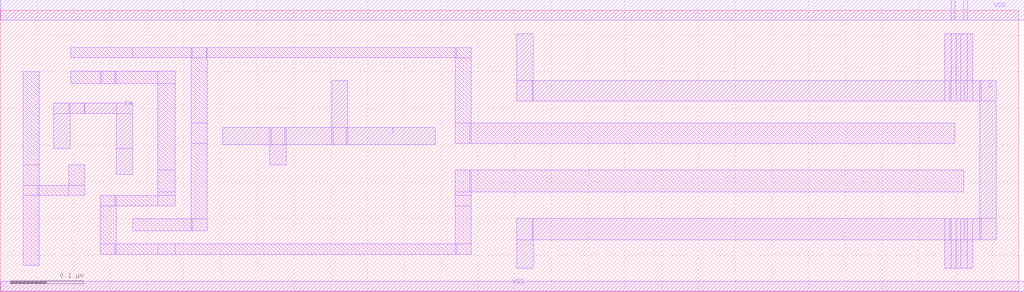
<source format=lef>
VERSION 5.6 ;
BUSBITCHARS "[]" ;
DIVIDERCHAR "/" ;

SITE CORE_TypTyp_0p4_25
  SYMMETRY y ;
  CLASS core ;
SIZE 0.042 BY 0.384 ; 
END CORE_TypTyp_0p4_25


MACRO AND2_X1
  CLASS core ;
  FOREIGN AND2_X1 0.0 0.0 ;
  ORIGIN 0 0 ;
  SYMMETRY X Y ;
  SITE CORE_TypTyp_0p4_25 ;
  SIZE 0.2520 BY 0.3840 ;
  PIN A1
    DIRECTION INPUT ;
    PORT
      LAYER M1 ;
         RECT 0.1150 0.1280 0.1370 0.3480 ;
    END
  END A1
  PIN A2
    DIRECTION INPUT ;
    PORT
      LAYER M1 ;
         RECT 0.0310 0.0640 0.0530 0.2620 ;
    END
  END A2
  PIN Z
    DIRECTION OUTPUT ;
    PORT
      LAYER M1 ;
         RECT 0.1990 0.0570 0.2210 0.3200 ;
    END
  END Z
  PIN VDD
    DIRECTION INOUT ;
    USE power ;
    SHAPE ABUTMENT ;
    PORT
      LAYER M1 ;
        RECT 0.0010 0.3700 0.1770 0.3980 ;
        RECT 0.1770 0.3700 0.2590 0.3980 ;
    END
  END VDD
  PIN VSS
    DIRECTION INOUT ;
    USE ground ;
    SHAPE ABUTMENT ;
    PORT
      LAYER M1 ;
        RECT 0.0010 0.0010 0.2590 0.0140 ;
    END
  END VSS
  OBS
      LAYER M1 ;
         RECT 0.0730 0.0810 0.0950 0.0950 ;
         RECT 0.0730 0.0950 0.0950 0.2140 ;
         RECT 0.0730 0.2140 0.0950 0.2720 ;
        RECT 0.0930 0.0810 0.1590 0.0950 ;
         RECT 0.1570 0.0810 0.1790 0.0950 ;
         RECT 0.1570 0.0950 0.1790 0.2140 ;
      LAYER M1 ;
         RECT 0.0730 0.0810 0.0950 0.0950 ;
         RECT 0.0730 0.0950 0.0950 0.2140 ;
         RECT 0.0730 0.2140 0.0950 0.2720 ;
        RECT 0.0930 0.0810 0.1590 0.0950 ;
         RECT 0.1570 0.0810 0.1790 0.0950 ;
         RECT 0.1570 0.0950 0.1790 0.2140 ;
  END
END AND2_X1

MACRO AND2_X2
  CLASS core ;
  FOREIGN AND2_X2 0.0 0.0 ;
  ORIGIN 0 0 ;
  SYMMETRY X Y ;
  SITE CORE_TypTyp_0p4_25 ;
  SIZE 0.2940 BY 0.3840 ;
  PIN A1
    DIRECTION INPUT ;
    PORT
      LAYER M1 ;
         RECT 0.1150 0.1280 0.1370 0.2560 ;
    END
  END A1
  PIN A2
    DIRECTION INPUT ;
    PORT
      LAYER M1 ;
        RECT 0.0300 0.1240 0.0540 0.2600 ;
    END
  END A2
  PIN Z
    DIRECTION OUTPUT ;
    PORT
      LAYER M1 ;
         RECT 0.1885 0.0320 0.2105 0.0650 ;
         RECT 0.1885 0.3190 0.2105 0.3520 ;
         RECT 0.1990 0.0320 0.2210 0.0650 ;
         RECT 0.1990 0.0650 0.2210 0.3190 ;
         RECT 0.1990 0.3190 0.2210 0.3520 ;
    END
  END Z
  PIN VDD
    DIRECTION INOUT ;
    USE power ;
    SHAPE ABUTMENT ;
    PORT
      LAYER M1 ;
        RECT 0.0010 0.3700 0.1770 0.3980 ;
        RECT 0.1770 0.3700 0.3010 0.3980 ;
    END
  END VDD
  PIN VSS
    DIRECTION INOUT ;
    USE ground ;
    SHAPE ABUTMENT ;
    PORT
      LAYER M1 ;
        RECT 0.0010 0.0010 0.3010 0.0140 ;
    END
  END VSS
  OBS
      LAYER M1 ;
         RECT 0.0335 0.2870 0.0555 0.3010 ;
        RECT 0.0540 0.0830 0.1590 0.0970 ;
        RECT 0.0540 0.2870 0.1590 0.3010 ;
         RECT 0.1570 0.0830 0.1790 0.0970 ;
         RECT 0.1570 0.0970 0.1790 0.2870 ;
         RECT 0.1570 0.2870 0.1790 0.3010 ;
      LAYER M1 ;
         RECT 0.0335 0.2870 0.0555 0.3010 ;
        RECT 0.0540 0.0830 0.1590 0.0970 ;
        RECT 0.0540 0.2870 0.1590 0.3010 ;
         RECT 0.1570 0.0830 0.1790 0.0970 ;
         RECT 0.1570 0.0970 0.1790 0.2870 ;
         RECT 0.1570 0.2870 0.1790 0.3010 ;
  END
END AND2_X2

MACRO AND3_X1
  CLASS core ;
  FOREIGN AND3_X1 0.0 0.0 ;
  ORIGIN 0 0 ;
  SYMMETRY X Y ;
  SITE CORE_TypTyp_0p4_25 ;
  SIZE 0.3360 BY 0.3840 ;
  PIN A1
    DIRECTION INPUT ;
    PORT
      LAYER M1 ;
         RECT 0.1990 0.0960 0.2210 0.2880 ;
    END
  END A1
  PIN A2
    DIRECTION INPUT ;
    PORT
      LAYER M1 ;
        RECT 0.1130 0.0960 0.1380 0.2880 ;
    END
  END A2
  PIN A3
    DIRECTION INPUT ;
    PORT
      LAYER M1 ;
         RECT 0.0310 0.0960 0.0530 0.2880 ;
    END
  END A3
  PIN Z
    DIRECTION OUTPUT ;
    PORT
      LAYER M1 ;
         RECT 0.2830 0.0570 0.3050 0.3270 ;
    END
  END Z
  PIN VDD
    DIRECTION INOUT ;
    USE power ;
    SHAPE ABUTMENT ;
    PORT
      LAYER M1 ;
        RECT 0.0010 0.3700 0.2610 0.3980 ;
        RECT 0.2610 0.3700 0.3430 0.3980 ;
    END
  END VDD
  PIN VSS
    DIRECTION INOUT ;
    USE ground ;
    SHAPE ABUTMENT ;
    PORT
      LAYER M1 ;
        RECT 0.0010 0.0010 0.3430 0.0140 ;
    END
  END VSS
  OBS
      LAYER M1 ;
        RECT 0.0520 0.0500 0.1560 0.0660 ;
        RECT 0.0350 0.3160 0.1800 0.3300 ;
        RECT 0.1800 0.0480 0.2430 0.0680 ;
        RECT 0.1800 0.3160 0.2430 0.3300 ;
         RECT 0.2410 0.0480 0.2630 0.0680 ;
         RECT 0.2410 0.0680 0.2630 0.3160 ;
         RECT 0.2410 0.3160 0.2630 0.3300 ;
      LAYER M1 ;
        RECT 0.0520 0.0500 0.1560 0.0660 ;
        RECT 0.0350 0.3160 0.1800 0.3300 ;
        RECT 0.1800 0.0480 0.2430 0.0680 ;
        RECT 0.1800 0.3160 0.2430 0.3300 ;
         RECT 0.2410 0.0480 0.2630 0.0680 ;
         RECT 0.2410 0.0680 0.2630 0.3160 ;
         RECT 0.2410 0.3160 0.2630 0.3300 ;
  END
END AND3_X1

MACRO AND3_X2
  CLASS core ;
  FOREIGN AND3_X2 0.0 0.0 ;
  ORIGIN 0 0 ;
  SYMMETRY X Y ;
  SITE CORE_TypTyp_0p4_25 ;
  SIZE 0.3360 BY 0.3840 ;
  PIN A1
    DIRECTION INPUT ;
    PORT
      LAYER M1 ;
         RECT 0.1150 0.1600 0.1370 0.2560 ;
    END
  END A1
  PIN A2
    DIRECTION INPUT ;
    PORT
      LAYER M1 ;
        RECT 0.0300 0.1280 0.0540 0.2560 ;
    END
  END A2
  PIN A3
    DIRECTION INPUT ;
    PORT
      LAYER M1 ;
         RECT 0.1570 0.1510 0.1790 0.2680 ;
    END
  END A3
  PIN Z
    DIRECTION OUTPUT ;
    PORT
      LAYER M1 ;
         RECT 0.2305 0.0320 0.2525 0.0780 ;
         RECT 0.2305 0.3190 0.2525 0.3520 ;
         RECT 0.2410 0.0320 0.2630 0.0780 ;
         RECT 0.2410 0.0780 0.2630 0.3190 ;
         RECT 0.2410 0.3190 0.2630 0.3520 ;
    END
  END Z
  PIN VDD
    DIRECTION INOUT ;
    USE power ;
    SHAPE ABUTMENT ;
    PORT
      LAYER M1 ;
        RECT 0.0010 0.3700 0.2190 0.3980 ;
        RECT 0.2190 0.3700 0.3430 0.3980 ;
    END
  END VDD
  PIN VSS
    DIRECTION INOUT ;
    USE ground ;
    SHAPE ABUTMENT ;
    PORT
      LAYER M1 ;
        RECT 0.0010 0.0010 0.3430 0.0140 ;
    END
  END VSS
  OBS
      LAYER M1 ;
         RECT 0.0310 0.0360 0.0530 0.0780 ;
         RECT 0.0310 0.0780 0.0530 0.0940 ;
        RECT 0.0520 0.0780 0.1960 0.0940 ;
        RECT 0.0350 0.2900 0.0960 0.3060 ;
        RECT 0.0960 0.1120 0.2010 0.1260 ;
        RECT 0.0960 0.2900 0.2010 0.3060 ;
         RECT 0.1990 0.1120 0.2210 0.1260 ;
         RECT 0.1990 0.1260 0.2210 0.2900 ;
         RECT 0.1990 0.2900 0.2210 0.3060 ;
      LAYER M1 ;
         RECT 0.0310 0.0360 0.0530 0.0780 ;
         RECT 0.0310 0.0780 0.0530 0.0940 ;
        RECT 0.0520 0.0780 0.1960 0.0940 ;
        RECT 0.0350 0.2900 0.0960 0.3060 ;
        RECT 0.0960 0.1120 0.2010 0.1260 ;
        RECT 0.0960 0.2900 0.2010 0.3060 ;
         RECT 0.1990 0.1120 0.2210 0.1260 ;
         RECT 0.1990 0.1260 0.2210 0.2900 ;
         RECT 0.1990 0.2900 0.2210 0.3060 ;
  END
END AND3_X2

MACRO AND4_X1
  CLASS core ;
  FOREIGN AND4_X1 0.0 0.0 ;
  ORIGIN 0 0 ;
  SYMMETRY X Y ;
  SITE CORE_TypTyp_0p4_25 ;
  SIZE 0.3780 BY 0.3840 ;
  PIN A1
    DIRECTION INPUT ;
    PORT
      LAYER M1 ;
         RECT 0.2410 0.0960 0.2630 0.2880 ;
    END
  END A1
  PIN A2
    DIRECTION INPUT ;
    PORT
      LAYER M1 ;
         RECT 0.1575 0.0960 0.1795 0.2880 ;
    END
  END A2
  PIN A3
    DIRECTION INPUT ;
    PORT
      LAYER M1 ;
         RECT 0.0730 0.0960 0.0950 0.2560 ;
    END
  END A3
  PIN A4
    DIRECTION INPUT ;
    PORT
      LAYER M1 ;
         RECT 0.0310 0.0960 0.0530 0.2880 ;
    END
  END A4
  PIN Z
    DIRECTION OUTPUT ;
    PORT
      LAYER M1 ;
         RECT 0.3250 0.0570 0.3470 0.3270 ;
    END
  END Z
  PIN VDD
    DIRECTION INOUT ;
    USE power ;
    SHAPE ABUTMENT ;
    PORT
      LAYER M1 ;
        RECT 0.0010 0.3700 0.3030 0.3980 ;
        RECT 0.3030 0.3700 0.3850 0.3980 ;
    END
  END VDD
  PIN VSS
    DIRECTION INOUT ;
    USE ground ;
    SHAPE ABUTMENT ;
    PORT
      LAYER M1 ;
        RECT 0.0010 0.0010 0.3850 0.0140 ;
    END
  END VSS
  OBS
      LAYER M1 ;
        RECT 0.0540 0.3180 0.2220 0.3340 ;
        RECT 0.2220 0.0500 0.2850 0.0660 ;
        RECT 0.2220 0.3180 0.2850 0.3340 ;
         RECT 0.2830 0.0500 0.3050 0.0660 ;
         RECT 0.2830 0.0660 0.3050 0.3180 ;
         RECT 0.2830 0.3180 0.3050 0.3340 ;
        RECT 0.0920 0.0500 0.1960 0.0740 ;
      LAYER M1 ;
        RECT 0.0540 0.3180 0.2220 0.3340 ;
        RECT 0.2220 0.0500 0.2850 0.0660 ;
        RECT 0.2220 0.3180 0.2850 0.3340 ;
         RECT 0.2830 0.0500 0.3050 0.0660 ;
         RECT 0.2830 0.0660 0.3050 0.3180 ;
         RECT 0.2830 0.3180 0.3050 0.3340 ;
        RECT 0.0920 0.0500 0.1960 0.0740 ;
  END
END AND4_X1

MACRO AND4_X2
  CLASS core ;
  FOREIGN AND4_X2 0.0 0.0 ;
  ORIGIN 0 0 ;
  SYMMETRY X Y ;
  SITE CORE_TypTyp_0p4_25 ;
  SIZE 0.4200 BY 0.3840 ;
  PIN A1
    DIRECTION INPUT ;
    PORT
      LAYER M1 ;
         RECT 0.2410 0.1200 0.2630 0.2880 ;
    END
  END A1
  PIN A2
    DIRECTION INPUT ;
    PORT
      LAYER M1 ;
         RECT 0.1570 0.0960 0.1790 0.2880 ;
    END
  END A2
  PIN A3
    DIRECTION INPUT ;
    PORT
      LAYER M1 ;
         RECT 0.0730 0.0960 0.0950 0.2880 ;
    END
  END A3
  PIN A4
    DIRECTION INPUT ;
    PORT
      LAYER M1 ;
         RECT 0.0310 0.0960 0.0530 0.2880 ;
    END
  END A4
  PIN Z
    DIRECTION OUTPUT ;
    PORT
      LAYER M1 ;
         RECT 0.3250 0.0480 0.3470 0.3200 ;
    END
  END Z
  PIN VDD
    DIRECTION INOUT ;
    USE power ;
    SHAPE ABUTMENT ;
    PORT
      LAYER M1 ;
        RECT 0.0010 0.3700 0.3030 0.3980 ;
        RECT 0.3030 0.3700 0.4270 0.3980 ;
    END
  END VDD
  PIN VSS
    DIRECTION INOUT ;
    USE ground ;
    SHAPE ABUTMENT ;
    PORT
      LAYER M1 ;
        RECT 0.0010 0.0010 0.4270 0.0140 ;
    END
  END VSS
  OBS
      LAYER M1 ;
        RECT 0.0930 0.0500 0.1960 0.0660 ;
        RECT 0.0540 0.3180 0.2240 0.3340 ;
        RECT 0.2240 0.0820 0.2850 0.0980 ;
        RECT 0.2240 0.3180 0.2850 0.3340 ;
         RECT 0.2830 0.0820 0.3050 0.0980 ;
         RECT 0.2830 0.0980 0.3050 0.3180 ;
         RECT 0.2830 0.3180 0.3050 0.3340 ;
      LAYER M1 ;
        RECT 0.0930 0.0500 0.1960 0.0660 ;
        RECT 0.0540 0.3180 0.2240 0.3340 ;
        RECT 0.2240 0.0820 0.2850 0.0980 ;
        RECT 0.2240 0.3180 0.2850 0.3340 ;
         RECT 0.2830 0.0820 0.3050 0.0980 ;
         RECT 0.2830 0.0980 0.3050 0.3180 ;
         RECT 0.2830 0.3180 0.3050 0.3340 ;
  END
END AND4_X2

MACRO ANTENNA
  CLASS core ;
  FOREIGN ANTENNA 0.0 0.0 ;
  ORIGIN 0 0 ;
  SYMMETRY X Y ;
  SITE CORE_TypTyp_0p4_25 ;
  SIZE 0.1260 BY 0.3840 ;
END ANTENNA

MACRO AOI21_X1
  CLASS core ;
  FOREIGN AOI21_X1 0.0 0.0 ;
  ORIGIN 0 0 ;
  SYMMETRY X Y ;
  SITE CORE_TypTyp_0p4_25 ;
  SIZE 0.2520 BY 0.3840 ;
  PIN A1
    DIRECTION INPUT ;
    PORT
      LAYER M1 ;
         RECT 0.1150 0.0960 0.1370 0.2560 ;
    END
  END A1
  PIN A2
    DIRECTION INPUT ;
    PORT
      LAYER M1 ;
         RECT 0.0310 0.0670 0.0530 0.2560 ;
    END
  END A2
  PIN B
    DIRECTION INPUT ;
    PORT
      LAYER M1 ;
         RECT 0.1990 0.0960 0.2210 0.2560 ;
    END
  END B
  PIN ZN
    DIRECTION OUTPUT ;
    PORT
      LAYER M1 ;
         RECT 0.0730 0.0500 0.0950 0.0660 ;
         RECT 0.0730 0.0660 0.0950 0.2680 ;
        RECT 0.0930 0.0500 0.2010 0.0660 ;
    END
  END ZN
  PIN VDD
    DIRECTION INOUT ;
    USE power ;
    SHAPE ABUTMENT ;
    PORT
      LAYER M1 ;
        RECT 0.0010 0.3700 0.1960 0.3980 ;
        RECT 0.1960 0.3700 0.2590 0.3980 ;
    END
  END VDD
  PIN VSS
    DIRECTION INOUT ;
    USE ground ;
    SHAPE ABUTMENT ;
    PORT
      LAYER M1 ;
        RECT 0.0010 0.0010 0.2590 0.0140 ;
    END
  END VSS
  OBS
      LAYER M1 ;
         RECT 0.0310 0.2900 0.0530 0.3060 ;
         RECT 0.0310 0.3060 0.0530 0.3520 ;
        RECT 0.0520 0.2900 0.1960 0.3060 ;
      LAYER M1 ;
         RECT 0.0310 0.2900 0.0530 0.3060 ;
         RECT 0.0310 0.3060 0.0530 0.3520 ;
        RECT 0.0520 0.2900 0.1960 0.3060 ;
  END
END AOI21_X1

MACRO AOI21_X2
  CLASS core ;
  FOREIGN AOI21_X2 0.0 0.0 ;
  ORIGIN 0 0 ;
  SYMMETRY X Y ;
  SITE CORE_TypTyp_0p4_25 ;
  SIZE 0.3780 BY 0.3840 ;
  PIN A1
    DIRECTION INPUT ;
    PORT
      LAYER M1 ;
         RECT 0.2410 0.1510 0.2630 0.2240 ;
    END
  END A1
  PIN A2
    DIRECTION INPUT ;
    PORT
      LAYER M1 ;
         RECT 0.1570 0.1150 0.1790 0.1290 ;
         RECT 0.1570 0.1290 0.1790 0.2240 ;
         RECT 0.1570 0.2240 0.1790 0.2560 ;
        RECT 0.1770 0.1150 0.3240 0.1290 ;
        RECT 0.3240 0.1150 0.3480 0.1290 ;
        RECT 0.3240 0.1290 0.3480 0.2240 ;
    END
  END A2
  PIN B
    DIRECTION INPUT ;
    PORT
      LAYER M1 ;
         RECT 0.0730 0.1280 0.0950 0.2240 ;
    END
  END B
  PIN ZN
    DIRECTION OUTPUT ;
    PORT
      LAYER M1 ;
        RECT 0.0510 0.0830 0.1170 0.0970 ;
         RECT 0.1150 0.0830 0.1370 0.0970 ;
         RECT 0.1150 0.0970 0.1370 0.2440 ;
         RECT 0.1150 0.2440 0.1370 0.2850 ;
         RECT 0.1150 0.2850 0.1370 0.3000 ;
        RECT 0.1350 0.0830 0.2820 0.0970 ;
        RECT 0.1350 0.2850 0.2820 0.3000 ;
         RECT 0.2725 0.2850 0.2945 0.3000 ;
         RECT 0.2830 0.2440 0.3050 0.2850 ;
         RECT 0.2830 0.2850 0.3050 0.3000 ;
    END
  END ZN
  PIN VDD
    DIRECTION INOUT ;
    USE power ;
    SHAPE ABUTMENT ;
    PORT
      LAYER M1 ;
        RECT 0.0010 0.3700 0.3450 0.3980 ;
         RECT 0.3370 0.3700 0.3590 0.3980 ;
        RECT 0.3510 0.3700 0.3850 0.3980 ;
    END
  END VDD
  PIN VSS
    DIRECTION INOUT ;
    USE ground ;
    SHAPE ABUTMENT ;
    PORT
      LAYER M1 ;
        RECT 0.0010 0.0010 0.3850 0.0140 ;
    END
  END VSS
  OBS
      LAYER M1 ;
         RECT 0.0310 0.2750 0.0530 0.3180 ;
         RECT 0.0310 0.3180 0.0530 0.3340 ;
        RECT 0.0520 0.3180 0.3270 0.3340 ;
         RECT 0.3250 0.2580 0.3470 0.2750 ;
         RECT 0.3250 0.2750 0.3470 0.3180 ;
         RECT 0.3250 0.3180 0.3470 0.3340 ;
        RECT 0.0960 0.0510 0.3510 0.0650 ;
      LAYER M1 ;
         RECT 0.0310 0.2750 0.0530 0.3180 ;
         RECT 0.0310 0.3180 0.0530 0.3340 ;
        RECT 0.0520 0.3180 0.3270 0.3340 ;
         RECT 0.3250 0.2580 0.3470 0.2750 ;
         RECT 0.3250 0.2750 0.3470 0.3180 ;
         RECT 0.3250 0.3180 0.3470 0.3340 ;
        RECT 0.0960 0.0510 0.3510 0.0650 ;
  END
END AOI21_X2

MACRO AOI22_X1
  CLASS core ;
  FOREIGN AOI22_X1 0.0 0.0 ;
  ORIGIN 0 0 ;
  SYMMETRY X Y ;
  SITE CORE_TypTyp_0p4_25 ;
  SIZE 0.2940 BY 0.3840 ;
  PIN A1
    DIRECTION INPUT ;
    PORT
      LAYER M1 ;
         RECT 0.1570 0.0960 0.1790 0.2560 ;
    END
  END A1
  PIN A2
    DIRECTION INPUT ;
    PORT
      LAYER M1 ;
         RECT 0.2410 0.0960 0.2630 0.2420 ;
    END
  END A2
  PIN B1
    DIRECTION INPUT ;
    PORT
      LAYER M1 ;
         RECT 0.0730 0.0990 0.0950 0.2880 ;
    END
  END B1
  PIN B2
    DIRECTION INPUT ;
    PORT
      LAYER M1 ;
         RECT 0.0310 0.0960 0.0530 0.2880 ;
    END
  END B2
  PIN ZN
    DIRECTION OUTPUT ;
    PORT
      LAYER M1 ;
        RECT 0.0920 0.0510 0.2010 0.0650 ;
         RECT 0.1990 0.0510 0.2210 0.0650 ;
         RECT 0.1990 0.0650 0.2210 0.2910 ;
    END
  END ZN
  PIN VDD
    DIRECTION INOUT ;
    USE power ;
    SHAPE ABUTMENT ;
    PORT
      LAYER M1 ;
        RECT 0.0010 0.3700 0.2610 0.3980 ;
        RECT 0.2610 0.3700 0.3010 0.3980 ;
    END
  END VDD
  PIN VSS
    DIRECTION INOUT ;
    USE ground ;
    SHAPE ABUTMENT ;
    PORT
      LAYER M1 ;
        RECT 0.0010 0.0010 0.3010 0.0140 ;
    END
  END VSS
  OBS
      LAYER M1 ;
        RECT 0.0540 0.3150 0.2430 0.3370 ;
         RECT 0.2410 0.2760 0.2630 0.3150 ;
         RECT 0.2410 0.3150 0.2630 0.3370 ;
      LAYER M1 ;
        RECT 0.0540 0.3150 0.2430 0.3370 ;
         RECT 0.2410 0.2760 0.2630 0.3150 ;
         RECT 0.2410 0.3150 0.2630 0.3370 ;
  END
END AOI22_X1

MACRO AOI22_X2
  CLASS core ;
  FOREIGN AOI22_X2 0.0 0.0 ;
  ORIGIN 0 0 ;
  SYMMETRY X Y ;
  SITE CORE_TypTyp_0p4_25 ;
  SIZE 0.5040 BY 0.3840 ;
  PIN A1
    DIRECTION INPUT ;
    PORT
      LAYER M1 ;
         RECT 0.2830 0.1370 0.3050 0.1510 ;
         RECT 0.2830 0.1510 0.3050 0.2440 ;
         RECT 0.2830 0.2440 0.3050 0.2560 ;
        RECT 0.3030 0.1370 0.4290 0.1510 ;
        RECT 0.4290 0.1370 0.4530 0.1510 ;
         RECT 0.4510 0.1370 0.4730 0.1510 ;
         RECT 0.4510 0.1510 0.4730 0.2440 ;
    END
  END A1
  PIN A2
    DIRECTION INPUT ;
    PORT
      LAYER M1 ;
         RECT 0.3670 0.1850 0.3890 0.2560 ;
    END
  END A2
  PIN B1
    DIRECTION INPUT ;
    PORT
      LAYER M1 ;
         RECT 0.1990 0.1530 0.2210 0.2630 ;
    END
  END B1
  PIN B2
    DIRECTION INPUT ;
    PORT
      LAYER M1 ;
         RECT 0.0310 0.1210 0.0530 0.2560 ;
    END
  END B2
  PIN ZN
    DIRECTION OUTPUT ;
    PORT
      LAYER M1 ;
         RECT 0.1570 0.1000 0.1790 0.1140 ;
         RECT 0.1570 0.1140 0.1790 0.1600 ;
        RECT 0.1770 0.1000 0.2380 0.1140 ;
         RECT 0.2295 0.1000 0.2515 0.1140 ;
         RECT 0.2410 0.1000 0.2630 0.1140 ;
         RECT 0.2410 0.1140 0.2630 0.1600 ;
         RECT 0.2410 0.1600 0.2630 0.2320 ;
         RECT 0.2410 0.2320 0.2630 0.2840 ;
         RECT 0.2410 0.2840 0.2630 0.3010 ;
        RECT 0.2610 0.1000 0.4110 0.1140 ;
        RECT 0.2610 0.2840 0.4110 0.3010 ;
         RECT 0.4090 0.1000 0.4310 0.1140 ;
         RECT 0.4090 0.2320 0.4310 0.2840 ;
         RECT 0.4090 0.2840 0.4310 0.3010 ;
        RECT 0.4290 0.1000 0.4530 0.1140 ;
         RECT 0.4510 0.0480 0.4730 0.1000 ;
         RECT 0.4510 0.1000 0.4730 0.1140 ;
    END
  END ZN
  PIN VDD
    DIRECTION INOUT ;
    USE power ;
    SHAPE ABUTMENT ;
    PORT
      LAYER M1 ;
        RECT 0.0010 0.3700 0.4710 0.3980 ;
        RECT 0.4710 0.3700 0.5110 0.3980 ;
    END
  END VDD
  PIN VSS
    DIRECTION INOUT ;
    USE ground ;
    SHAPE ABUTMENT ;
    PORT
      LAYER M1 ;
        RECT 0.0010 0.0010 0.5110 0.0140 ;
    END
  END VSS
  OBS
      LAYER M1 ;
        RECT 0.2660 0.0660 0.4110 0.0820 ;
         RECT 0.4090 0.0360 0.4310 0.0660 ;
         RECT 0.4090 0.0660 0.4310 0.0820 ;
        RECT 0.0510 0.3190 0.4530 0.3330 ;
         RECT 0.4510 0.2780 0.4730 0.3190 ;
         RECT 0.4510 0.3190 0.4730 0.3330 ;
        RECT 0.0560 0.0430 0.2380 0.0720 ;
      LAYER M1 ;
        RECT 0.2660 0.0660 0.4110 0.0820 ;
         RECT 0.4090 0.0360 0.4310 0.0660 ;
         RECT 0.4090 0.0660 0.4310 0.0820 ;
        RECT 0.0510 0.3190 0.4530 0.3330 ;
         RECT 0.4510 0.2780 0.4730 0.3190 ;
         RECT 0.4510 0.3190 0.4730 0.3330 ;
        RECT 0.0560 0.0430 0.2380 0.0720 ;
  END
END AOI22_X2

MACRO BUF_X1
  CLASS core ;
  FOREIGN BUF_X1 0.0 0.0 ;
  ORIGIN 0 0 ;
  SYMMETRY X Y ;
  SITE CORE_TypTyp_0p4_25 ;
  SIZE 0.2100 BY 0.3840 ;
  PIN I
    DIRECTION INPUT ;
    PORT
      LAYER M1 ;
         RECT 0.0310 0.0960 0.0530 0.2880 ;
    END
  END I
  PIN Z
    DIRECTION OUTPUT ;
    PORT
      LAYER M1 ;
         RECT 0.1575 0.0570 0.1795 0.3520 ;
    END
  END Z
  PIN VDD
    DIRECTION INOUT ;
    USE power ;
    SHAPE ABUTMENT ;
    PORT
      LAYER M1 ;
        RECT 0.0010 0.3700 0.0940 0.3980 ;
        RECT 0.0940 0.3700 0.2170 0.3980 ;
    END
  END VDD
  PIN VSS
    DIRECTION INOUT ;
    USE ground ;
    SHAPE ABUTMENT ;
    PORT
      LAYER M1 ;
        RECT 0.0010 0.0010 0.2170 0.0140 ;
    END
  END VSS
  OBS
      LAYER M1 ;
         RECT 0.0730 0.0360 0.0950 0.0920 ;
         RECT 0.0730 0.0920 0.0950 0.1060 ;
         RECT 0.0730 0.1060 0.0950 0.2140 ;
         RECT 0.0730 0.2140 0.0950 0.2280 ;
         RECT 0.0730 0.2280 0.0950 0.2790 ;
         RECT 0.0825 0.0920 0.1045 0.1060 ;
         RECT 0.0825 0.1060 0.1045 0.2140 ;
         RECT 0.0825 0.2140 0.1045 0.2280 ;
      LAYER M1 ;
         RECT 0.0730 0.0360 0.0950 0.0920 ;
         RECT 0.0730 0.0920 0.0950 0.1060 ;
         RECT 0.0730 0.1060 0.0950 0.2140 ;
         RECT 0.0730 0.2140 0.0950 0.2280 ;
         RECT 0.0730 0.2280 0.0950 0.2790 ;
         RECT 0.0825 0.0920 0.1045 0.1060 ;
         RECT 0.0825 0.1060 0.1045 0.2140 ;
         RECT 0.0825 0.2140 0.1045 0.2280 ;
  END
END BUF_X1

MACRO BUF_X2
  CLASS core ;
  FOREIGN BUF_X2 0.0 0.0 ;
  ORIGIN 0 0 ;
  SYMMETRY X Y ;
  SITE CORE_TypTyp_0p4_25 ;
  SIZE 0.2100 BY 0.3840 ;
  PIN I
    DIRECTION INPUT ;
    PORT
      LAYER M1 ;
         RECT 0.0310 0.1340 0.0530 0.2560 ;
    END
  END I
  PIN Z
    DIRECTION OUTPUT ;
    PORT
      LAYER M1 ;
         RECT 0.1040 0.3020 0.1260 0.3520 ;
         RECT 0.1055 0.0360 0.1275 0.0660 ;
         RECT 0.1055 0.3020 0.1275 0.3520 ;
         RECT 0.1150 0.0360 0.1370 0.0660 ;
         RECT 0.1150 0.0660 0.1370 0.3020 ;
         RECT 0.1150 0.3020 0.1370 0.3520 ;
    END
  END Z
  PIN VDD
    DIRECTION INOUT ;
    USE power ;
    SHAPE ABUTMENT ;
    PORT
      LAYER M1 ;
        RECT 0.0010 0.3700 0.0930 0.3980 ;
        RECT 0.0930 0.3700 0.2170 0.3980 ;
    END
  END VDD
  PIN VSS
    DIRECTION INOUT ;
    USE ground ;
    SHAPE ABUTMENT ;
    PORT
      LAYER M1 ;
        RECT 0.0010 0.0010 0.2170 0.0140 ;
    END
  END VSS
  OBS
      LAYER M1 ;
         RECT 0.0195 0.2780 0.0415 0.2920 ;
         RECT 0.0195 0.2920 0.0415 0.3430 ;
         RECT 0.0310 0.0480 0.0530 0.0960 ;
         RECT 0.0310 0.0960 0.0530 0.1100 ;
         RECT 0.0310 0.2780 0.0530 0.2920 ;
         RECT 0.0310 0.2920 0.0530 0.3430 ;
         RECT 0.0425 0.0960 0.0645 0.1100 ;
         RECT 0.0425 0.2780 0.0645 0.2920 ;
         RECT 0.0425 0.2920 0.0645 0.3430 ;
         RECT 0.0545 0.0960 0.0765 0.1100 ;
         RECT 0.0545 0.2780 0.0765 0.2920 ;
         RECT 0.0730 0.0960 0.0950 0.1100 ;
         RECT 0.0730 0.1100 0.0950 0.2780 ;
         RECT 0.0730 0.2780 0.0950 0.2920 ;
      LAYER M1 ;
         RECT 0.0195 0.2780 0.0415 0.2920 ;
         RECT 0.0195 0.2920 0.0415 0.3430 ;
         RECT 0.0310 0.0480 0.0530 0.0960 ;
         RECT 0.0310 0.0960 0.0530 0.1100 ;
         RECT 0.0310 0.2780 0.0530 0.2920 ;
         RECT 0.0310 0.2920 0.0530 0.3430 ;
         RECT 0.0425 0.0960 0.0645 0.1100 ;
         RECT 0.0425 0.2780 0.0645 0.2920 ;
         RECT 0.0425 0.2920 0.0645 0.3430 ;
         RECT 0.0545 0.0960 0.0765 0.1100 ;
         RECT 0.0545 0.2780 0.0765 0.2920 ;
         RECT 0.0730 0.0960 0.0950 0.1100 ;
         RECT 0.0730 0.1100 0.0950 0.2780 ;
         RECT 0.0730 0.2780 0.0950 0.2920 ;
  END
END BUF_X2

MACRO BUF_X4
  CLASS core ;
  FOREIGN BUF_X4 0.0 0.0 ;
  ORIGIN 0 0 ;
  SYMMETRY X Y ;
  SITE CORE_TypTyp_0p4_25 ;
  SIZE 0.3360 BY 0.3840 ;
  PIN I
    DIRECTION INPUT ;
    PORT
      LAYER M1 ;
         RECT 0.1150 0.1210 0.1370 0.2630 ;
    END
  END I
  PIN Z
    DIRECTION OUTPUT ;
    PORT
      LAYER M1 ;
        RECT 0.0950 0.0510 0.1380 0.0650 ;
        RECT 0.1380 0.0510 0.1770 0.0650 ;
        RECT 0.1380 0.3190 0.1770 0.3330 ;
        RECT 0.1770 0.0510 0.2420 0.0650 ;
        RECT 0.1770 0.3190 0.2420 0.3330 ;
         RECT 0.2410 0.0510 0.2630 0.0650 ;
         RECT 0.2410 0.0650 0.2630 0.3190 ;
         RECT 0.2410 0.3190 0.2630 0.3330 ;
    END
  END Z
  PIN VDD
    DIRECTION INOUT ;
    USE power ;
    SHAPE ABUTMENT ;
    PORT
      LAYER M1 ;
        RECT 0.0010 0.3700 0.1770 0.3980 ;
        RECT 0.1770 0.3700 0.3430 0.3980 ;
    END
  END VDD
  PIN VSS
    DIRECTION INOUT ;
    USE ground ;
    SHAPE ABUTMENT ;
    PORT
      LAYER M1 ;
        RECT 0.0010 0.0010 0.3430 0.0140 ;
    END
  END VSS
  OBS
      LAYER M1 ;
        RECT 0.0180 0.0830 0.0560 0.0990 ;
        RECT 0.0560 0.0830 0.1590 0.0990 ;
        RECT 0.0560 0.2850 0.1590 0.3010 ;
         RECT 0.1570 0.0830 0.1790 0.0990 ;
         RECT 0.1570 0.0990 0.1790 0.2850 ;
         RECT 0.1570 0.2850 0.1790 0.3010 ;
      LAYER M1 ;
        RECT 0.0180 0.0830 0.0560 0.0990 ;
        RECT 0.0560 0.0830 0.1590 0.0990 ;
        RECT 0.0560 0.2850 0.1590 0.3010 ;
         RECT 0.1570 0.0830 0.1790 0.0990 ;
         RECT 0.1570 0.0990 0.1790 0.2850 ;
         RECT 0.1570 0.2850 0.1790 0.3010 ;
  END
END BUF_X4

MACRO BUF_X8
  CLASS core ;
  FOREIGN BUF_X8 0.0 0.0 ;
  ORIGIN 0 0 ;
  SYMMETRY X Y ;
  SITE CORE_TypTyp_0p4_25 ;
  SIZE 0.5880 BY 0.3840 ;
  PIN I
    DIRECTION INPUT ;
    PORT
      LAYER M1 ;
         RECT 0.0310 0.1280 0.0530 0.1830 ;
         RECT 0.0310 0.1830 0.0530 0.1990 ;
         RECT 0.0310 0.1990 0.0530 0.2560 ;
        RECT 0.0510 0.1830 0.1960 0.1990 ;
    END
  END I
  PIN Z
    DIRECTION OUTPUT ;
    PORT
      LAYER M1 ;
        RECT 0.2220 0.0510 0.4590 0.0650 ;
        RECT 0.2220 0.3190 0.4590 0.3330 ;
        RECT 0.4590 0.0510 0.4950 0.0650 ;
        RECT 0.4590 0.3190 0.4950 0.3330 ;
         RECT 0.4930 0.0510 0.5150 0.0650 ;
         RECT 0.4930 0.0650 0.5150 0.3190 ;
         RECT 0.4930 0.3190 0.5150 0.3330 ;
    END
  END Z
  PIN VDD
    DIRECTION INOUT ;
    USE power ;
    SHAPE ABUTMENT ;
    PORT
      LAYER M1 ;
        RECT 0.0010 0.3700 0.4590 0.3980 ;
        RECT 0.4590 0.3700 0.5950 0.3980 ;
    END
  END VDD
  PIN VSS
    DIRECTION INOUT ;
    USE ground ;
    SHAPE ABUTMENT ;
    PORT
      LAYER M1 ;
        RECT 0.0010 0.0010 0.5950 0.0140 ;
    END
  END VSS
  OBS
      LAYER M1 ;
         RECT 0.0590 0.0490 0.0810 0.0930 ;
         RECT 0.0590 0.0930 0.0810 0.1070 ;
         RECT 0.0730 0.0490 0.0950 0.0930 ;
         RECT 0.0730 0.0930 0.0950 0.1070 ;
         RECT 0.0730 0.2640 0.0950 0.2920 ;
         RECT 0.0730 0.2920 0.0950 0.3350 ;
         RECT 0.0870 0.0490 0.1090 0.0930 ;
         RECT 0.0870 0.0930 0.1090 0.1070 ;
         RECT 0.0870 0.2640 0.1090 0.2920 ;
        RECT 0.1030 0.0930 0.2320 0.1070 ;
        RECT 0.1030 0.2640 0.2320 0.2920 ;
         RECT 0.2305 0.0930 0.2525 0.1070 ;
         RECT 0.2305 0.1070 0.2525 0.1700 ;
         RECT 0.2305 0.1700 0.2525 0.1840 ;
         RECT 0.2305 0.1840 0.2525 0.2640 ;
         RECT 0.2305 0.2640 0.2525 0.2920 ;
        RECT 0.2510 0.1700 0.4590 0.1840 ;
      LAYER M1 ;
         RECT 0.0590 0.0490 0.0810 0.0930 ;
         RECT 0.0590 0.0930 0.0810 0.1070 ;
         RECT 0.0730 0.0490 0.0950 0.0930 ;
         RECT 0.0730 0.0930 0.0950 0.1070 ;
         RECT 0.0730 0.2640 0.0950 0.2920 ;
         RECT 0.0730 0.2920 0.0950 0.3350 ;
         RECT 0.0870 0.0490 0.1090 0.0930 ;
         RECT 0.0870 0.0930 0.1090 0.1070 ;
         RECT 0.0870 0.2640 0.1090 0.2920 ;
        RECT 0.1030 0.0930 0.2320 0.1070 ;
        RECT 0.1030 0.2640 0.2320 0.2920 ;
         RECT 0.2305 0.0930 0.2525 0.1070 ;
         RECT 0.2305 0.1070 0.2525 0.1700 ;
         RECT 0.2305 0.1700 0.2525 0.1840 ;
         RECT 0.2305 0.1840 0.2525 0.2640 ;
         RECT 0.2305 0.2640 0.2525 0.2920 ;
        RECT 0.2510 0.1700 0.4590 0.1840 ;
  END
END BUF_X8

MACRO BUF_X12
  CLASS core ;
  FOREIGN BUF_X12 0.0 0.0 ;
  ORIGIN 0 0 ;
  SYMMETRY X Y ;
  SITE CORE_TypTyp_0p4_25 ;
  SIZE 0.8400 BY 0.3840 ;
  PIN I
    DIRECTION INPUT ;
    PORT
      LAYER M1 ;
         RECT 0.0310 0.1180 0.0530 0.1830 ;
         RECT 0.0310 0.1830 0.0530 0.1990 ;
         RECT 0.0310 0.1990 0.0530 0.2580 ;
        RECT 0.0520 0.1830 0.2800 0.1990 ;
    END
  END I
  PIN Z
    DIRECTION OUTPUT ;
    PORT
      LAYER M1 ;
        RECT 0.3060 0.0510 0.7020 0.0650 ;
        RECT 0.3060 0.3190 0.7020 0.3330 ;
        RECT 0.7020 0.0510 0.7450 0.0650 ;
        RECT 0.7020 0.3190 0.7450 0.3330 ;
         RECT 0.7445 0.0510 0.7665 0.0650 ;
         RECT 0.7445 0.0650 0.7665 0.3190 ;
         RECT 0.7445 0.3190 0.7665 0.3330 ;
    END
  END Z
  PIN VDD
    DIRECTION INOUT ;
    USE power ;
    SHAPE ABUTMENT ;
    PORT
      LAYER M1 ;
        RECT 0.0010 0.3700 0.7020 0.3980 ;
        RECT 0.7020 0.3700 0.8470 0.3980 ;
    END
  END VDD
  PIN VSS
    DIRECTION INOUT ;
    USE ground ;
    SHAPE ABUTMENT ;
    PORT
      LAYER M1 ;
        RECT 0.0010 0.0010 0.8470 0.0140 ;
    END
  END VSS
  OBS
      LAYER M1 ;
         RECT 0.0580 0.2760 0.0800 0.2920 ;
         RECT 0.0580 0.2920 0.0800 0.3350 ;
         RECT 0.0730 0.0490 0.0950 0.0920 ;
         RECT 0.0730 0.0920 0.0950 0.1080 ;
         RECT 0.0730 0.2760 0.0950 0.2920 ;
         RECT 0.0730 0.2920 0.0950 0.3350 ;
         RECT 0.0875 0.0920 0.1095 0.1080 ;
         RECT 0.0875 0.2760 0.1095 0.2920 ;
         RECT 0.0875 0.2920 0.1095 0.3350 ;
        RECT 0.1030 0.0920 0.3030 0.1080 ;
        RECT 0.1030 0.2760 0.3030 0.2920 ;
         RECT 0.3015 0.0920 0.3235 0.1080 ;
         RECT 0.3015 0.1080 0.3235 0.1850 ;
         RECT 0.3015 0.1850 0.3235 0.1990 ;
         RECT 0.3015 0.1990 0.3235 0.2760 ;
         RECT 0.3015 0.2760 0.3235 0.2920 ;
        RECT 0.3220 0.1850 0.7020 0.1990 ;
      LAYER M1 ;
         RECT 0.0580 0.2760 0.0800 0.2920 ;
         RECT 0.0580 0.2920 0.0800 0.3350 ;
         RECT 0.0730 0.0490 0.0950 0.0920 ;
         RECT 0.0730 0.0920 0.0950 0.1080 ;
         RECT 0.0730 0.2760 0.0950 0.2920 ;
         RECT 0.0730 0.2920 0.0950 0.3350 ;
         RECT 0.0875 0.0920 0.1095 0.1080 ;
         RECT 0.0875 0.2760 0.1095 0.2920 ;
         RECT 0.0875 0.2920 0.1095 0.3350 ;
        RECT 0.1030 0.0920 0.3030 0.1080 ;
        RECT 0.1030 0.2760 0.3030 0.2920 ;
         RECT 0.3015 0.0920 0.3235 0.1080 ;
         RECT 0.3015 0.1080 0.3235 0.1850 ;
         RECT 0.3015 0.1850 0.3235 0.1990 ;
         RECT 0.3015 0.1990 0.3235 0.2760 ;
         RECT 0.3015 0.2760 0.3235 0.2920 ;
        RECT 0.3220 0.1850 0.7020 0.1990 ;
  END
END BUF_X12

MACRO BUF_X16
  CLASS core ;
  FOREIGN BUF_X16 0.0 0.0 ;
  ORIGIN 0 0 ;
  SYMMETRY X Y ;
  SITE CORE_TypTyp_0p4_25 ;
  SIZE 1.0920 BY 0.3840 ;
  PIN I
    DIRECTION INPUT ;
    PORT
      LAYER M1 ;
         RECT 0.0310 0.1160 0.0530 0.1780 ;
         RECT 0.0310 0.1780 0.0530 0.2060 ;
         RECT 0.0310 0.2060 0.0530 0.2560 ;
        RECT 0.0510 0.1780 0.3640 0.2060 ;
    END
  END I
  PIN Z
    DIRECTION OUTPUT ;
    PORT
      LAYER M1 ;
        RECT 0.3900 0.0510 0.9540 0.0650 ;
        RECT 0.3900 0.3160 0.9540 0.3300 ;
        RECT 0.9540 0.0510 0.9980 0.0650 ;
        RECT 0.9540 0.3160 0.9980 0.3300 ;
         RECT 0.9970 0.0510 1.0190 0.0650 ;
         RECT 0.9970 0.0650 1.0190 0.3160 ;
         RECT 0.9970 0.3160 1.0190 0.3300 ;
    END
  END Z
  PIN VDD
    DIRECTION INOUT ;
    USE power ;
    SHAPE ABUTMENT ;
    PORT
      LAYER M1 ;
        RECT 0.0010 0.3700 0.9540 0.3980 ;
        RECT 0.9540 0.3700 1.0990 0.3980 ;
    END
  END VDD
  PIN VSS
    DIRECTION INOUT ;
    USE ground ;
    SHAPE ABUTMENT ;
    PORT
      LAYER M1 ;
        RECT 0.0010 0.0010 1.0990 0.0140 ;
    END
  END VSS
  OBS
      LAYER M1 ;
         RECT 0.0730 0.0490 0.0950 0.1020 ;
         RECT 0.0730 0.1020 0.0950 0.1160 ;
         RECT 0.0730 0.2290 0.0950 0.2430 ;
         RECT 0.0730 0.2430 0.0950 0.3220 ;
        RECT 0.0930 0.1020 0.3870 0.1160 ;
        RECT 0.0930 0.2290 0.3870 0.2430 ;
         RECT 0.3855 0.1020 0.4075 0.1160 ;
         RECT 0.3855 0.1160 0.4075 0.1840 ;
         RECT 0.3855 0.1840 0.4075 0.1980 ;
         RECT 0.3855 0.1980 0.4075 0.2290 ;
         RECT 0.3855 0.2290 0.4075 0.2430 ;
        RECT 0.4060 0.1840 0.9540 0.1980 ;
      LAYER M1 ;
         RECT 0.0730 0.0490 0.0950 0.1020 ;
         RECT 0.0730 0.1020 0.0950 0.1160 ;
         RECT 0.0730 0.2290 0.0950 0.2430 ;
         RECT 0.0730 0.2430 0.0950 0.3220 ;
        RECT 0.0930 0.1020 0.3870 0.1160 ;
        RECT 0.0930 0.2290 0.3870 0.2430 ;
         RECT 0.3855 0.1020 0.4075 0.1160 ;
         RECT 0.3855 0.1160 0.4075 0.1840 ;
         RECT 0.3855 0.1840 0.4075 0.1980 ;
         RECT 0.3855 0.1980 0.4075 0.2290 ;
         RECT 0.3855 0.2290 0.4075 0.2430 ;
        RECT 0.4060 0.1840 0.9540 0.1980 ;
  END
END BUF_X16

MACRO CLKBUF_X1
  CLASS core ;
  FOREIGN CLKBUF_X1 0.0 0.0 ;
  ORIGIN 0 0 ;
  SYMMETRY X Y ;
  SITE CORE_TypTyp_0p4_25 ;
  SIZE 0.2100 BY 0.3840 ;
  PIN I
    DIRECTION INPUT ;
    PORT
      LAYER M1 ;
         RECT 0.0310 0.0960 0.0530 0.2880 ;
    END
  END I
  PIN Z
    DIRECTION OUTPUT ;
    PORT
      LAYER M1 ;
         RECT 0.1575 0.0570 0.1795 0.3520 ;
    END
  END Z
  PIN VDD
    DIRECTION INOUT ;
    USE power ;
    SHAPE ABUTMENT ;
    PORT
      LAYER M1 ;
        RECT 0.0010 0.3700 0.0940 0.3980 ;
        RECT 0.0940 0.3700 0.2170 0.3980 ;
    END
  END VDD
  PIN VSS
    DIRECTION INOUT ;
    USE ground ;
    SHAPE ABUTMENT ;
    PORT
      LAYER M1 ;
        RECT 0.0010 0.0010 0.2170 0.0140 ;
    END
  END VSS
  OBS
      LAYER M1 ;
         RECT 0.0730 0.0360 0.0950 0.0920 ;
         RECT 0.0730 0.0920 0.0950 0.1060 ;
         RECT 0.0730 0.1060 0.0950 0.1960 ;
         RECT 0.0730 0.1960 0.0950 0.2290 ;
         RECT 0.0730 0.2290 0.0950 0.2620 ;
         RECT 0.0825 0.0920 0.1045 0.1060 ;
         RECT 0.0825 0.1060 0.1045 0.1960 ;
         RECT 0.0825 0.1960 0.1045 0.2290 ;
      LAYER M1 ;
         RECT 0.0730 0.0360 0.0950 0.0920 ;
         RECT 0.0730 0.0920 0.0950 0.1060 ;
         RECT 0.0730 0.1060 0.0950 0.1960 ;
         RECT 0.0730 0.1960 0.0950 0.2290 ;
         RECT 0.0730 0.2290 0.0950 0.2620 ;
         RECT 0.0825 0.0920 0.1045 0.1060 ;
         RECT 0.0825 0.1060 0.1045 0.1960 ;
         RECT 0.0825 0.1960 0.1045 0.2290 ;
  END
END CLKBUF_X1

MACRO CLKBUF_X2
  CLASS core ;
  FOREIGN CLKBUF_X2 0.0 0.0 ;
  ORIGIN 0 0 ;
  SYMMETRY X Y ;
  SITE CORE_TypTyp_0p4_25 ;
  SIZE 0.2100 BY 0.3840 ;
  PIN I
    DIRECTION INPUT ;
    PORT
      LAYER M1 ;
         RECT 0.0310 0.1480 0.0530 0.2560 ;
    END
  END I
  PIN Z
    DIRECTION OUTPUT ;
    PORT
      LAYER M1 ;
         RECT 0.1045 0.3190 0.1265 0.3520 ;
         RECT 0.1150 0.0360 0.1370 0.3190 ;
         RECT 0.1150 0.3190 0.1370 0.3520 ;
    END
  END Z
  PIN VDD
    DIRECTION INOUT ;
    USE power ;
    SHAPE ABUTMENT ;
    PORT
      LAYER M1 ;
        RECT 0.0010 0.3700 0.0930 0.3980 ;
        RECT 0.0930 0.3700 0.2170 0.3980 ;
    END
  END VDD
  PIN VSS
    DIRECTION INOUT ;
    USE ground ;
    SHAPE ABUTMENT ;
    PORT
      LAYER M1 ;
        RECT 0.0010 0.0010 0.2170 0.0140 ;
    END
  END VSS
  OBS
      LAYER M1 ;
         RECT 0.0310 0.0640 0.0530 0.0960 ;
         RECT 0.0310 0.0960 0.0530 0.1100 ;
         RECT 0.0310 0.2780 0.0530 0.2920 ;
         RECT 0.0310 0.2920 0.0530 0.3430 ;
        RECT 0.0520 0.0960 0.0750 0.1100 ;
        RECT 0.0520 0.2780 0.0750 0.2920 ;
         RECT 0.0730 0.0960 0.0950 0.1100 ;
         RECT 0.0730 0.1100 0.0950 0.2780 ;
         RECT 0.0730 0.2780 0.0950 0.2920 ;
      LAYER M1 ;
         RECT 0.0310 0.0640 0.0530 0.0960 ;
         RECT 0.0310 0.0960 0.0530 0.1100 ;
         RECT 0.0310 0.2780 0.0530 0.2920 ;
         RECT 0.0310 0.2920 0.0530 0.3430 ;
        RECT 0.0520 0.0960 0.0750 0.1100 ;
        RECT 0.0520 0.2780 0.0750 0.2920 ;
         RECT 0.0730 0.0960 0.0950 0.1100 ;
         RECT 0.0730 0.1100 0.0950 0.2780 ;
         RECT 0.0730 0.2780 0.0950 0.2920 ;
  END
END CLKBUF_X2

MACRO CLKBUF_X4
  CLASS core ;
  FOREIGN CLKBUF_X4 0.0 0.0 ;
  ORIGIN 0 0 ;
  SYMMETRY X Y ;
  SITE CORE_TypTyp_0p4_25 ;
  SIZE 0.3360 BY 0.3840 ;
  PIN I
    DIRECTION INPUT ;
    PORT
      LAYER M1 ;
         RECT 0.0730 0.1210 0.0950 0.2630 ;
    END
  END I
  PIN Z
    DIRECTION OUTPUT ;
    PORT
      LAYER M1 ;
        RECT 0.0950 0.0510 0.1350 0.0650 ;
        RECT 0.1350 0.0510 0.2420 0.0650 ;
        RECT 0.1350 0.3190 0.2420 0.3330 ;
         RECT 0.2410 0.0510 0.2630 0.0650 ;
         RECT 0.2410 0.0650 0.2630 0.3190 ;
         RECT 0.2410 0.3190 0.2630 0.3330 ;
    END
  END Z
  PIN VDD
    DIRECTION INOUT ;
    USE power ;
    SHAPE ABUTMENT ;
    PORT
      LAYER M1 ;
        RECT 0.0010 0.3700 0.1350 0.3980 ;
        RECT 0.1350 0.3700 0.3430 0.3980 ;
    END
  END VDD
  PIN VSS
    DIRECTION INOUT ;
    USE ground ;
    SHAPE ABUTMENT ;
    PORT
      LAYER M1 ;
        RECT 0.0010 0.0010 0.3430 0.0140 ;
    END
  END VSS
  OBS
      LAYER M1 ;
        RECT 0.0270 0.0830 0.0540 0.0970 ;
        RECT 0.0540 0.0830 0.1170 0.0970 ;
        RECT 0.0540 0.2870 0.1170 0.3010 ;
         RECT 0.1150 0.0830 0.1370 0.0970 ;
         RECT 0.1150 0.0970 0.1370 0.2870 ;
         RECT 0.1150 0.2870 0.1370 0.3010 ;
      LAYER M1 ;
        RECT 0.0270 0.0830 0.0540 0.0970 ;
        RECT 0.0540 0.0830 0.1170 0.0970 ;
        RECT 0.0540 0.2870 0.1170 0.3010 ;
         RECT 0.1150 0.0830 0.1370 0.0970 ;
         RECT 0.1150 0.0970 0.1370 0.2870 ;
         RECT 0.1150 0.2870 0.1370 0.3010 ;
  END
END CLKBUF_X4

MACRO CLKBUF_X8
  CLASS core ;
  FOREIGN CLKBUF_X8 0.0 0.0 ;
  ORIGIN 0 0 ;
  SYMMETRY X Y ;
  SITE CORE_TypTyp_0p4_25 ;
  SIZE 0.5880 BY 0.3840 ;
  PIN I
    DIRECTION INPUT ;
    PORT
      LAYER M1 ;
         RECT 0.0310 0.1280 0.0530 0.1640 ;
         RECT 0.0310 0.1640 0.0530 0.1780 ;
         RECT 0.0310 0.1780 0.0530 0.2560 ;
         RECT 0.0405 0.1280 0.0625 0.1640 ;
         RECT 0.0405 0.1640 0.0625 0.1780 ;
        RECT 0.0520 0.1640 0.2090 0.1780 ;
    END
  END I
  PIN Z
    DIRECTION OUTPUT ;
    PORT
      LAYER M1 ;
        RECT 0.2220 0.0510 0.4710 0.0650 ;
        RECT 0.2220 0.3190 0.4710 0.3330 ;
        RECT 0.4710 0.0510 0.4950 0.0650 ;
        RECT 0.4710 0.3190 0.4950 0.3330 ;
         RECT 0.4930 0.0510 0.5150 0.0650 ;
         RECT 0.4930 0.0650 0.5150 0.3190 ;
         RECT 0.4930 0.3190 0.5150 0.3330 ;
    END
  END Z
  PIN VDD
    DIRECTION INOUT ;
    USE power ;
    SHAPE ABUTMENT ;
    PORT
      LAYER M1 ;
        RECT 0.0010 0.3700 0.4710 0.3980 ;
        RECT 0.4710 0.3700 0.5950 0.3980 ;
    END
  END VDD
  PIN VSS
    DIRECTION INOUT ;
    USE ground ;
    SHAPE ABUTMENT ;
    PORT
      LAYER M1 ;
        RECT 0.0010 0.0010 0.5950 0.0140 ;
    END
  END VSS
  OBS
      LAYER M1 ;
        RECT 0.0330 0.0830 0.0750 0.0970 ;
         RECT 0.0730 0.0830 0.0950 0.0970 ;
         RECT 0.0730 0.2250 0.0950 0.2410 ;
         RECT 0.0730 0.2410 0.0950 0.2710 ;
        RECT 0.0930 0.0830 0.2660 0.0970 ;
        RECT 0.0930 0.2250 0.2660 0.2410 ;
         RECT 0.2645 0.0830 0.2865 0.0970 ;
         RECT 0.2645 0.0970 0.2865 0.1780 ;
         RECT 0.2645 0.1780 0.2865 0.2070 ;
         RECT 0.2645 0.2070 0.2865 0.2250 ;
         RECT 0.2645 0.2250 0.2865 0.2410 ;
        RECT 0.2850 0.1780 0.4710 0.2070 ;
      LAYER M1 ;
        RECT 0.0330 0.0830 0.0750 0.0970 ;
         RECT 0.0730 0.0830 0.0950 0.0970 ;
         RECT 0.0730 0.2250 0.0950 0.2410 ;
         RECT 0.0730 0.2410 0.0950 0.2710 ;
        RECT 0.0930 0.0830 0.2660 0.0970 ;
        RECT 0.0930 0.2250 0.2660 0.2410 ;
         RECT 0.2645 0.0830 0.2865 0.0970 ;
         RECT 0.2645 0.0970 0.2865 0.1780 ;
         RECT 0.2645 0.1780 0.2865 0.2070 ;
         RECT 0.2645 0.2070 0.2865 0.2250 ;
         RECT 0.2645 0.2250 0.2865 0.2410 ;
        RECT 0.2850 0.1780 0.4710 0.2070 ;
  END
END CLKBUF_X8

MACRO CLKBUF_X12
  CLASS core ;
  FOREIGN CLKBUF_X12 0.0 0.0 ;
  ORIGIN 0 0 ;
  SYMMETRY X Y ;
  SITE CORE_TypTyp_0p4_25 ;
  SIZE 0.8400 BY 0.3840 ;
  PIN I
    DIRECTION INPUT ;
    PORT
      LAYER M1 ;
        RECT 0.0300 0.1190 0.0540 0.1680 ;
        RECT 0.0300 0.1680 0.0540 0.1840 ;
        RECT 0.0300 0.1840 0.0540 0.2650 ;
        RECT 0.0540 0.1680 0.2800 0.1840 ;
    END
  END I
  PIN Z
    DIRECTION OUTPUT ;
    PORT
      LAYER M1 ;
        RECT 0.3060 0.0510 0.6550 0.0650 ;
        RECT 0.3060 0.3190 0.6550 0.3330 ;
        RECT 0.6550 0.0510 0.7450 0.0650 ;
        RECT 0.6550 0.3190 0.7450 0.3330 ;
         RECT 0.7445 0.0510 0.7665 0.0650 ;
         RECT 0.7445 0.0650 0.7665 0.3190 ;
         RECT 0.7445 0.3190 0.7665 0.3330 ;
    END
  END Z
  PIN VDD
    DIRECTION INOUT ;
    USE power ;
    SHAPE ABUTMENT ;
    PORT
      LAYER M1 ;
        RECT 0.0010 0.3700 0.6550 0.3980 ;
        RECT 0.6550 0.3700 0.8470 0.3980 ;
    END
  END VDD
  PIN VSS
    DIRECTION INOUT ;
    USE ground ;
    SHAPE ABUTMENT ;
    PORT
      LAYER M1 ;
        RECT 0.0010 0.0010 0.8470 0.0140 ;
    END
  END VSS
  OBS
      LAYER M1 ;
        RECT 0.0280 0.0830 0.0750 0.0970 ;
         RECT 0.0730 0.0830 0.0950 0.0970 ;
         RECT 0.0730 0.2750 0.0950 0.2890 ;
         RECT 0.0730 0.2890 0.0950 0.3350 ;
        RECT 0.0930 0.0830 0.3030 0.0970 ;
        RECT 0.0930 0.2750 0.3030 0.2890 ;
         RECT 0.3015 0.0830 0.3235 0.0970 ;
         RECT 0.3015 0.0970 0.3235 0.1570 ;
         RECT 0.3015 0.1570 0.3235 0.1730 ;
         RECT 0.3015 0.1730 0.3235 0.2750 ;
         RECT 0.3015 0.2750 0.3235 0.2890 ;
         RECT 0.3120 0.0830 0.3340 0.0970 ;
         RECT 0.3120 0.0970 0.3340 0.1570 ;
         RECT 0.3120 0.1570 0.3340 0.1730 ;
        RECT 0.3240 0.1570 0.6550 0.1730 ;
      LAYER M1 ;
        RECT 0.0280 0.0830 0.0750 0.0970 ;
         RECT 0.0730 0.0830 0.0950 0.0970 ;
         RECT 0.0730 0.2750 0.0950 0.2890 ;
         RECT 0.0730 0.2890 0.0950 0.3350 ;
        RECT 0.0930 0.0830 0.3030 0.0970 ;
        RECT 0.0930 0.2750 0.3030 0.2890 ;
         RECT 0.3015 0.0830 0.3235 0.0970 ;
         RECT 0.3015 0.0970 0.3235 0.1570 ;
         RECT 0.3015 0.1570 0.3235 0.1730 ;
         RECT 0.3015 0.1730 0.3235 0.2750 ;
         RECT 0.3015 0.2750 0.3235 0.2890 ;
         RECT 0.3120 0.0830 0.3340 0.0970 ;
         RECT 0.3120 0.0970 0.3340 0.1570 ;
         RECT 0.3120 0.1570 0.3340 0.1730 ;
        RECT 0.3240 0.1570 0.6550 0.1730 ;
  END
END CLKBUF_X12

MACRO CLKBUF_X16
  CLASS core ;
  FOREIGN CLKBUF_X16 0.0 0.0 ;
  ORIGIN 0 0 ;
  SYMMETRY X Y ;
  SITE CORE_TypTyp_0p4_25 ;
  SIZE 1.0920 BY 0.3840 ;
  PIN I
    DIRECTION INPUT ;
    PORT
      LAYER M1 ;
         RECT 0.0310 0.1110 0.0530 0.1630 ;
         RECT 0.0310 0.1630 0.0530 0.1790 ;
         RECT 0.0310 0.1790 0.0530 0.2630 ;
        RECT 0.0510 0.1630 0.3640 0.1790 ;
    END
  END I
  PIN Z
    DIRECTION OUTPUT ;
    PORT
      LAYER M1 ;
        RECT 0.3900 0.0430 0.9540 0.0720 ;
        RECT 0.3900 0.3120 0.9540 0.3400 ;
        RECT 0.9540 0.0430 0.9980 0.0720 ;
        RECT 0.9540 0.3120 0.9980 0.3400 ;
         RECT 0.9970 0.0430 1.0190 0.0720 ;
         RECT 0.9970 0.0720 1.0190 0.3120 ;
         RECT 0.9970 0.3120 1.0190 0.3400 ;
    END
  END Z
  PIN VDD
    DIRECTION INOUT ;
    USE power ;
    SHAPE ABUTMENT ;
    PORT
      LAYER M1 ;
        RECT 0.0010 0.3700 0.9540 0.3980 ;
        RECT 0.9540 0.3700 1.0990 0.3980 ;
    END
  END VDD
  PIN VSS
    DIRECTION INOUT ;
    USE ground ;
    SHAPE ABUTMENT ;
    PORT
      LAYER M1 ;
        RECT 0.0010 0.0010 1.0990 0.0140 ;
    END
  END VSS
  OBS
      LAYER M1 ;
         RECT 0.0730 0.0540 0.0950 0.1020 ;
         RECT 0.0730 0.1020 0.0950 0.1160 ;
         RECT 0.0730 0.2620 0.0950 0.2810 ;
         RECT 0.0730 0.2810 0.0950 0.3190 ;
        RECT 0.0930 0.1020 0.3900 0.1160 ;
        RECT 0.0930 0.2620 0.3900 0.2810 ;
        RECT 0.3900 0.1020 0.4290 0.1160 ;
        RECT 0.3900 0.1160 0.4290 0.1580 ;
        RECT 0.3900 0.1580 0.4290 0.1720 ;
        RECT 0.3900 0.1720 0.4290 0.2620 ;
        RECT 0.3900 0.2620 0.4290 0.2810 ;
        RECT 0.4290 0.1580 0.9540 0.1720 ;
      LAYER M1 ;
         RECT 0.0730 0.0540 0.0950 0.1020 ;
         RECT 0.0730 0.1020 0.0950 0.1160 ;
         RECT 0.0730 0.2620 0.0950 0.2810 ;
         RECT 0.0730 0.2810 0.0950 0.3190 ;
        RECT 0.0930 0.1020 0.3900 0.1160 ;
        RECT 0.0930 0.2620 0.3900 0.2810 ;
        RECT 0.3900 0.1020 0.4290 0.1160 ;
        RECT 0.3900 0.1160 0.4290 0.1580 ;
        RECT 0.3900 0.1580 0.4290 0.1720 ;
        RECT 0.3900 0.1720 0.4290 0.2620 ;
        RECT 0.3900 0.2620 0.4290 0.2810 ;
        RECT 0.4290 0.1580 0.9540 0.1720 ;
  END
END CLKBUF_X16

MACRO CLKGATETST_X1
  CLASS core ;
  FOREIGN CLKGATETST_X1 0.0 0.0 ;
  ORIGIN 0 0 ;
  SYMMETRY X Y ;
  SITE CORE_TypTyp_0p4_25 ;
  SIZE 0.7140 BY 0.3840 ;
  PIN CLK
    DIRECTION INPUT ;
    USE clock ;
    PORT
      LAYER M1 ;
         RECT 0.4510 0.1190 0.4730 0.2560 ;
    END
  END CLK
  PIN E
    DIRECTION INPUT ;
    PORT
      LAYER M1 ;
         RECT 0.0730 0.1280 0.0950 0.3360 ;
    END
  END E
  PIN TE
    DIRECTION INPUT ;
    PORT
      LAYER M1 ;
         RECT 0.0310 0.1600 0.0530 0.3360 ;
    END
  END TE
  PIN Q
    DIRECTION OUTPUT ;
    PORT
      LAYER M1 ;
         RECT 0.6610 0.0480 0.6830 0.3270 ;
    END
  END Q
  PIN VDD
    DIRECTION INOUT ;
    USE power ;
    SHAPE ABUTMENT ;
    PORT
      LAYER M1 ;
        RECT 0.0010 0.3700 0.2400 0.3980 ;
        RECT 0.2400 0.3700 0.5970 0.3980 ;
        RECT 0.5970 0.3700 0.6390 0.3980 ;
        RECT 0.6390 0.3700 0.7210 0.3980 ;
    END
  END VDD
  PIN VSS
    DIRECTION INOUT ;
    USE ground ;
    SHAPE ABUTMENT ;
    PORT
      LAYER M1 ;
        RECT 0.0010 0.0010 0.7210 0.0140 ;
    END
  END VSS
  OBS
      LAYER MINT1 ;
         RECT 0.1380 0.1960 0.4500 0.2200 ;
         RECT 0.0960 0.2280 0.3430 0.2520 ;
         RECT 0.4790 0.1960 0.6600 0.2200 ;
      LAYER MINT1 ;
         RECT 0.1380 0.1960 0.4500 0.2200 ;
         RECT 0.0960 0.2280 0.3430 0.2520 ;
         RECT 0.4790 0.1960 0.6600 0.2200 ;
      LAYER M1 ;
         RECT 0.0310 0.0510 0.0530 0.0650 ;
         RECT 0.0310 0.0650 0.0530 0.1060 ;
        RECT 0.0520 0.0510 0.1560 0.0650 ;
         RECT 0.1570 0.1320 0.1790 0.2700 ;
         RECT 0.2410 0.1210 0.2630 0.2510 ;
         RECT 0.3025 0.1860 0.3245 0.2550 ;
         RECT 0.4090 0.0830 0.4310 0.0970 ;
         RECT 0.4090 0.0970 0.4310 0.2780 ;
         RECT 0.4090 0.2780 0.4310 0.2960 ;
        RECT 0.4290 0.0830 0.4920 0.0970 ;
        RECT 0.4290 0.2780 0.4920 0.2960 ;
         RECT 0.4825 0.0830 0.5045 0.0970 ;
        RECT 0.4950 0.1240 0.5180 0.2320 ;
        RECT 0.4950 0.2320 0.5180 0.2510 ;
         RECT 0.5165 0.2320 0.5385 0.2510 ;
         RECT 0.5350 0.2320 0.5570 0.2510 ;
         RECT 0.5350 0.2510 0.5570 0.2920 ;
         RECT 0.6190 0.1130 0.6410 0.2870 ;
         RECT 0.1150 0.0830 0.1370 0.0970 ;
         RECT 0.1150 0.0970 0.1370 0.3140 ;
         RECT 0.1150 0.3140 0.1370 0.3380 ;
        RECT 0.1350 0.0830 0.1980 0.0970 ;
        RECT 0.1350 0.3140 0.1980 0.3380 ;
        RECT 0.1980 0.3140 0.2400 0.3380 ;
         RECT 0.1990 0.1540 0.2210 0.2730 ;
         RECT 0.1990 0.2730 0.2210 0.2870 ;
        RECT 0.2190 0.2730 0.3660 0.2870 ;
         RECT 0.3655 0.0920 0.3875 0.1540 ;
         RECT 0.3655 0.1540 0.3875 0.2730 ;
         RECT 0.3655 0.2730 0.3875 0.2870 ;
         RECT 0.2830 0.0510 0.3050 0.0650 ;
         RECT 0.2830 0.0650 0.3050 0.1670 ;
         RECT 0.2935 0.0510 0.3155 0.0650 ;
        RECT 0.3060 0.0510 0.5790 0.0650 ;
        RECT 0.3060 0.3140 0.5790 0.3380 ;
         RECT 0.5770 0.0510 0.5990 0.0650 ;
         RECT 0.5770 0.0650 0.5990 0.1670 ;
         RECT 0.5770 0.1670 0.5990 0.3140 ;
         RECT 0.5770 0.3140 0.5990 0.3380 ;
      LAYER V1 ;
        RECT 0.1170 0.2330 0.1350 0.2470 ;
        RECT 0.1590 0.2010 0.1770 0.2150 ;
        RECT 0.2430 0.2010 0.2610 0.2150 ;
        RECT 0.3030 0.2330 0.3220 0.2470 ;
        RECT 0.4110 0.2010 0.4290 0.2150 ;
        RECT 0.5000 0.2010 0.5180 0.2150 ;
        RECT 0.6210 0.2010 0.6390 0.2150 ;
      LAYER M1 ;
         RECT 0.0310 0.0510 0.0530 0.0650 ;
         RECT 0.0310 0.0650 0.0530 0.1060 ;
        RECT 0.0520 0.0510 0.1560 0.0650 ;
         RECT 0.1570 0.1320 0.1790 0.2700 ;
         RECT 0.2410 0.1210 0.2630 0.2510 ;
         RECT 0.3025 0.1860 0.3245 0.2550 ;
         RECT 0.4090 0.0830 0.4310 0.0970 ;
         RECT 0.4090 0.0970 0.4310 0.2780 ;
         RECT 0.4090 0.2780 0.4310 0.2960 ;
        RECT 0.4290 0.0830 0.4920 0.0970 ;
        RECT 0.4290 0.2780 0.4920 0.2960 ;
         RECT 0.4825 0.0830 0.5045 0.0970 ;
        RECT 0.4950 0.1240 0.5180 0.2320 ;
        RECT 0.4950 0.2320 0.5180 0.2510 ;
         RECT 0.5165 0.2320 0.5385 0.2510 ;
         RECT 0.5350 0.2320 0.5570 0.2510 ;
         RECT 0.5350 0.2510 0.5570 0.2920 ;
         RECT 0.6190 0.1130 0.6410 0.2870 ;
         RECT 0.1150 0.0830 0.1370 0.0970 ;
         RECT 0.1150 0.0970 0.1370 0.3140 ;
         RECT 0.1150 0.3140 0.1370 0.3380 ;
        RECT 0.1350 0.0830 0.1980 0.0970 ;
        RECT 0.1350 0.3140 0.1980 0.3380 ;
        RECT 0.1980 0.3140 0.2400 0.3380 ;
         RECT 0.1990 0.1540 0.2210 0.2730 ;
         RECT 0.1990 0.2730 0.2210 0.2870 ;
        RECT 0.2190 0.2730 0.3660 0.2870 ;
         RECT 0.3655 0.0920 0.3875 0.1540 ;
         RECT 0.3655 0.1540 0.3875 0.2730 ;
         RECT 0.3655 0.2730 0.3875 0.2870 ;
         RECT 0.2830 0.0510 0.3050 0.0650 ;
         RECT 0.2830 0.0650 0.3050 0.1670 ;
         RECT 0.2935 0.0510 0.3155 0.0650 ;
        RECT 0.3060 0.0510 0.5790 0.0650 ;
        RECT 0.3060 0.3140 0.5790 0.3380 ;
         RECT 0.5770 0.0510 0.5990 0.0650 ;
         RECT 0.5770 0.0650 0.5990 0.1670 ;
         RECT 0.5770 0.1670 0.5990 0.3140 ;
         RECT 0.5770 0.3140 0.5990 0.3380 ;
  END
END CLKGATETST_X1

MACRO DFFRNQ_X1
  CLASS core ;
  FOREIGN DFFRNQ_X1 0.0 0.0 ;
  ORIGIN 0 0 ;
  SYMMETRY X Y ;
  SITE CORE_TypTyp_0p4_25 ;
  SIZE 1.092 BY 0.384 ;

  PIN D
    DIRECTION INPUT ;
    PORT
      LAYER M1 ;
      RECT 0.149 0.121 0.171 0.263 ;  
    END
  END D

  PIN RN
    DIRECTION INPUT ;
    PORT
      LAYER MINT1 ;
      RECT 0.462 0.156 0.744 0.180 ;  
      RECT 0.744 0.156 0.870 0.180 ;  
    END
  END RN

  PIN CLK
    DIRECTION INPUT ;
    USE clock ;
    PORT
      LAYER M1 ;
      RECT 0.021 0.128 0.043 0.256 ;  
    END
  END CLK

  PIN Q
    DIRECTION OUTPUT ;
    PORT
      LAYER M1 ;
      RECT 1.045 0.032 1.067 0.352 ;  
    END
  END Q

  PIN VDD
    DIRECTION INOUT ;
    USE POWER ;
    SHAPE ABUTMENT ;
    PORT
      LAYER M1 ;
      RECT -0.007 0.370 0.093 0.398 ;
      RECT 0.093 0.370 0.135 0.398 ;
      RECT 0.135 0.370 0.219 0.398 ;
      RECT 0.219 0.370 0.261 0.398 ;
      RECT 0.261 0.370 0.345 0.398 ;
      RECT 0.345 0.370 0.534 0.398 ;
      RECT 0.534 0.370 0.597 0.398 ;
      RECT 0.597 0.370 0.639 0.398 ;
      RECT 0.639 0.370 0.723 0.398 ;
      RECT 0.723 0.370 0.780 0.398 ;
      RECT 0.780 0.370 0.977 0.398 ;
      RECT 0.977 0.370 1.099 0.398 ;
    END
  END VDD

  PIN VSS
    DIRECTION INOUT ;
    USE GROUND ;
    SHAPE ABUTMENT ;
    PORT
      LAYER M1 ;
      RECT -0.007 -0.014 1.099 0.014 ;
    END
  END VSS

  OBS
    LAYER MINT1 ;
      RECT 0.0958125 0.137812 0.744125 0.156187 ;
      RECT 0.0538125 0.347813 0.744125 0.366187 ;
    LAYER MINT1 ;
      RECT 0.0958125 0.137812 0.744125 0.156187 ;
      RECT 0.0538125 0.347813 0.744125 0.366187 ;
    LAYER M1 ;
      RECT 0.117 0.036 0.135 0.348 ;
      RECT 0.201 0.036 0.219 0.348 ;
      RECT 0.348 0.312 0.534 0.340 ;
      RECT 0.285 0.051 0.303 0.065 ;
      RECT 0.285 0.065 0.303 0.219 ;
      RECT 0.285 0.219 0.303 0.335 ;
      RECT 0.303 0.051 0.525 0.065 ;
      RECT 0.525 0.051 0.543 0.065 ;
      RECT 0.525 0.065 0.543 0.219 ;
      RECT 0.378 0.165 0.396 0.253 ;
      RECT 0.378 0.253 0.396 0.267 ;
      RECT 0.396 0.253 0.579 0.267 ;
      RECT 0.579 0.036 0.597 0.165 ;
      RECT 0.579 0.165 0.597 0.253 ;
      RECT 0.579 0.253 0.579 0.267 ;
      RECT 0.579 0.267 0.597 0.336 ;
      RECT 0.663 0.051 0.681 0.065 ;
      RECT 0.663 0.065 0.681 0.183 ;
      RECT 0.663 0.183 0.681 0.335 ;
      RECT 0.681 0.051 0.876 0.065 ;
      RECT 0.876 0.051 0.894 0.065 ;
      RECT 0.876 0.065 0.894 0.183 ;
      RECT 0.803 0.197 0.822 0.319 ;
      RECT 0.803 0.319 0.822 0.333 ;
      RECT 0.822 0.319 0.957 0.333 ;
      RECT 0.957 0.036 0.975 0.066 ;
      RECT 0.957 0.066 0.975 0.197 ;
      RECT 0.957 0.197 0.975 0.319 ;
      RECT 0.957 0.319 0.975 0.333 ;
      RECT 0.975 0.066 0.977 0.197 ;
      RECT 0.975 0.197 0.977 0.319 ;
      RECT 0.975 0.319 0.977 0.333 ;
      RECT 0.032 0.042 0.052 0.070 ;
      RECT 0.032 0.070 0.052 0.084 ;
      RECT 0.032 0.283 0.052 0.303 ;
      RECT 0.032 0.303 0.052 0.343 ;
      RECT 0.052 0.070 0.075 0.084 ;
      RECT 0.052 0.283 0.075 0.303 ;
      RECT 0.075 0.070 0.093 0.084 ;
      RECT 0.075 0.084 0.093 0.283 ;
      RECT 0.075 0.283 0.093 0.303 ;
      RECT 0.243 0.097 0.261 0.247 ;
      RECT 0.327 0.201 0.345 0.287 ;
      RECT 0.345 0.097 0.366 0.147 ;
      RECT 0.483 0.129 0.501 0.219 ;
      RECT 0.621 0.137 0.639 0.289 ;
      RECT 0.705 0.087 0.723 0.158 ;
      RECT 0.705 0.230 0.723 0.311 ;
      RECT 0.759 0.083 0.780 0.343 ;
      RECT 0.831 0.087 0.849 0.159 ;
    LAYER V1 ;
      RECT 0.075 0.265 0.093 0.279 ;
      RECT 0.117 0.105 0.135 0.119 ;
      RECT 0.243 0.105 0.261 0.119 ;
      RECT 0.327 0.265 0.345 0.279 ;
      RECT 0.348 0.105 0.366 0.119 ;
      RECT 0.483 0.137 0.501 0.151 ;
      RECT 0.621 0.265 0.639 0.279 ;
      RECT 0.705 0.105 0.723 0.119 ;
      RECT 0.705 0.265 0.723 0.279 ;
      RECT 0.831 0.137 0.849 0.151 ;
    LAYER M1 ;
      RECT 0.117 0.036 0.135 0.348 ;
      RECT 0.201 0.036 0.219 0.348 ;
      RECT 0.348 0.312 0.534 0.340 ;
      RECT 0.285 0.051 0.303 0.065 ;
      RECT 0.285 0.065 0.303 0.219 ;
      RECT 0.285 0.219 0.303 0.335 ;
      RECT 0.303 0.051 0.525 0.065 ;
      RECT 0.525 0.051 0.543 0.065 ;
      RECT 0.525 0.065 0.543 0.219 ;
      RECT 0.378 0.165 0.396 0.253 ;
      RECT 0.378 0.253 0.396 0.267 ;
      RECT 0.396 0.253 0.579 0.267 ;
      RECT 0.579 0.036 0.597 0.165 ;
      RECT 0.579 0.165 0.597 0.253 ;
      RECT 0.579 0.253 0.579 0.267 ;
      RECT 0.579 0.267 0.579 0.336 ;
      RECT 0.663 0.051 0.681 0.065 ;
      RECT 0.663 0.065 0.681 0.183 ;
      RECT 0.663 0.183 0.681 0.335 ;
      RECT 0.681 0.051 0.876 0.065 ;
      RECT 0.876 0.051 0.894 0.065 ;
      RECT 0.876 0.065 0.894 0.183 ;
      RECT 0.803 0.197 0.822 0.319 ;
      RECT 0.803 0.319 0.822 0.333 ;
      RECT 0.822 0.319 0.957 0.333 ;
      RECT 0.957 0.036 0.975 0.066 ;
      RECT 0.957 0.066 0.975 0.197 ;
      RECT 0.957 0.197 0.975 0.319 ;
      RECT 0.957 0.319 0.975 0.333 ;
      RECT 0.975 0.066 0.977 0.197 ;
      RECT 0.975 0.197 0.977 0.319 ;
      RECT 0.975 0.319 0.977 0.333 ;
      RECT 0.032 0.042 0.052 0.070 ;
      RECT 0.032 0.070 0.052 0.084 ;
      RECT 0.032 0.283 0.052 0.303 ;
      RECT 0.032 0.303 0.052 0.343 ;
      RECT 0.052 0.070 0.075 0.084 ;
      RECT 0.052 0.283 0.075 0.303 ;
      RECT 0.075 0.070 0.093 0.084 ;
      RECT 0.075 0.084 0.093 0.283 ;
      RECT 0.075 0.283 0.093 0.303 ;
      RECT 0.243 0.097 0.261 0.247 ;
      RECT 0.327 0.201 0.345 0.287 ;
      RECT 0.345 0.097 0.366 0.147 ;
      RECT 0.483 0.129 0.501 0.219 ;
      RECT 0.621 0.137 0.639 0.289 ;
      RECT 0.705 0.087 0.723 0.158 ;
      RECT 0.705 0.230 0.723 0.311 ;
      RECT 0.759 0.083 0.780 0.343 ;
      RECT 0.831 0.087 0.849 0.159 ;
  END
END DFFRNQ_X1

MACRO DFFSNQ_X1
  CLASS core ;
  FOREIGN DFFSNQ_X1 0.0 0.0 ;
  ORIGIN 0 0 ;
  SYMMETRY X Y ;
  SITE CORE_TypTyp_0p4_25 ;
  SIZE 1.0920 BY 0.3840 ;
  PIN D
    DIRECTION INPUT ;
    PORT
      LAYER M1 ;
         RECT 0.1570 0.1210 0.1790 0.2630 ;
    END
  END D
  PIN SN
    DIRECTION INPUT ;
    PORT
      LAYER MINT1 ;
         RECT 0.4740 0.1320 0.7440 0.1560 ;
         RECT 0.7440 0.1320 0.8700 0.1560 ;
    END
  END SN
  PIN CLK
    DIRECTION INPUT ;
    USE clock ;
    PORT
      LAYER M1 ;
         RECT 0.0310 0.1280 0.0530 0.2560 ;
    END
  END CLK
  PIN Q
    DIRECTION OUTPUT ;
    PORT
      LAYER M1 ;
         RECT 1.0390 0.0320 1.0610 0.3520 ;
    END
  END Q
  PIN VDD
    DIRECTION INOUT ;
    USE power ;
    SHAPE ABUTMENT ;
    PORT
      LAYER M1 ;
        RECT 0.0010 0.3700 0.0930 0.3980 ;
        RECT 0.0930 0.3700 0.1350 0.3980 ;
        RECT 0.1350 0.3700 0.2190 0.3980 ;
        RECT 0.2190 0.3700 0.2610 0.3980 ;
        RECT 0.2610 0.3700 0.3450 0.3980 ;
         RECT 0.3435 0.3700 0.3655 0.3980 ;
        RECT 0.3640 0.3700 0.5970 0.3980 ;
        RECT 0.5970 0.3700 0.6390 0.3980 ;
        RECT 0.6390 0.3700 0.7260 0.3980 ;
        RECT 0.7260 0.3700 0.9120 0.3980 ;
        RECT 0.9120 0.3700 0.9760 0.3980 ;
        RECT 0.9760 0.3700 1.0990 0.3980 ;
    END
  END VDD
  PIN VSS
    DIRECTION INOUT ;
    USE ground ;
    SHAPE ABUTMENT ;
    PORT
      LAYER M1 ;
        RECT 0.0010 0.0010 1.0990 0.0140 ;
    END
  END VSS
  OBS
      LAYER MINT1 ;
         RECT 0.0960 0.1000 0.7440 0.1240 ;
         RECT 0.0540 0.2600 0.7440 0.2840 ;
      LAYER MINT1 ;
         RECT 0.0960 0.1000 0.7440 0.1240 ;
         RECT 0.0540 0.2600 0.7440 0.2840 ;
      LAYER M1 ;
         RECT 0.1150 0.0360 0.1370 0.3480 ;
         RECT 0.1990 0.0360 0.2210 0.3480 ;
         RECT 0.2830 0.0610 0.3050 0.0750 ;
         RECT 0.2830 0.0750 0.3050 0.1830 ;
         RECT 0.2830 0.1830 0.3050 0.3350 ;
        RECT 0.3030 0.0610 0.5370 0.0750 ;
         RECT 0.5350 0.0610 0.5570 0.0750 ;
         RECT 0.5350 0.0750 0.5570 0.1830 ;
         RECT 0.6190 0.1370 0.6410 0.2870 ;
         RECT 0.7045 0.0970 0.7265 0.1620 ;
         RECT 0.7045 0.1960 0.7265 0.2970 ;
         RECT 0.8290 0.0930 0.8510 0.1590 ;
         RECT 0.7870 0.1970 0.8090 0.2870 ;
         RECT 0.7870 0.2870 0.8090 0.3010 ;
        RECT 0.8070 0.2870 0.9570 0.3010 ;
         RECT 0.9550 0.0360 0.9770 0.0660 ;
         RECT 0.9550 0.0660 0.9770 0.1970 ;
         RECT 0.9550 0.1970 0.9770 0.2870 ;
         RECT 0.9550 0.2870 0.9770 0.3010 ;
         RECT 0.9645 0.0660 0.9865 0.1970 ;
         RECT 0.9645 0.1970 0.9865 0.2870 ;
         RECT 0.9645 0.2870 0.9865 0.3010 ;
         RECT 0.0200 0.0410 0.0420 0.0690 ;
         RECT 0.0200 0.0690 0.0420 0.0880 ;
         RECT 0.0310 0.0410 0.0530 0.0690 ;
         RECT 0.0310 0.0690 0.0530 0.0880 ;
         RECT 0.0310 0.2830 0.0530 0.3030 ;
         RECT 0.0310 0.3030 0.0530 0.3430 ;
         RECT 0.0420 0.0410 0.0640 0.0690 ;
         RECT 0.0420 0.0690 0.0640 0.0880 ;
         RECT 0.0420 0.2830 0.0640 0.3030 ;
         RECT 0.0535 0.0690 0.0755 0.0880 ;
         RECT 0.0535 0.2830 0.0755 0.3030 ;
         RECT 0.0730 0.0690 0.0950 0.0880 ;
         RECT 0.0730 0.0880 0.0950 0.2830 ;
         RECT 0.0730 0.2830 0.0950 0.3030 ;
         RECT 0.2410 0.0970 0.2630 0.2470 ;
         RECT 0.3250 0.2010 0.3470 0.2950 ;
         RECT 0.3435 0.0970 0.3655 0.1520 ;
         RECT 0.4930 0.1290 0.5150 0.1830 ;
         RECT 0.3970 0.1370 0.4190 0.2870 ;
         RECT 0.3970 0.2870 0.4190 0.3010 ;
        RECT 0.4170 0.2870 0.5760 0.3010 ;
         RECT 0.5665 0.2870 0.5885 0.3010 ;
         RECT 0.5665 0.3010 0.5885 0.3430 ;
         RECT 0.5770 0.0480 0.5990 0.1370 ;
         RECT 0.5770 0.1370 0.5990 0.2870 ;
         RECT 0.5770 0.2870 0.5990 0.3010 ;
         RECT 0.5770 0.3010 0.5990 0.3430 ;
         RECT 0.6610 0.0570 0.6830 0.0710 ;
         RECT 0.6610 0.0710 0.6830 0.1830 ;
         RECT 0.6610 0.1830 0.6830 0.3360 ;
        RECT 0.6810 0.0570 0.8870 0.0710 ;
         RECT 0.8855 0.0570 0.9075 0.0710 ;
         RECT 0.8855 0.0710 0.9075 0.1830 ;
        RECT 0.7260 0.3190 0.9120 0.3330 ;
      LAYER V1 ;
        RECT 0.0750 0.2650 0.0930 0.2790 ;
        RECT 0.1170 0.1050 0.1350 0.1190 ;
        RECT 0.2430 0.1050 0.2610 0.1190 ;
        RECT 0.3270 0.2650 0.3450 0.2790 ;
        RECT 0.3450 0.1050 0.3640 0.1190 ;
        RECT 0.4950 0.1370 0.5130 0.1510 ;
        RECT 0.6210 0.2650 0.6390 0.2790 ;
        RECT 0.7050 0.1050 0.7230 0.1190 ;
        RECT 0.7050 0.2650 0.7230 0.2790 ;
        RECT 0.8310 0.1370 0.8490 0.1510 ;
      LAYER M1 ;
         RECT 0.1150 0.0360 0.1370 0.3480 ;
         RECT 0.1990 0.0360 0.2210 0.3480 ;
         RECT 0.2830 0.0610 0.3050 0.0750 ;
         RECT 0.2830 0.0750 0.3050 0.1830 ;
         RECT 0.2830 0.1830 0.3050 0.3350 ;
        RECT 0.3030 0.0610 0.5370 0.0750 ;
         RECT 0.5350 0.0610 0.5570 0.0750 ;
         RECT 0.5350 0.0750 0.5570 0.1830 ;
         RECT 0.6190 0.1370 0.6410 0.2870 ;
         RECT 0.7045 0.0970 0.7265 0.1620 ;
         RECT 0.7045 0.1960 0.7265 0.2970 ;
         RECT 0.8290 0.0930 0.8510 0.1590 ;
         RECT 0.7870 0.1970 0.8090 0.2870 ;
         RECT 0.7870 0.2870 0.8090 0.3010 ;
        RECT 0.8070 0.2870 0.9570 0.3010 ;
         RECT 0.9550 0.0360 0.9770 0.0660 ;
         RECT 0.9550 0.0660 0.9770 0.1970 ;
         RECT 0.9550 0.1970 0.9770 0.2870 ;
         RECT 0.9550 0.2870 0.9770 0.3010 ;
         RECT 0.9645 0.0660 0.9865 0.1970 ;
         RECT 0.9645 0.1970 0.9865 0.2870 ;
         RECT 0.9645 0.2870 0.9865 0.3010 ;
         RECT 0.0200 0.0410 0.0420 0.0690 ;
         RECT 0.0200 0.0690 0.0420 0.0880 ;
         RECT 0.0310 0.0410 0.0530 0.0690 ;
         RECT 0.0310 0.0690 0.0530 0.0880 ;
         RECT 0.0310 0.2830 0.0530 0.3030 ;
         RECT 0.0310 0.3030 0.0530 0.3430 ;
         RECT 0.0420 0.0410 0.0640 0.0690 ;
         RECT 0.0420 0.0690 0.0640 0.0880 ;
         RECT 0.0420 0.2830 0.0640 0.3030 ;
         RECT 0.0535 0.0690 0.0755 0.0880 ;
         RECT 0.0535 0.2830 0.0755 0.3030 ;
         RECT 0.0730 0.0690 0.0950 0.0880 ;
         RECT 0.0730 0.0880 0.0950 0.2830 ;
         RECT 0.0730 0.2830 0.0950 0.3030 ;
         RECT 0.2410 0.0970 0.2630 0.2470 ;
         RECT 0.3250 0.2010 0.3470 0.2950 ;
         RECT 0.3435 0.0970 0.3655 0.1520 ;
         RECT 0.4930 0.1290 0.5150 0.1830 ;
         RECT 0.3970 0.1370 0.4190 0.2870 ;
         RECT 0.3970 0.2870 0.4190 0.3010 ;
        RECT 0.4170 0.2870 0.5760 0.3010 ;
         RECT 0.5665 0.2870 0.5885 0.3010 ;
         RECT 0.5665 0.3010 0.5885 0.3430 ;
         RECT 0.5770 0.0480 0.5990 0.1370 ;
         RECT 0.5770 0.1370 0.5990 0.2870 ;
         RECT 0.5770 0.2870 0.5990 0.3010 ;
         RECT 0.5770 0.3010 0.5990 0.3430 ;
         RECT 0.6610 0.0570 0.6830 0.0710 ;
         RECT 0.6610 0.0710 0.6830 0.1830 ;
         RECT 0.6610 0.1830 0.6830 0.3360 ;
        RECT 0.6810 0.0570 0.8870 0.0710 ;
         RECT 0.8855 0.0570 0.9075 0.0710 ;
         RECT 0.8855 0.0710 0.9075 0.1830 ;
        RECT 0.7260 0.3190 0.9120 0.3330 ;
  END
END DFFSNQ_X1

MACRO FA_X1
  CLASS core ;
  FOREIGN FA_X1 0.0 0.0 ;
  ORIGIN 0 0 ;
  SYMMETRY X Y ;
  SITE CORE_TypTyp_0p4_25 ;
  SIZE 1.0080 BY 0.3840 ;
  PIN A
    DIRECTION INPUT ;
    PORT
      LAYER MINT1 ;
         RECT 0.1380 0.2280 0.7210 0.2520 ;
      LAYER V1 ;
        RECT 0.4300 0.2330 0.4490 0.2470 ;
        RECT 0.6810 0.2330 0.7000 0.2470 ;
      LAYER M1 ;
         RECT 0.4285 0.2010 0.4505 0.2630 ;
        RECT 0.6810 0.1370 0.7050 0.2630 ;
    END
  END A
  PIN B
    DIRECTION INPUT ;
    PORT
      LAYER MINT1 ;
         RECT 0.1800 0.1320 0.5180 0.1560 ;
    END
  END B
  PIN CI
    DIRECTION INPUT ;
    PORT
      LAYER MINT1 ;
         RECT 0.0960 0.1000 0.8280 0.1240 ;
      LAYER V1 ;
        RECT 0.1170 0.1050 0.1350 0.1190 ;
        RECT 0.3810 0.1050 0.3990 0.1190 ;
        RECT 0.7890 0.1050 0.8070 0.1190 ;
      LAYER M1 ;
         RECT 0.1150 0.0970 0.1370 0.2950 ;
         RECT 0.3790 0.0970 0.4010 0.1830 ;
         RECT 0.7870 0.0890 0.8090 0.1830 ;
    END
  END CI
  PIN CO
    DIRECTION OUTPUT ;
    PORT
      LAYER M1 ;
         RECT 0.9550 0.0570 0.9770 0.3270 ;
    END
  END CO
  PIN S
    DIRECTION OUTPUT ;
    PORT
      LAYER M1 ;
         RECT 0.5350 0.1030 0.5570 0.3200 ;
    END
  END S
  PIN VDD
    DIRECTION INOUT ;
    USE power ;
    SHAPE ABUTMENT ;
    PORT
      LAYER M1 ;
        RECT 0.0010 0.3700 0.0930 0.3980 ;
        RECT 0.0930 0.3700 0.1770 0.3980 ;
        RECT 0.1770 0.3700 0.2190 0.3980 ;
        RECT 0.2190 0.3700 0.4300 0.3980 ;
        RECT 0.4300 0.3700 0.5030 0.3980 ;
        RECT 0.5030 0.3700 0.6810 0.3980 ;
        RECT 0.6810 0.3700 0.7110 0.3980 ;
        RECT 0.7110 0.3700 0.7650 0.3980 ;
        RECT 0.7650 0.3700 0.8460 0.3980 ;
        RECT 0.8460 0.3700 0.8910 0.3980 ;
        RECT 0.8910 0.3700 1.0150 0.3980 ;
    END
  END VDD
  PIN VSS
    DIRECTION INOUT ;
    USE ground ;
    SHAPE ABUTMENT ;
    PORT
      LAYER M1 ;
        RECT 0.0010 0.0010 1.0150 0.0140 ;
    END
  END VSS
  OBS
      LAYER MINT1 ;
         RECT 0.0540 0.1960 0.8670 0.2200 ;
         RECT 0.2640 0.1640 0.9120 0.1880 ;
      LAYER MINT1 ;
         RECT 0.0540 0.1960 0.8670 0.2200 ;
         RECT 0.2640 0.1640 0.9120 0.1880 ;
      LAYER M1 ;
        RECT 0.0180 0.0890 0.0430 0.1690 ;
        RECT 0.0180 0.1690 0.0430 0.1830 ;
        RECT 0.0430 0.1690 0.0680 0.1830 ;
        RECT 0.0680 0.1690 0.0930 0.1830 ;
        RECT 0.0680 0.1830 0.0930 0.2310 ;
         RECT 0.1570 0.1370 0.1790 0.2950 ;
        RECT 0.2780 0.1370 0.3030 0.2540 ;
        RECT 0.2430 0.0480 0.4060 0.0680 ;
         RECT 0.2425 0.2880 0.2645 0.3020 ;
         RECT 0.2425 0.3020 0.2645 0.3490 ;
        RECT 0.2640 0.2880 0.4090 0.3020 ;
         RECT 0.4085 0.2880 0.4305 0.3020 ;
         RECT 0.4085 0.3020 0.4305 0.3490 ;
         RECT 0.4085 0.3490 0.4305 0.3520 ;
        RECT 0.4780 0.1220 0.5030 0.2320 ;
         RECT 0.5770 0.0970 0.5990 0.1830 ;
         RECT 0.5770 0.2810 0.5990 0.2950 ;
         RECT 0.5770 0.2950 0.5990 0.3480 ;
        RECT 0.5970 0.2810 0.6630 0.2950 ;
         RECT 0.6610 0.2810 0.6830 0.2950 ;
         RECT 0.6610 0.2950 0.6830 0.3480 ;
         RECT 0.7450 0.0360 0.7670 0.3480 ;
         RECT 0.8255 0.1930 0.8475 0.2950 ;
         RECT 0.1990 0.0480 0.2210 0.3360 ;
         RECT 0.3250 0.1370 0.3470 0.2540 ;
        RECT 0.6210 0.1370 0.6460 0.2470 ;
        RECT 0.5550 0.0500 0.7110 0.0660 ;
         RECT 0.8710 0.1370 0.8930 0.2630 ;
      LAYER V1 ;
        RECT 0.0750 0.2010 0.0930 0.2150 ;
        RECT 0.1590 0.2330 0.1770 0.2470 ;
        RECT 0.2010 0.1370 0.2190 0.1510 ;
        RECT 0.2850 0.1690 0.3030 0.1830 ;
        RECT 0.3270 0.2010 0.3450 0.2150 ;
        RECT 0.4780 0.1370 0.4970 0.1510 ;
        RECT 0.5790 0.1050 0.5970 0.1190 ;
        RECT 0.6270 0.2010 0.6460 0.2150 ;
        RECT 0.7470 0.1690 0.7650 0.1830 ;
        RECT 0.8270 0.2010 0.8460 0.2150 ;
        RECT 0.8730 0.1690 0.8910 0.1830 ;
      LAYER M1 ;
        RECT 0.0180 0.0890 0.0430 0.1690 ;
        RECT 0.0180 0.1690 0.0430 0.1830 ;
        RECT 0.0430 0.1690 0.0680 0.1830 ;
        RECT 0.0680 0.1690 0.0930 0.1830 ;
        RECT 0.0680 0.1830 0.0930 0.2310 ;
         RECT 0.1570 0.1370 0.1790 0.2950 ;
        RECT 0.2780 0.1370 0.3030 0.2540 ;
        RECT 0.2430 0.0480 0.4060 0.0680 ;
         RECT 0.2425 0.2880 0.2645 0.3020 ;
         RECT 0.2425 0.3020 0.2645 0.3490 ;
        RECT 0.2640 0.2880 0.4090 0.3020 ;
         RECT 0.4085 0.2880 0.4305 0.3020 ;
         RECT 0.4085 0.3020 0.4305 0.3490 ;
         RECT 0.4085 0.3490 0.4305 0.3520 ;
        RECT 0.4780 0.1220 0.5030 0.2320 ;
         RECT 0.5770 0.0970 0.5990 0.1830 ;
         RECT 0.5770 0.2810 0.5990 0.2950 ;
         RECT 0.5770 0.2950 0.5990 0.3480 ;
        RECT 0.5970 0.2810 0.6630 0.2950 ;
         RECT 0.6610 0.2810 0.6830 0.2950 ;
         RECT 0.6610 0.2950 0.6830 0.3480 ;
         RECT 0.7450 0.0360 0.7670 0.3480 ;
         RECT 0.8255 0.1930 0.8475 0.2950 ;
         RECT 0.1990 0.0480 0.2210 0.3360 ;
         RECT 0.3250 0.1370 0.3470 0.2540 ;
        RECT 0.6210 0.1370 0.6460 0.2470 ;
        RECT 0.5550 0.0500 0.7110 0.0660 ;
         RECT 0.8710 0.1370 0.8930 0.2630 ;
  END
END FA_X1

MACRO FILLTIE
  CLASS core ;
  FOREIGN FILLTIE 0.0 0.0 ;
  ORIGIN 0 0 ;
  SYMMETRY X Y ;
  SITE CORE_TypTyp_0p4_25 ;
  SIZE 0.3780 BY 0.3840 ;
  OBS
      LAYER M1 ;
        RECT 0.0010 0.0010 0.3860 0.0140 ;
        RECT 0.0010 0.3700 0.3860 0.3980 ;
      LAYER M1 ;
        RECT 0.0010 0.0010 0.3860 0.0140 ;
        RECT 0.0010 0.3700 0.3860 0.3980 ;
  END
END FILLTIE

MACRO FILL_X1
  CLASS core ;
  FOREIGN FILL_X1 0.0 0.0 ;
  ORIGIN 0 0 ;
  SYMMETRY X Y ;
  SITE CORE_TypTyp_0p4_25 ;
  SIZE 0.0840 BY 0.3840 ;
  PIN VDD
    DIRECTION INOUT ;
    USE power ;
    SHAPE ABUTMENT ;
    PORT
      LAYER M1 ;
        RECT 0.0010 0.3700 0.0910 0.3980 ;
    END
  END VDD
  PIN VSS
    DIRECTION INOUT ;
    USE ground ;
    SHAPE ABUTMENT ;
    PORT
      LAYER M1 ;
        RECT 0.0010 0.0010 0.0910 0.0140 ;
    END
  END VSS
END FILL_X1

MACRO FILL_X2
  CLASS core ;
  FOREIGN FILL_X2 0.0 0.0 ;
  ORIGIN 0 0 ;
  SYMMETRY X Y ;
  SITE CORE_TypTyp_0p4_25 ;
  SIZE 0.1260 BY 0.3840 ;
  PIN VDD
    DIRECTION INOUT ;
    USE power ;
    SHAPE ABUTMENT ;
    PORT
      LAYER M1 ;
        RECT 0.0010 0.3700 0.1330 0.3980 ;
    END
  END VDD
  PIN VSS
    DIRECTION INOUT ;
    USE ground ;
    SHAPE ABUTMENT ;
    PORT
      LAYER M1 ;
        RECT 0.0010 0.0010 0.1330 0.0140 ;
    END
  END VSS
END FILL_X2

MACRO FILL_X4
  CLASS core ;
  FOREIGN FILL_X4 0.0 0.0 ;
  ORIGIN 0 0 ;
  SYMMETRY X Y ;
  SITE CORE_TypTyp_0p4_25 ;
  SIZE 0.2100 BY 0.3840 ;
  PIN VDD
    DIRECTION INOUT ;
    USE power ;
    SHAPE ABUTMENT ;
    PORT
      LAYER M1 ;
        RECT 0.0010 0.3700 0.2170 0.3980 ;
    END
  END VDD
  PIN VSS
    DIRECTION INOUT ;
    USE ground ;
    SHAPE ABUTMENT ;
    PORT
      LAYER M1 ;
        RECT 0.0010 0.0010 0.2170 0.0140 ;
    END
  END VSS
END FILL_X4

MACRO FILL_X8
  CLASS core ;
  FOREIGN FILL_X8 0.0 0.0 ;
  ORIGIN 0 0 ;
  SYMMETRY X Y ;
  SITE CORE_TypTyp_0p4_25 ;
  SIZE 0.3780 BY 0.3840 ;
  PIN VDD
    DIRECTION INOUT ;
    USE power ;
    SHAPE ABUTMENT ;
    PORT
      LAYER M1 ;
        RECT 0.0010 0.3700 0.3850 0.3980 ;
    END
  END VDD
  PIN VSS
    DIRECTION INOUT ;
    USE ground ;
    SHAPE ABUTMENT ;
    PORT
      LAYER M1 ;
        RECT 0.0010 0.0010 0.3850 0.0140 ;
    END
  END VSS
END FILL_X8

MACRO FILL_X16
  CLASS core ;
  FOREIGN FILL_X16 0.0 0.0 ;
  ORIGIN 0 0 ;
  SYMMETRY X Y ;
  SITE CORE_TypTyp_0p4_25 ;
  SIZE 0.7140 BY 0.3840 ;
  PIN VDD
    DIRECTION INOUT ;
    USE power ;
    SHAPE ABUTMENT ;
    PORT
      LAYER M1 ;
        RECT 0.0010 0.3700 0.7210 0.3980 ;
    END
  END VDD
  PIN VSS
    DIRECTION INOUT ;
    USE ground ;
    SHAPE ABUTMENT ;
    PORT
      LAYER M1 ;
        RECT 0.0010 0.0010 0.7210 0.0140 ;
    END
  END VSS
END FILL_X16

MACRO HA_X1
  CLASS core ;
  FOREIGN HA_X1 0.0 0.0 ;
  ORIGIN 0 0 ;
  SYMMETRY X Y ;
  SITE CORE_TypTyp_0p4_25 ;
  SIZE 0.5460 BY 0.3840 ;
  PIN A
    DIRECTION INPUT ;
    PORT
      LAYER M1 ;
         RECT 0.1570 0.1370 0.1790 0.2780 ;
         RECT 0.1570 0.2780 0.1790 0.2920 ;
        RECT 0.1770 0.2780 0.2850 0.2920 ;
         RECT 0.2830 0.1370 0.3050 0.2780 ;
         RECT 0.2830 0.2780 0.3050 0.2920 ;
    END
  END A
  PIN B
    DIRECTION INPUT ;
    PORT
      LAYER M1 ;
         RECT 0.1990 0.1280 0.2210 0.2560 ;
    END
  END B
  PIN CO
    DIRECTION OUTPUT ;
    PORT
      LAYER M1 ;
         RECT 0.0310 0.0410 0.0530 0.3190 ;
    END
  END CO
  PIN S
    DIRECTION OUTPUT ;
    PORT
      LAYER M1 ;
         RECT 0.4930 0.0900 0.5150 0.3190 ;
    END
  END S
  PIN VDD
    DIRECTION INOUT ;
    USE power ;
    SHAPE ABUTMENT ;
    PORT
      LAYER M1 ;
        RECT 0.0010 0.3700 0.3910 0.3980 ;
        RECT 0.3910 0.3700 0.4330 0.3980 ;
        RECT 0.4330 0.3700 0.5530 0.3980 ;
    END
  END VDD
  PIN VSS
    DIRECTION INOUT ;
    USE ground ;
    SHAPE ABUTMENT ;
    PORT
      LAYER M1 ;
        RECT 0.0010 0.0010 0.5530 0.0140 ;
    END
  END VSS
  OBS
      LAYER M1 ;
        RECT 0.2220 0.0510 0.4080 0.0650 ;
        RECT 0.2660 0.0920 0.3270 0.1080 ;
         RECT 0.3265 0.0920 0.3485 0.1080 ;
         RECT 0.3265 0.1080 0.3485 0.2310 ;
         RECT 0.3265 0.2310 0.3485 0.3010 ;
        RECT 0.3480 0.0920 0.4150 0.1080 ;
         RECT 0.4130 0.0920 0.4350 0.1080 ;
         RECT 0.4130 0.1080 0.4350 0.2310 ;
         RECT 0.0730 0.0830 0.0950 0.0990 ;
         RECT 0.0730 0.0990 0.0950 0.1370 ;
         RECT 0.0730 0.1370 0.0950 0.3190 ;
         RECT 0.0730 0.3190 0.0950 0.3330 ;
        RECT 0.0930 0.0830 0.2430 0.0990 ;
        RECT 0.0930 0.3190 0.2430 0.3330 ;
        RECT 0.2430 0.3190 0.3710 0.3330 ;
         RECT 0.3700 0.1370 0.3920 0.3190 ;
         RECT 0.3700 0.3190 0.3920 0.3330 ;
      LAYER M1 ;
        RECT 0.2220 0.0510 0.4080 0.0650 ;
        RECT 0.2660 0.0920 0.3270 0.1080 ;
         RECT 0.3265 0.0920 0.3485 0.1080 ;
         RECT 0.3265 0.1080 0.3485 0.2310 ;
         RECT 0.3265 0.2310 0.3485 0.3010 ;
        RECT 0.3480 0.0920 0.4150 0.1080 ;
         RECT 0.4130 0.0920 0.4350 0.1080 ;
         RECT 0.4130 0.1080 0.4350 0.2310 ;
         RECT 0.0730 0.0830 0.0950 0.0990 ;
         RECT 0.0730 0.0990 0.0950 0.1370 ;
         RECT 0.0730 0.1370 0.0950 0.3190 ;
         RECT 0.0730 0.3190 0.0950 0.3330 ;
        RECT 0.0930 0.0830 0.2430 0.0990 ;
        RECT 0.0930 0.3190 0.2430 0.3330 ;
        RECT 0.2430 0.3190 0.3710 0.3330 ;
         RECT 0.3700 0.1370 0.3920 0.3190 ;
         RECT 0.3700 0.3190 0.3920 0.3330 ;
  END
END HA_X1

MACRO INV_X1
  CLASS core ;
  FOREIGN INV_X1 0.0 0.0 ;
  ORIGIN 0 0 ;
  SYMMETRY X Y ;
  SITE CORE_TypTyp_0p4_25 ;
  SIZE 0.1260 BY 0.3840 ;
  PIN I
    DIRECTION INPUT ;
    PORT
      LAYER M1 ;
         RECT 0.0310 0.0960 0.0530 0.2880 ;
    END
  END I
  PIN ZN
    DIRECTION OUTPUT ;
    PORT
      LAYER M1 ;
         RECT 0.0730 0.0570 0.0950 0.3200 ;
    END
  END ZN
  PIN VDD
    DIRECTION INOUT ;
    USE power ;
    SHAPE ABUTMENT ;
    PORT
      LAYER M1 ;
        RECT 0.0010 0.3700 0.1330 0.3980 ;
    END
  END VDD
  PIN VSS
    DIRECTION INOUT ;
    USE ground ;
    SHAPE ABUTMENT ;
    PORT
      LAYER M1 ;
        RECT 0.0010 0.0010 0.1330 0.0140 ;
    END
  END VSS
END INV_X1

MACRO INV_X2
  CLASS core ;
  FOREIGN INV_X2 0.0 0.0 ;
  ORIGIN 0 0 ;
  SYMMETRY X Y ;
  SITE CORE_TypTyp_0p4_25 ;
  SIZE 0.1680 BY 0.3840 ;
  PIN I
    DIRECTION INPUT ;
    PORT
      LAYER M1 ;
         RECT 0.0310 0.0960 0.0530 0.2880 ;
    END
  END I
  PIN ZN
    DIRECTION OUTPUT ;
    PORT
      LAYER M1 ;
         RECT 0.0730 0.0650 0.0950 0.2880 ;
    END
  END ZN
  PIN VDD
    DIRECTION INOUT ;
    USE power ;
    SHAPE ABUTMENT ;
    PORT
      LAYER M1 ;
        RECT 0.0010 0.3700 0.1750 0.3980 ;
    END
  END VDD
  PIN VSS
    DIRECTION INOUT ;
    USE ground ;
    SHAPE ABUTMENT ;
    PORT
      LAYER M1 ;
        RECT 0.0010 0.0010 0.1750 0.0140 ;
    END
  END VSS
END INV_X2

MACRO INV_X4
  CLASS core ;
  FOREIGN INV_X4 0.0 0.0 ;
  ORIGIN 0 0 ;
  SYMMETRY X Y ;
  SITE CORE_TypTyp_0p4_25 ;
  SIZE 0.2520 BY 0.3840 ;
  PIN I
    DIRECTION INPUT ;
    PORT
      LAYER M1 ;
         RECT 0.0310 0.1280 0.0530 0.1840 ;
         RECT 0.0310 0.1840 0.0530 0.1980 ;
         RECT 0.0310 0.1980 0.0530 0.2560 ;
        RECT 0.0520 0.1840 0.1560 0.1980 ;
    END
  END I
  PIN ZN
    DIRECTION OUTPUT ;
    PORT
      LAYER M1 ;
         RECT 0.0220 0.0710 0.0440 0.1000 ;
        RECT 0.0390 0.0710 0.2010 0.1000 ;
        RECT 0.0390 0.2840 0.2010 0.3130 ;
         RECT 0.1990 0.0710 0.2210 0.1000 ;
         RECT 0.1990 0.1000 0.2210 0.2840 ;
         RECT 0.1990 0.2840 0.2210 0.3130 ;
    END
  END ZN
  PIN VDD
    DIRECTION INOUT ;
    USE power ;
    SHAPE ABUTMENT ;
    PORT
      LAYER M1 ;
        RECT 0.0010 0.3700 0.2590 0.3980 ;
    END
  END VDD
  PIN VSS
    DIRECTION INOUT ;
    USE ground ;
    SHAPE ABUTMENT ;
    PORT
      LAYER M1 ;
        RECT 0.0010 0.0010 0.2590 0.0140 ;
    END
  END VSS
END INV_X4

MACRO INV_X8
  CLASS core ;
  FOREIGN INV_X8 0.0 0.0 ;
  ORIGIN 0 0 ;
  SYMMETRY X Y ;
  SITE CORE_TypTyp_0p4_25 ;
  SIZE 0.4200 BY 0.3840 ;
  PIN I
    DIRECTION INPUT ;
    PORT
      LAYER M1 ;
         RECT 0.0730 0.0970 0.0950 0.1980 ;
         RECT 0.0730 0.1980 0.0950 0.2280 ;
         RECT 0.0730 0.2280 0.0950 0.2880 ;
        RECT 0.0930 0.1980 0.3030 0.2280 ;
    END
  END I
  PIN ZN
    DIRECTION OUTPUT ;
    PORT
      LAYER M1 ;
         RECT 0.0200 0.3160 0.0420 0.3300 ;
        RECT 0.0350 0.0550 0.3660 0.0690 ;
        RECT 0.0350 0.3160 0.3660 0.3300 ;
        RECT 0.3660 0.0550 0.3900 0.0690 ;
        RECT 0.3660 0.0690 0.3900 0.3160 ;
        RECT 0.3660 0.3160 0.3900 0.3300 ;
    END
  END ZN
  PIN VDD
    DIRECTION INOUT ;
    USE power ;
    SHAPE ABUTMENT ;
    PORT
      LAYER M1 ;
        RECT 0.0010 0.3700 0.4270 0.3980 ;
    END
  END VDD
  PIN VSS
    DIRECTION INOUT ;
    USE ground ;
    SHAPE ABUTMENT ;
    PORT
      LAYER M1 ;
        RECT 0.0010 0.0010 0.4270 0.0140 ;
    END
  END VSS
END INV_X8

MACRO INV_X12
  CLASS core ;
  FOREIGN INV_X12 0.0 0.0 ;
  ORIGIN 0 0 ;
  SYMMETRY X Y ;
  SITE CORE_TypTyp_0p4_25 ;
  SIZE 0.5880 BY 0.3840 ;
  PIN I
    DIRECTION INPUT ;
    PORT
      LAYER M1 ;
         RECT 0.0730 0.0960 0.0950 0.1840 ;
         RECT 0.0730 0.1840 0.0950 0.1980 ;
         RECT 0.0730 0.1980 0.0950 0.2880 ;
        RECT 0.0930 0.1840 0.4500 0.1980 ;
    END
  END I
  PIN ZN
    DIRECTION OUTPUT ;
    PORT
      LAYER M1 ;
        RECT 0.0350 0.0510 0.5330 0.0650 ;
        RECT 0.0350 0.3180 0.5330 0.3340 ;
        RECT 0.5330 0.0510 0.5580 0.0650 ;
        RECT 0.5330 0.0650 0.5580 0.3180 ;
        RECT 0.5330 0.3180 0.5580 0.3340 ;
    END
  END ZN
  PIN VDD
    DIRECTION INOUT ;
    USE power ;
    SHAPE ABUTMENT ;
    PORT
      LAYER M1 ;
        RECT 0.0010 0.3700 0.5950 0.3980 ;
    END
  END VDD
  PIN VSS
    DIRECTION INOUT ;
    USE ground ;
    SHAPE ABUTMENT ;
    PORT
      LAYER M1 ;
        RECT 0.0010 0.0010 0.5950 0.0140 ;
    END
  END VSS
END INV_X12

MACRO INV_X16
  CLASS core ;
  FOREIGN INV_X16 0.0 0.0 ;
  ORIGIN 0 0 ;
  SYMMETRY X Y ;
  SITE CORE_TypTyp_0p4_25 ;
  SIZE 0.7560 BY 0.3840 ;
  PIN I
    DIRECTION INPUT ;
    PORT
      LAYER M1 ;
         RECT 0.0310 0.1280 0.0530 0.1850 ;
         RECT 0.0310 0.1850 0.0530 0.1990 ;
         RECT 0.0310 0.1990 0.0530 0.2810 ;
        RECT 0.0510 0.1850 0.6180 0.1990 ;
    END
  END I
  PIN VDD
    DIRECTION INOUT ;
    USE power ;
    SHAPE ABUTMENT ;
    PORT
      LAYER M1 ;
        RECT 0.0010 0.3700 0.7020 0.3980 ;
        RECT 0.7020 0.3700 0.7630 0.3980 ;
    END
  END VDD
  PIN VSS
    DIRECTION INOUT ;
    USE ground ;
    SHAPE ABUTMENT ;
    PORT
      LAYER M1 ;
        RECT 0.0010 0.0010 0.7630 0.0140 ;
    END
  END VSS
  OBS
      LAYER M1 ;
        RECT 0.0350 0.0500 0.6810 0.0660 ;
        RECT 0.0350 0.3110 0.6810 0.3400 ;
         RECT 0.6805 0.0500 0.7025 0.0660 ;
         RECT 0.6805 0.0660 0.7025 0.3110 ;
         RECT 0.6805 0.3110 0.7025 0.3400 ;
      LAYER M1 ;
        RECT 0.0350 0.0500 0.6810 0.0660 ;
        RECT 0.0350 0.3110 0.6810 0.3400 ;
         RECT 0.6805 0.0500 0.7025 0.0660 ;
         RECT 0.6805 0.0660 0.7025 0.3110 ;
         RECT 0.6805 0.3110 0.7025 0.3400 ;
  END
END INV_X16

MACRO LHQ_X1
  CLASS core ;
  FOREIGN LHQ_X1 0.0 0.0 ;
  ORIGIN 0 0 ;
  SYMMETRY X Y ;
  SITE CORE_TypTyp_0p4_25 ;
  SIZE 0.5880 BY 0.3840 ;
  PIN D
    DIRECTION INPUT ;
    PORT
      LAYER M1 ;
         RECT 0.1570 0.0800 0.1790 0.2560 ;
    END
  END D
  PIN E
    DIRECTION INPUT ;
    USE clock ;
    PORT
      LAYER M1 ;
         RECT 0.0310 0.1280 0.0530 0.2560 ;
    END
  END E
  PIN Q
    DIRECTION OUTPUT ;
    PORT
      LAYER M1 ;
         RECT 0.5350 0.0650 0.5570 0.3190 ;
    END
  END Q
  PIN VDD
    DIRECTION INOUT ;
    USE power ;
    SHAPE ABUTMENT ;
    PORT
      LAYER M1 ;
        RECT 0.0010 0.3700 0.5130 0.3980 ;
        RECT 0.5130 0.3700 0.5950 0.3980 ;
    END
  END VDD
  PIN VSS
    DIRECTION INOUT ;
    USE ground ;
    SHAPE ABUTMENT ;
    PORT
      LAYER M1 ;
        RECT 0.0010 0.0010 0.5950 0.0140 ;
    END
  END VSS
  OBS
      LAYER M1 ;
         RECT 0.0215 0.2780 0.0435 0.2920 ;
         RECT 0.0215 0.2920 0.0435 0.3520 ;
         RECT 0.0310 0.0320 0.0530 0.0460 ;
         RECT 0.0310 0.0460 0.0530 0.0920 ;
         RECT 0.0310 0.0920 0.0530 0.1060 ;
         RECT 0.0310 0.2780 0.0530 0.2920 ;
         RECT 0.0310 0.2920 0.0530 0.3520 ;
         RECT 0.0405 0.0320 0.0625 0.0460 ;
         RECT 0.0405 0.0920 0.0625 0.1060 ;
         RECT 0.0405 0.2780 0.0625 0.2920 ;
         RECT 0.0405 0.2920 0.0625 0.3520 ;
        RECT 0.0520 0.0320 0.0750 0.0460 ;
        RECT 0.0520 0.0920 0.0750 0.1060 ;
        RECT 0.0520 0.2780 0.0750 0.2920 ;
         RECT 0.0730 0.0320 0.0950 0.0460 ;
         RECT 0.0730 0.0920 0.0950 0.1060 ;
         RECT 0.0730 0.1060 0.0950 0.1610 ;
         RECT 0.0730 0.1610 0.0950 0.1750 ;
         RECT 0.0730 0.1750 0.0950 0.2070 ;
         RECT 0.0730 0.2070 0.0950 0.2780 ;
         RECT 0.0730 0.2780 0.0950 0.2920 ;
        RECT 0.0930 0.0320 0.2130 0.0460 ;
         RECT 0.2110 0.0320 0.2330 0.0460 ;
         RECT 0.2110 0.0460 0.2330 0.0920 ;
         RECT 0.2110 0.0920 0.2330 0.1060 ;
         RECT 0.2110 0.1060 0.2330 0.1610 ;
         RECT 0.2110 0.1610 0.2330 0.1750 ;
         RECT 0.2260 0.1610 0.2480 0.1750 ;
         RECT 0.2410 0.1610 0.2630 0.1750 ;
         RECT 0.2410 0.1750 0.2630 0.2070 ;
         RECT 0.3460 0.0570 0.3680 0.0710 ;
         RECT 0.3460 0.0710 0.3680 0.2470 ;
        RECT 0.3660 0.0570 0.4530 0.0710 ;
         RECT 0.4510 0.0570 0.4730 0.0710 ;
         RECT 0.4510 0.0710 0.4730 0.2470 ;
         RECT 0.4510 0.2470 0.4730 0.2960 ;
         RECT 0.1150 0.0680 0.1370 0.2300 ;
         RECT 0.1150 0.2300 0.1370 0.2780 ;
         RECT 0.1150 0.2780 0.1370 0.2920 ;
        RECT 0.1350 0.2780 0.2010 0.2920 ;
         RECT 0.2010 0.2300 0.2230 0.2780 ;
         RECT 0.2010 0.2780 0.2230 0.2920 ;
        RECT 0.1800 0.3190 0.2550 0.3330 ;
        RECT 0.2550 0.0570 0.3060 0.0860 ;
        RECT 0.2550 0.3190 0.3060 0.3330 ;
         RECT 0.3040 0.0570 0.3260 0.0860 ;
         RECT 0.3040 0.0860 0.3260 0.1530 ;
         RECT 0.3040 0.1530 0.3260 0.3180 ;
         RECT 0.3040 0.3180 0.3260 0.3190 ;
         RECT 0.3040 0.3190 0.3260 0.3330 ;
        RECT 0.3240 0.3180 0.4950 0.3190 ;
        RECT 0.3240 0.3190 0.4950 0.3330 ;
         RECT 0.4930 0.1530 0.5150 0.3180 ;
         RECT 0.4930 0.3180 0.5150 0.3190 ;
         RECT 0.4930 0.3190 0.5150 0.3330 ;
      LAYER M1 ;
         RECT 0.0215 0.2780 0.0435 0.2920 ;
         RECT 0.0215 0.2920 0.0435 0.3520 ;
         RECT 0.0310 0.0320 0.0530 0.0460 ;
         RECT 0.0310 0.0460 0.0530 0.0920 ;
         RECT 0.0310 0.0920 0.0530 0.1060 ;
         RECT 0.0310 0.2780 0.0530 0.2920 ;
         RECT 0.0310 0.2920 0.0530 0.3520 ;
         RECT 0.0405 0.0320 0.0625 0.0460 ;
         RECT 0.0405 0.0920 0.0625 0.1060 ;
         RECT 0.0405 0.2780 0.0625 0.2920 ;
         RECT 0.0405 0.2920 0.0625 0.3520 ;
        RECT 0.0520 0.0320 0.0750 0.0460 ;
        RECT 0.0520 0.0920 0.0750 0.1060 ;
        RECT 0.0520 0.2780 0.0750 0.2920 ;
         RECT 0.0730 0.0320 0.0950 0.0460 ;
         RECT 0.0730 0.0920 0.0950 0.1060 ;
         RECT 0.0730 0.1060 0.0950 0.1610 ;
         RECT 0.0730 0.1610 0.0950 0.1750 ;
         RECT 0.0730 0.1750 0.0950 0.2070 ;
         RECT 0.0730 0.2070 0.0950 0.2780 ;
         RECT 0.0730 0.2780 0.0950 0.2920 ;
        RECT 0.0930 0.0320 0.2130 0.0460 ;
         RECT 0.2110 0.0320 0.2330 0.0460 ;
         RECT 0.2110 0.0460 0.2330 0.0920 ;
         RECT 0.2110 0.0920 0.2330 0.1060 ;
         RECT 0.2110 0.1060 0.2330 0.1610 ;
         RECT 0.2110 0.1610 0.2330 0.1750 ;
         RECT 0.2260 0.1610 0.2480 0.1750 ;
         RECT 0.2410 0.1610 0.2630 0.1750 ;
         RECT 0.2410 0.1750 0.2630 0.2070 ;
         RECT 0.3460 0.0570 0.3680 0.0710 ;
         RECT 0.3460 0.0710 0.3680 0.2470 ;
        RECT 0.3660 0.0570 0.4530 0.0710 ;
         RECT 0.4510 0.0570 0.4730 0.0710 ;
         RECT 0.4510 0.0710 0.4730 0.2470 ;
         RECT 0.4510 0.2470 0.4730 0.2960 ;
         RECT 0.1150 0.0680 0.1370 0.2300 ;
         RECT 0.1150 0.2300 0.1370 0.2780 ;
         RECT 0.1150 0.2780 0.1370 0.2920 ;
        RECT 0.1350 0.2780 0.2010 0.2920 ;
         RECT 0.2010 0.2300 0.2230 0.2780 ;
         RECT 0.2010 0.2780 0.2230 0.2920 ;
        RECT 0.1800 0.3190 0.2550 0.3330 ;
        RECT 0.2550 0.0570 0.3060 0.0860 ;
        RECT 0.2550 0.3190 0.3060 0.3330 ;
         RECT 0.3040 0.0570 0.3260 0.0860 ;
         RECT 0.3040 0.0860 0.3260 0.1530 ;
         RECT 0.3040 0.1530 0.3260 0.3180 ;
         RECT 0.3040 0.3180 0.3260 0.3190 ;
         RECT 0.3040 0.3190 0.3260 0.3330 ;
        RECT 0.3240 0.3180 0.4950 0.3190 ;
        RECT 0.3240 0.3190 0.4950 0.3330 ;
         RECT 0.4930 0.1530 0.5150 0.3180 ;
         RECT 0.4930 0.3180 0.5150 0.3190 ;
         RECT 0.4930 0.3190 0.5150 0.3330 ;
  END
END LHQ_X1

MACRO MUX2_X1
  CLASS core ;
  FOREIGN MUX2_X1 0.0 0.0 ;
  ORIGIN 0 0 ;
  SYMMETRY X Y ;
  SITE CORE_TypTyp_0p4_25 ;
  SIZE 0.5460 BY 0.3840 ;
  PIN I0
    DIRECTION INPUT ;
    PORT
      LAYER M1 ;
         RECT 0.3670 0.1210 0.3890 0.2630 ;
    END
  END I0
  PIN I1
    DIRECTION INPUT ;
    PORT
      LAYER M1 ;
         RECT 0.0730 0.1280 0.0950 0.2240 ;
    END
  END I1
  PIN S
    DIRECTION INPUT ;
    PORT
      LAYER MINT1 ;
         RECT 0.0770 0.3240 0.2590 0.3480 ;
      LAYER V1 ;
        RECT 0.0980 0.3290 0.1350 0.3430 ;
      LAYER M1 ;
         RECT 0.0160 0.1210 0.0380 0.3290 ;
         RECT 0.0160 0.3290 0.0380 0.3430 ;
        RECT 0.0360 0.3290 0.1460 0.3430 ;
    END
  END S
  PIN Z
    DIRECTION OUTPUT ;
    PORT
      LAYER M1 ;
         RECT 0.4510 0.0960 0.4730 0.3190 ;
    END
  END Z
  PIN VDD
    DIRECTION INOUT ;
    USE power ;
    SHAPE ABUTMENT ;
    PORT
      LAYER M1 ;
        RECT 0.0010 0.3700 0.3030 0.3980 ;
        RECT 0.3030 0.3700 0.3450 0.3980 ;
        RECT 0.3450 0.3700 0.5130 0.3980 ;
        RECT 0.5130 0.3700 0.5530 0.3980 ;
    END
  END VDD
  PIN VSS
    DIRECTION INOUT ;
    USE ground ;
    SHAPE ABUTMENT ;
    PORT
      LAYER M1 ;
        RECT 0.0010 0.0010 0.5530 0.0140 ;
    END
  END VSS
  OBS
      LAYER MINT1 ;
         RECT 0.1800 0.1640 0.3660 0.1880 ;
      LAYER MINT1 ;
         RECT 0.1800 0.1640 0.3660 0.1880 ;
      LAYER M1 ;
         RECT 0.0475 0.0810 0.0695 0.0950 ;
        RECT 0.0650 0.0810 0.1030 0.0950 ;
        RECT 0.0650 0.2460 0.1030 0.2600 ;
        RECT 0.0650 0.2600 0.1030 0.2880 ;
        RECT 0.1030 0.0810 0.2010 0.0950 ;
        RECT 0.1030 0.2460 0.2010 0.2600 ;
         RECT 0.1990 0.0810 0.2210 0.0950 ;
         RECT 0.1990 0.0950 0.2210 0.2460 ;
         RECT 0.1990 0.2460 0.2210 0.2600 ;
        RECT 0.1900 0.3290 0.2850 0.3520 ;
         RECT 0.2830 0.1530 0.3050 0.3290 ;
         RECT 0.2830 0.3290 0.3050 0.3520 ;
         RECT 0.3250 0.1370 0.3470 0.2140 ;
         RECT 0.2410 0.0430 0.2630 0.0730 ;
         RECT 0.2410 0.0730 0.2630 0.2470 ;
         RECT 0.2410 0.2470 0.2630 0.3070 ;
        RECT 0.2610 0.0430 0.4950 0.0730 ;
         RECT 0.4930 0.0430 0.5150 0.0730 ;
         RECT 0.4930 0.0730 0.5150 0.2470 ;
      LAYER V1 ;
        RECT 0.2010 0.1690 0.2190 0.1830 ;
        RECT 0.2010 0.3290 0.2380 0.3430 ;
        RECT 0.3270 0.1690 0.3450 0.1830 ;
      LAYER M1 ;
         RECT 0.0475 0.0810 0.0695 0.0950 ;
        RECT 0.0650 0.0810 0.1030 0.0950 ;
        RECT 0.0650 0.2460 0.1030 0.2600 ;
        RECT 0.0650 0.2600 0.1030 0.2880 ;
        RECT 0.1030 0.0810 0.2010 0.0950 ;
        RECT 0.1030 0.2460 0.2010 0.2600 ;
         RECT 0.1990 0.0810 0.2210 0.0950 ;
         RECT 0.1990 0.0950 0.2210 0.2460 ;
         RECT 0.1990 0.2460 0.2210 0.2600 ;
        RECT 0.1900 0.3290 0.2850 0.3520 ;
         RECT 0.2830 0.1530 0.3050 0.3290 ;
         RECT 0.2830 0.3290 0.3050 0.3520 ;
         RECT 0.3250 0.1370 0.3470 0.2140 ;
         RECT 0.2410 0.0430 0.2630 0.0730 ;
         RECT 0.2410 0.0730 0.2630 0.2470 ;
         RECT 0.2410 0.2470 0.2630 0.3070 ;
        RECT 0.2610 0.0430 0.4950 0.0730 ;
         RECT 0.4930 0.0430 0.5150 0.0730 ;
         RECT 0.4930 0.0730 0.5150 0.2470 ;
  END
END MUX2_X1

MACRO NAND2_X1
  CLASS core ;
  FOREIGN NAND2_X1 0.0 0.0 ;
  ORIGIN 0 0 ;
  SYMMETRY X Y ;
  SITE CORE_TypTyp_0p4_25 ;
  SIZE 0.1680 BY 0.3840 ;
  PIN A1
    DIRECTION INPUT ;
    PORT
      LAYER M1 ;
         RECT 0.1150 0.1280 0.1370 0.2870 ;
    END
  END A1
  PIN A2
    DIRECTION INPUT ;
    PORT
      LAYER M1 ;
         RECT 0.0310 0.1280 0.0530 0.2870 ;
    END
  END A2
  PIN ZN
    DIRECTION OUTPUT ;
    PORT
      LAYER M1 ;
         RECT 0.0730 0.0660 0.0950 0.0960 ;
         RECT 0.0730 0.0960 0.0950 0.3190 ;
        RECT 0.0930 0.0660 0.1150 0.0960 ;
         RECT 0.1145 0.0320 0.1365 0.0660 ;
         RECT 0.1145 0.0660 0.1365 0.0960 ;
    END
  END ZN
  PIN VDD
    DIRECTION INOUT ;
    USE power ;
    SHAPE ABUTMENT ;
    PORT
      LAYER M1 ;
        RECT 0.0010 0.3700 0.1750 0.3980 ;
    END
  END VDD
  PIN VSS
    DIRECTION INOUT ;
    USE ground ;
    SHAPE ABUTMENT ;
    PORT
      LAYER M1 ;
        RECT 0.0010 0.0010 0.1750 0.0140 ;
    END
  END VSS
END NAND2_X1

MACRO NAND2_X2
  CLASS core ;
  FOREIGN NAND2_X2 0.0 0.0 ;
  ORIGIN 0 0 ;
  SYMMETRY X Y ;
  SITE CORE_TypTyp_0p4_25 ;
  SIZE 0.2520 BY 0.3840 ;
  PIN A1
    DIRECTION INPUT ;
    PORT
      LAYER M1 ;
         RECT 0.1150 0.1120 0.1370 0.2760 ;
    END
  END A1
  PIN A2
    DIRECTION INPUT ;
    PORT
      LAYER M1 ;
         RECT 0.0310 0.1370 0.0530 0.3380 ;
         RECT 0.0310 0.3380 0.0530 0.3520 ;
        RECT 0.0510 0.3380 0.2010 0.3520 ;
         RECT 0.1990 0.1370 0.2210 0.3380 ;
         RECT 0.1990 0.3380 0.2210 0.3520 ;
    END
  END A2
  PIN ZN
    DIRECTION OUTPUT ;
    PORT
      LAYER M1 ;
         RECT 0.0730 0.0620 0.0950 0.0900 ;
         RECT 0.0730 0.0900 0.0950 0.2120 ;
         RECT 0.0730 0.2120 0.0950 0.2980 ;
         RECT 0.0730 0.2980 0.0950 0.3200 ;
        RECT 0.0930 0.0620 0.1590 0.0900 ;
        RECT 0.0930 0.2980 0.1590 0.3200 ;
         RECT 0.1570 0.0620 0.1790 0.0900 ;
         RECT 0.1570 0.2120 0.1790 0.2980 ;
         RECT 0.1570 0.2980 0.1790 0.3200 ;
    END
  END ZN
  PIN VDD
    DIRECTION INOUT ;
    USE power ;
    SHAPE ABUTMENT ;
    PORT
      LAYER M1 ;
        RECT 0.0010 0.3700 0.2590 0.3980 ;
    END
  END VDD
  PIN VSS
    DIRECTION INOUT ;
    USE ground ;
    SHAPE ABUTMENT ;
    PORT
      LAYER M1 ;
        RECT 0.0010 0.0010 0.2590 0.0140 ;
    END
  END VSS
END NAND2_X2

MACRO NAND3_X1
  CLASS core ;
  FOREIGN NAND3_X1 0.0 0.0 ;
  ORIGIN 0 0 ;
  SYMMETRY X Y ;
  SITE CORE_TypTyp_0p4_25 ;
  SIZE 0.2520 BY 0.3840 ;
  PIN A1
    DIRECTION INPUT ;
    PORT
      LAYER M1 ;
         RECT 0.1570 0.1600 0.1790 0.2240 ;
    END
  END A1
  PIN A2
    DIRECTION INPUT ;
    PORT
      LAYER M1 ;
         RECT 0.1150 0.1280 0.1370 0.2560 ;
    END
  END A2
  PIN A3
    DIRECTION INPUT ;
    PORT
      LAYER M1 ;
         RECT 0.0310 0.1080 0.0530 0.2870 ;
    END
  END A3
  PIN ZN
    DIRECTION OUTPUT ;
    PORT
      LAYER M1 ;
         RECT 0.0730 0.0410 0.0950 0.0550 ;
         RECT 0.0730 0.0550 0.0950 0.1280 ;
         RECT 0.0730 0.1280 0.0950 0.2560 ;
         RECT 0.0730 0.2560 0.0950 0.3380 ;
         RECT 0.0730 0.3380 0.0950 0.3520 ;
        RECT 0.0930 0.0410 0.1590 0.0550 ;
        RECT 0.0930 0.3380 0.1590 0.3520 ;
        RECT 0.1590 0.0320 0.1990 0.0410 ;
        RECT 0.1590 0.0410 0.1990 0.0550 ;
        RECT 0.1590 0.3380 0.1990 0.3520 ;
         RECT 0.1890 0.0320 0.2110 0.0410 ;
         RECT 0.1890 0.0410 0.2110 0.0550 ;
         RECT 0.1890 0.0550 0.2110 0.1280 ;
         RECT 0.1890 0.3380 0.2110 0.3520 ;
         RECT 0.1990 0.0320 0.2210 0.0410 ;
         RECT 0.1990 0.0410 0.2210 0.0550 ;
         RECT 0.1990 0.0550 0.2210 0.1280 ;
         RECT 0.1990 0.2560 0.2210 0.3380 ;
         RECT 0.1990 0.3380 0.2210 0.3520 ;
         RECT 0.2085 0.0320 0.2305 0.0410 ;
         RECT 0.2085 0.0410 0.2305 0.0550 ;
         RECT 0.2085 0.0550 0.2305 0.1280 ;
    END
  END ZN
  PIN VDD
    DIRECTION INOUT ;
    USE power ;
    SHAPE ABUTMENT ;
    PORT
      LAYER M1 ;
        RECT 0.0010 0.3700 0.2590 0.3980 ;
    END
  END VDD
  PIN VSS
    DIRECTION INOUT ;
    USE ground ;
    SHAPE ABUTMENT ;
    PORT
      LAYER M1 ;
        RECT 0.0010 0.0010 0.2590 0.0140 ;
    END
  END VSS
END NAND3_X1

MACRO NAND3_X2
  CLASS core ;
  FOREIGN NAND3_X2 0.0 0.0 ;
  ORIGIN 0 0 ;
  SYMMETRY X Y ;
  SITE CORE_TypTyp_0p4_25 ;
  SIZE 0.3780 BY 0.3840 ;
  PIN A1
    DIRECTION INPUT ;
    PORT
      LAYER M1 ;
         RECT 0.3250 0.1600 0.3470 0.2560 ;
    END
  END A1
  PIN A2
    DIRECTION INPUT ;
    PORT
      LAYER M1 ;
        RECT 0.1980 0.1240 0.2220 0.2560 ;
    END
  END A2
  PIN A3
    DIRECTION INPUT ;
    PORT
      LAYER M1 ;
         RECT 0.0730 0.1280 0.0950 0.2560 ;
    END
  END A3
  PIN ZN
    DIRECTION OUTPUT ;
    PORT
      LAYER M1 ;
        RECT 0.0180 0.2840 0.2400 0.3130 ;
        RECT 0.2400 0.2840 0.2850 0.3130 ;
         RECT 0.2830 0.0930 0.3050 0.2840 ;
         RECT 0.2830 0.2840 0.3050 0.3130 ;
         RECT 0.3025 0.2840 0.3245 0.3130 ;
    END
  END ZN
  PIN VDD
    DIRECTION INOUT ;
    USE power ;
    SHAPE ABUTMENT ;
    PORT
      LAYER M1 ;
        RECT 0.0010 0.3700 0.2400 0.3980 ;
        RECT 0.2400 0.3700 0.3450 0.3980 ;
        RECT 0.3450 0.3700 0.3850 0.3980 ;
    END
  END VDD
  PIN VSS
    DIRECTION INOUT ;
    USE ground ;
    SHAPE ABUTMENT ;
    PORT
      LAYER M1 ;
        RECT 0.0010 0.0010 0.3850 0.0140 ;
    END
  END VSS
  OBS
      LAYER M1 ;
        RECT 0.1380 0.0560 0.3270 0.0700 ;
         RECT 0.3250 0.0560 0.3470 0.0700 ;
         RECT 0.3250 0.0700 0.3470 0.1120 ;
        RECT 0.0330 0.0880 0.2400 0.1040 ;
      LAYER M1 ;
        RECT 0.1380 0.0560 0.3270 0.0700 ;
         RECT 0.3250 0.0560 0.3470 0.0700 ;
         RECT 0.3250 0.0700 0.3470 0.1120 ;
        RECT 0.0330 0.0880 0.2400 0.1040 ;
  END
END NAND3_X2

MACRO NAND4_X1
  CLASS core ;
  FOREIGN NAND4_X1 0.0 0.0 ;
  ORIGIN 0 0 ;
  SYMMETRY X Y ;
  SITE CORE_TypTyp_0p4_25 ;
  SIZE 0.2940 BY 0.3840 ;
  PIN A1
    DIRECTION INPUT ;
    PORT
      LAYER M1 ;
         RECT 0.2410 0.1280 0.2630 0.2870 ;
    END
  END A1
  PIN A2
    DIRECTION INPUT ;
    PORT
      LAYER M1 ;
         RECT 0.1570 0.1210 0.1790 0.2560 ;
    END
  END A2
  PIN A3
    DIRECTION INPUT ;
    PORT
      LAYER M1 ;
         RECT 0.1150 0.0970 0.1370 0.2240 ;
    END
  END A3
  PIN A4
    DIRECTION INPUT ;
    PORT
      LAYER M1 ;
         RECT 0.0310 0.0970 0.0530 0.2870 ;
    END
  END A4
  PIN ZN
    DIRECTION OUTPUT ;
    PORT
      LAYER M1 ;
         RECT 0.0730 0.2560 0.0950 0.3220 ;
         RECT 0.0730 0.3220 0.0950 0.3520 ;
        RECT 0.0930 0.3220 0.2010 0.3520 ;
         RECT 0.1990 0.0820 0.2210 0.0960 ;
         RECT 0.1990 0.0960 0.2210 0.2560 ;
         RECT 0.1990 0.2560 0.2210 0.3220 ;
         RECT 0.1990 0.3220 0.2210 0.3520 ;
         RECT 0.2185 0.0820 0.2405 0.0960 ;
        RECT 0.2400 0.0320 0.2640 0.0820 ;
        RECT 0.2400 0.0820 0.2640 0.0960 ;
    END
  END ZN
  PIN VDD
    DIRECTION INOUT ;
    USE power ;
    SHAPE ABUTMENT ;
    PORT
      LAYER M1 ;
        RECT 0.0010 0.3700 0.3010 0.3980 ;
    END
  END VDD
  PIN VSS
    DIRECTION INOUT ;
    USE ground ;
    SHAPE ABUTMENT ;
    PORT
      LAYER M1 ;
        RECT 0.0010 0.0010 0.3010 0.0140 ;
    END
  END VSS
END NAND4_X1

MACRO NAND4_X2
  CLASS core ;
  FOREIGN NAND4_X2 0.0 0.0 ;
  ORIGIN 0 0 ;
  SYMMETRY X Y ;
  SITE CORE_TypTyp_0p4_25 ;
  SIZE 0.4620 BY 0.3840 ;
  PIN A1
    DIRECTION INPUT ;
    PORT
      LAYER M1 ;
        RECT 0.3660 0.1790 0.3900 0.2560 ;
    END
  END A1
  PIN A2
    DIRECTION INPUT ;
    PORT
      LAYER M1 ;
         RECT 0.2410 0.1700 0.2630 0.2630 ;
    END
  END A2
  PIN A3
    DIRECTION INPUT ;
    PORT
      LAYER M1 ;
         RECT 0.1150 0.1210 0.1370 0.2560 ;
    END
  END A3
  PIN A4
    DIRECTION INPUT ;
    PORT
      LAYER M1 ;
         RECT 0.0310 0.1280 0.0530 0.2560 ;
    END
  END A4
  PIN ZN
    DIRECTION OUTPUT ;
    PORT
      LAYER M1 ;
         RECT 0.0730 0.2780 0.0950 0.2880 ;
         RECT 0.0730 0.2880 0.0950 0.3190 ;
         RECT 0.0730 0.3190 0.0950 0.3330 ;
        RECT 0.0940 0.3190 0.2850 0.3330 ;
         RECT 0.2830 0.1470 0.3050 0.1610 ;
         RECT 0.2830 0.1610 0.3050 0.2740 ;
         RECT 0.2830 0.2740 0.3050 0.2780 ;
         RECT 0.2830 0.2780 0.3050 0.2880 ;
         RECT 0.2830 0.3190 0.3050 0.3330 ;
        RECT 0.3030 0.1470 0.3690 0.1610 ;
        RECT 0.3030 0.2740 0.3690 0.2780 ;
        RECT 0.3030 0.2780 0.3690 0.2880 ;
        RECT 0.3030 0.3190 0.3690 0.3330 ;
         RECT 0.3670 0.1470 0.3890 0.1610 ;
         RECT 0.3670 0.2740 0.3890 0.2780 ;
         RECT 0.3670 0.2780 0.3890 0.2880 ;
         RECT 0.3670 0.2880 0.3890 0.3190 ;
         RECT 0.3670 0.3190 0.3890 0.3330 ;
        RECT 0.3870 0.1470 0.4290 0.1610 ;
    END
  END ZN
  PIN VDD
    DIRECTION INOUT ;
    USE power ;
    SHAPE ABUTMENT ;
    PORT
      LAYER M1 ;
        RECT 0.0010 0.3700 0.4300 0.3980 ;
        RECT 0.4300 0.3700 0.4690 0.3980 ;
    END
  END VDD
  PIN VSS
    DIRECTION INOUT ;
    USE ground ;
    SHAPE ABUTMENT ;
    PORT
      LAYER M1 ;
        RECT 0.0010 0.0010 0.4690 0.0140 ;
    END
  END VSS
  OBS
      LAYER M1 ;
         RECT 0.0310 0.0510 0.0530 0.0650 ;
         RECT 0.0310 0.0650 0.0530 0.1060 ;
        RECT 0.0520 0.0510 0.2820 0.0650 ;
        RECT 0.1800 0.1150 0.4090 0.1290 ;
         RECT 0.4085 0.0320 0.4305 0.1150 ;
         RECT 0.4085 0.1150 0.4305 0.1290 ;
        RECT 0.0960 0.0830 0.3240 0.0970 ;
      LAYER M1 ;
         RECT 0.0310 0.0510 0.0530 0.0650 ;
         RECT 0.0310 0.0650 0.0530 0.1060 ;
        RECT 0.0520 0.0510 0.2820 0.0650 ;
        RECT 0.1800 0.1150 0.4090 0.1290 ;
         RECT 0.4085 0.0320 0.4305 0.1150 ;
         RECT 0.4085 0.1150 0.4305 0.1290 ;
        RECT 0.0960 0.0830 0.3240 0.0970 ;
  END
END NAND4_X2

MACRO NOR2_X1
  CLASS core ;
  FOREIGN NOR2_X1 0.0 0.0 ;
  ORIGIN 0 0 ;
  SYMMETRY X Y ;
  SITE CORE_TypTyp_0p4_25 ;
  SIZE 0.1680 BY 0.3840 ;
  PIN A1
    DIRECTION INPUT ;
    PORT
      LAYER M1 ;
         RECT 0.1150 0.0970 0.1370 0.2560 ;
    END
  END A1
  PIN A2
    DIRECTION INPUT ;
    PORT
      LAYER M1 ;
         RECT 0.0310 0.0970 0.0530 0.2560 ;
    END
  END A2
  PIN ZN
    DIRECTION OUTPUT ;
    PORT
      LAYER M1 ;
         RECT 0.0730 0.0650 0.0950 0.2880 ;
         RECT 0.0730 0.2880 0.0950 0.3180 ;
        RECT 0.0930 0.2880 0.1150 0.3180 ;
         RECT 0.1145 0.2880 0.1365 0.3180 ;
         RECT 0.1145 0.3180 0.1365 0.3520 ;
    END
  END ZN
  PIN VDD
    DIRECTION INOUT ;
    USE power ;
    SHAPE ABUTMENT ;
    PORT
      LAYER M1 ;
        RECT 0.0010 0.3700 0.1750 0.3980 ;
    END
  END VDD
  PIN VSS
    DIRECTION INOUT ;
    USE ground ;
    SHAPE ABUTMENT ;
    PORT
      LAYER M1 ;
        RECT 0.0010 0.0010 0.1750 0.0140 ;
    END
  END VSS
END NOR2_X1

MACRO NOR2_X2
  CLASS core ;
  FOREIGN NOR2_X2 0.0 0.0 ;
  ORIGIN 0 0 ;
  SYMMETRY X Y ;
  SITE CORE_TypTyp_0p4_25 ;
  SIZE 0.2520 BY 0.3840 ;
  PIN A1
    DIRECTION INPUT ;
    PORT
      LAYER M1 ;
         RECT 0.1150 0.1080 0.1370 0.2560 ;
    END
  END A1
  PIN A2
    DIRECTION INPUT ;
    PORT
      LAYER M1 ;
         RECT 0.0310 0.0320 0.0530 0.0460 ;
         RECT 0.0310 0.0460 0.0530 0.2470 ;
        RECT 0.0510 0.0320 0.2010 0.0460 ;
         RECT 0.1990 0.0320 0.2210 0.0460 ;
         RECT 0.1990 0.0460 0.2210 0.2470 ;
    END
  END A2
  PIN ZN
    DIRECTION OUTPUT ;
    PORT
      LAYER M1 ;
         RECT 0.0730 0.0640 0.0950 0.0780 ;
         RECT 0.0730 0.0780 0.0950 0.1720 ;
         RECT 0.0730 0.1720 0.0950 0.2780 ;
         RECT 0.0730 0.2780 0.0950 0.2920 ;
        RECT 0.0930 0.0640 0.1150 0.0780 ;
        RECT 0.0930 0.2780 0.1150 0.2920 ;
         RECT 0.1145 0.0640 0.1365 0.0780 ;
         RECT 0.1145 0.2780 0.1365 0.2920 ;
         RECT 0.1145 0.2920 0.1365 0.3200 ;
        RECT 0.1360 0.0640 0.1590 0.0780 ;
         RECT 0.1570 0.0640 0.1790 0.0780 ;
         RECT 0.1570 0.0780 0.1790 0.1720 ;
    END
  END ZN
  PIN VDD
    DIRECTION INOUT ;
    USE power ;
    SHAPE ABUTMENT ;
    PORT
      LAYER M1 ;
        RECT 0.0010 0.3700 0.2590 0.3980 ;
    END
  END VDD
  PIN VSS
    DIRECTION INOUT ;
    USE ground ;
    SHAPE ABUTMENT ;
    PORT
      LAYER M1 ;
        RECT 0.0010 0.0010 0.2590 0.0140 ;
    END
  END VSS
END NOR2_X2

MACRO NOR3_X1
  CLASS core ;
  FOREIGN NOR3_X1 0.0 0.0 ;
  ORIGIN 0 0 ;
  SYMMETRY X Y ;
  SITE CORE_TypTyp_0p4_25 ;
  SIZE 0.2520 BY 0.3840 ;
  PIN A1
    DIRECTION INPUT ;
    PORT
      LAYER M1 ;
         RECT 0.1570 0.1600 0.1790 0.2240 ;
    END
  END A1
  PIN A2
    DIRECTION INPUT ;
    PORT
      LAYER M1 ;
         RECT 0.1150 0.0970 0.1370 0.2760 ;
    END
  END A2
  PIN A3
    DIRECTION INPUT ;
    PORT
      LAYER M1 ;
         RECT 0.0310 0.0970 0.0530 0.2760 ;
    END
  END A3
  PIN ZN
    DIRECTION OUTPUT ;
    PORT
      LAYER M1 ;
         RECT 0.0730 0.0320 0.0950 0.0460 ;
         RECT 0.0730 0.0460 0.0950 0.1280 ;
         RECT 0.0730 0.1280 0.0950 0.2560 ;
         RECT 0.0730 0.2560 0.0950 0.3070 ;
         RECT 0.0730 0.3070 0.0950 0.3210 ;
        RECT 0.0930 0.0320 0.1990 0.0460 ;
        RECT 0.0930 0.3070 0.1990 0.3210 ;
         RECT 0.1985 0.0320 0.2205 0.0460 ;
         RECT 0.1985 0.0460 0.2205 0.1280 ;
         RECT 0.1985 0.2560 0.2205 0.3070 ;
         RECT 0.1985 0.3070 0.2205 0.3210 ;
         RECT 0.1985 0.3210 0.2205 0.3520 ;
         RECT 0.2095 0.0320 0.2315 0.0460 ;
         RECT 0.2095 0.0460 0.2315 0.1280 ;
    END
  END ZN
  PIN VDD
    DIRECTION INOUT ;
    USE power ;
    SHAPE ABUTMENT ;
    PORT
      LAYER M1 ;
        RECT 0.0010 0.3700 0.2590 0.3980 ;
    END
  END VDD
  PIN VSS
    DIRECTION INOUT ;
    USE ground ;
    SHAPE ABUTMENT ;
    PORT
      LAYER M1 ;
        RECT 0.0010 0.0010 0.2590 0.0140 ;
    END
  END VSS
END NOR3_X1

MACRO NOR3_X2
  CLASS core ;
  FOREIGN NOR3_X2 0.0 0.0 ;
  ORIGIN 0 0 ;
  SYMMETRY X Y ;
  SITE CORE_TypTyp_0p4_25 ;
  SIZE 0.3780 BY 0.3840 ;
  PIN A1
    DIRECTION INPUT ;
    PORT
      LAYER M1 ;
         RECT 0.3250 0.1280 0.3470 0.2240 ;
    END
  END A1
  PIN A2
    DIRECTION INPUT ;
    PORT
      LAYER M1 ;
         RECT 0.1990 0.1280 0.2210 0.2560 ;
    END
  END A2
  PIN A3
    DIRECTION INPUT ;
    PORT
      LAYER M1 ;
         RECT 0.0310 0.1280 0.0530 0.2600 ;
    END
  END A3
  PIN ZN
    DIRECTION OUTPUT ;
    PORT
      LAYER M1 ;
        RECT 0.0560 0.0770 0.2850 0.1060 ;
         RECT 0.2830 0.0770 0.3050 0.1060 ;
         RECT 0.2830 0.1060 0.3050 0.2880 ;
         RECT 0.3015 0.0770 0.3235 0.1060 ;
    END
  END ZN
  PIN VDD
    DIRECTION INOUT ;
    USE power ;
    SHAPE ABUTMENT ;
    PORT
      LAYER M1 ;
        RECT 0.0010 0.3700 0.3450 0.3980 ;
        RECT 0.3450 0.3700 0.3850 0.3980 ;
    END
  END VDD
  PIN VSS
    DIRECTION INOUT ;
    USE ground ;
    SHAPE ABUTMENT ;
    PORT
      LAYER M1 ;
        RECT 0.0010 0.0010 0.3850 0.0140 ;
    END
  END VSS
  OBS
      LAYER M1 ;
        RECT 0.1380 0.3140 0.3270 0.3280 ;
         RECT 0.3250 0.2580 0.3470 0.3140 ;
         RECT 0.3250 0.3140 0.3470 0.3280 ;
        RECT 0.0560 0.2780 0.2490 0.2960 ;
      LAYER M1 ;
        RECT 0.1380 0.3140 0.3270 0.3280 ;
         RECT 0.3250 0.2580 0.3470 0.3140 ;
         RECT 0.3250 0.3140 0.3470 0.3280 ;
        RECT 0.0560 0.2780 0.2490 0.2960 ;
  END
END NOR3_X2

MACRO NOR4_X1
  CLASS core ;
  FOREIGN NOR4_X1 0.0 0.0 ;
  ORIGIN 0 0 ;
  SYMMETRY X Y ;
  SITE CORE_TypTyp_0p4_25 ;
  SIZE 0.2940 BY 0.3840 ;
  PIN A1
    DIRECTION INPUT ;
    PORT
      LAYER M1 ;
         RECT 0.2410 0.0970 0.2630 0.2560 ;
    END
  END A1
  PIN A2
    DIRECTION INPUT ;
    PORT
      LAYER M1 ;
         RECT 0.1570 0.0970 0.1790 0.2560 ;
    END
  END A2
  PIN A3
    DIRECTION INPUT ;
    PORT
      LAYER M1 ;
         RECT 0.1150 0.1280 0.1370 0.2870 ;
    END
  END A3
  PIN A4
    DIRECTION INPUT ;
    PORT
      LAYER M1 ;
         RECT 0.0310 0.0970 0.0530 0.2870 ;
    END
  END A4
  PIN ZN
    DIRECTION OUTPUT ;
    PORT
      LAYER M1 ;
         RECT 0.0730 0.0320 0.0950 0.0510 ;
         RECT 0.0730 0.0510 0.0950 0.1080 ;
        RECT 0.0930 0.0320 0.2010 0.0510 ;
         RECT 0.1990 0.0320 0.2210 0.0510 ;
         RECT 0.1990 0.0510 0.2210 0.1080 ;
         RECT 0.1990 0.1080 0.2210 0.2880 ;
         RECT 0.1990 0.2880 0.2210 0.3020 ;
         RECT 0.2185 0.2880 0.2405 0.3020 ;
        RECT 0.2400 0.2880 0.2640 0.3020 ;
        RECT 0.2400 0.3020 0.2640 0.3520 ;
    END
  END ZN
  PIN VDD
    DIRECTION INOUT ;
    USE power ;
    SHAPE ABUTMENT ;
    PORT
      LAYER M1 ;
        RECT 0.0010 0.3700 0.3010 0.3980 ;
    END
  END VDD
  PIN VSS
    DIRECTION INOUT ;
    USE ground ;
    SHAPE ABUTMENT ;
    PORT
      LAYER M1 ;
        RECT 0.0010 0.0010 0.3010 0.0140 ;
    END
  END VSS
END NOR4_X1

MACRO NOR4_X2
  CLASS core ;
  FOREIGN NOR4_X2 0.0 0.0 ;
  ORIGIN 0 0 ;
  SYMMETRY X Y ;
  SITE CORE_TypTyp_0p4_25 ;
  SIZE 0.4620 BY 0.3840 ;
  PIN A1
    DIRECTION INPUT ;
    PORT
      LAYER M1 ;
        RECT 0.3660 0.1280 0.3900 0.2030 ;
    END
  END A1
  PIN A2
    DIRECTION INPUT ;
    PORT
      LAYER M1 ;
         RECT 0.2410 0.1210 0.2630 0.2190 ;
    END
  END A2
  PIN A3
    DIRECTION INPUT ;
    PORT
      LAYER M1 ;
         RECT 0.1570 0.1210 0.1790 0.2630 ;
    END
  END A3
  PIN A4
    DIRECTION INPUT ;
    PORT
      LAYER M1 ;
         RECT 0.1150 0.1280 0.1370 0.2580 ;
    END
  END A4
  PIN ZN
    DIRECTION OUTPUT ;
    PORT
      LAYER M1 ;
         RECT 0.0730 0.0510 0.0950 0.0650 ;
         RECT 0.0730 0.0650 0.0950 0.0960 ;
         RECT 0.0730 0.0960 0.0950 0.1060 ;
        RECT 0.0940 0.0510 0.2850 0.0650 ;
         RECT 0.2830 0.0510 0.3050 0.0650 ;
         RECT 0.2830 0.0960 0.3050 0.1060 ;
         RECT 0.2830 0.1060 0.3050 0.1100 ;
         RECT 0.2830 0.1100 0.3050 0.2210 ;
         RECT 0.2830 0.2210 0.3050 0.2350 ;
        RECT 0.3030 0.0510 0.3690 0.0650 ;
        RECT 0.3030 0.0960 0.3690 0.1060 ;
        RECT 0.3030 0.1060 0.3690 0.1100 ;
        RECT 0.3030 0.2210 0.3690 0.2350 ;
         RECT 0.3670 0.0510 0.3890 0.0650 ;
         RECT 0.3670 0.0650 0.3890 0.0960 ;
         RECT 0.3670 0.0960 0.3890 0.1060 ;
         RECT 0.3670 0.1060 0.3890 0.1100 ;
         RECT 0.3670 0.2210 0.3890 0.2350 ;
        RECT 0.3870 0.2210 0.4350 0.2350 ;
    END
  END ZN
  PIN VDD
    DIRECTION INOUT ;
    USE power ;
    SHAPE ABUTMENT ;
    PORT
      LAYER M1 ;
        RECT 0.0010 0.3700 0.2820 0.3980 ;
        RECT 0.2820 0.3700 0.3240 0.3980 ;
        RECT 0.3240 0.3700 0.4300 0.3980 ;
        RECT 0.4300 0.3700 0.4690 0.3980 ;
    END
  END VDD
  PIN VSS
    DIRECTION INOUT ;
    USE ground ;
    SHAPE ABUTMENT ;
    PORT
      LAYER M1 ;
        RECT 0.0010 0.0010 0.4690 0.0140 ;
    END
  END VSS
  OBS
      LAYER M1 ;
        RECT 0.1380 0.2850 0.3240 0.3010 ;
         RECT 0.0310 0.2780 0.0530 0.3190 ;
         RECT 0.0310 0.3190 0.0530 0.3330 ;
        RECT 0.0520 0.3190 0.2820 0.3330 ;
        RECT 0.2220 0.2530 0.4090 0.2670 ;
         RECT 0.4085 0.2530 0.4305 0.2670 ;
         RECT 0.4085 0.2670 0.4305 0.3430 ;
      LAYER M1 ;
        RECT 0.1380 0.2850 0.3240 0.3010 ;
         RECT 0.0310 0.2780 0.0530 0.3190 ;
         RECT 0.0310 0.3190 0.0530 0.3330 ;
        RECT 0.0520 0.3190 0.2820 0.3330 ;
        RECT 0.2220 0.2530 0.4090 0.2670 ;
         RECT 0.4085 0.2530 0.4305 0.2670 ;
         RECT 0.4085 0.2670 0.4305 0.3430 ;
  END
END NOR4_X2

MACRO OAI21_X1
  CLASS core ;
  FOREIGN OAI21_X1 0.0 0.0 ;
  ORIGIN 0 0 ;
  SYMMETRY X Y ;
  SITE CORE_TypTyp_0p4_25 ;
  SIZE 0.2520 BY 0.3840 ;
  PIN A1
    DIRECTION INPUT ;
    PORT
      LAYER M1 ;
         RECT 0.1150 0.1280 0.1370 0.2880 ;
    END
  END A1
  PIN A2
    DIRECTION INPUT ;
    PORT
      LAYER M1 ;
         RECT 0.0310 0.1280 0.0530 0.3170 ;
    END
  END A2
  PIN B
    DIRECTION INPUT ;
    PORT
      LAYER M1 ;
         RECT 0.1990 0.1280 0.2210 0.2880 ;
    END
  END B
  PIN ZN
    DIRECTION OUTPUT ;
    PORT
      LAYER M1 ;
         RECT 0.0730 0.1280 0.0950 0.3180 ;
         RECT 0.0730 0.3180 0.0950 0.3340 ;
        RECT 0.0930 0.3180 0.1960 0.3340 ;
    END
  END ZN
  PIN VDD
    DIRECTION INOUT ;
    USE power ;
    SHAPE ABUTMENT ;
    PORT
      LAYER M1 ;
        RECT 0.0010 0.3700 0.1960 0.3980 ;
        RECT 0.1960 0.3700 0.2590 0.3980 ;
    END
  END VDD
  PIN VSS
    DIRECTION INOUT ;
    USE ground ;
    SHAPE ABUTMENT ;
    PORT
      LAYER M1 ;
        RECT 0.0010 0.0010 0.2590 0.0140 ;
    END
  END VSS
  OBS
      LAYER M1 ;
         RECT 0.0310 0.0360 0.0530 0.0780 ;
         RECT 0.0310 0.0780 0.0530 0.0940 ;
        RECT 0.0510 0.0780 0.1960 0.0940 ;
      LAYER M1 ;
         RECT 0.0310 0.0360 0.0530 0.0780 ;
         RECT 0.0310 0.0780 0.0530 0.0940 ;
        RECT 0.0510 0.0780 0.1960 0.0940 ;
  END
END OAI21_X1

MACRO OAI21_X2
  CLASS core ;
  FOREIGN OAI21_X2 0.0 0.0 ;
  ORIGIN 0 0 ;
  SYMMETRY X Y ;
  SITE CORE_TypTyp_0p4_25 ;
  SIZE 0.3780 BY 0.3840 ;
  PIN A1
    DIRECTION INPUT ;
    PORT
      LAYER M1 ;
        RECT 0.2400 0.1600 0.2640 0.2240 ;
    END
  END A1
  PIN A2
    DIRECTION INPUT ;
    PORT
      LAYER M1 ;
         RECT 0.1570 0.1210 0.1790 0.1410 ;
         RECT 0.1570 0.1410 0.1790 0.2510 ;
         RECT 0.1570 0.2510 0.1790 0.2650 ;
        RECT 0.1770 0.2510 0.3270 0.2650 ;
         RECT 0.3250 0.1410 0.3470 0.2510 ;
         RECT 0.3250 0.2510 0.3470 0.2650 ;
    END
  END A2
  PIN B
    DIRECTION INPUT ;
    PORT
      LAYER M1 ;
         RECT 0.0730 0.1280 0.0950 0.2620 ;
    END
  END B
  PIN ZN
    DIRECTION OUTPUT ;
    PORT
      LAYER M1 ;
        RECT 0.0190 0.2850 0.1170 0.3010 ;
         RECT 0.1150 0.0830 0.1370 0.0970 ;
         RECT 0.1150 0.0970 0.1370 0.1390 ;
         RECT 0.1150 0.1390 0.1370 0.2850 ;
         RECT 0.1150 0.2850 0.1370 0.3010 ;
        RECT 0.1350 0.0830 0.2800 0.0970 ;
        RECT 0.1350 0.2850 0.2800 0.3010 ;
         RECT 0.2715 0.0830 0.2935 0.0970 ;
         RECT 0.2830 0.0830 0.3050 0.0970 ;
         RECT 0.2830 0.0970 0.3050 0.1390 ;
    END
  END ZN
  PIN VDD
    DIRECTION INOUT ;
    USE power ;
    SHAPE ABUTMENT ;
    PORT
      LAYER M1 ;
        RECT 0.0010 0.3700 0.3510 0.3980 ;
        RECT 0.3510 0.3700 0.3850 0.3980 ;
    END
  END VDD
  PIN VSS
    DIRECTION INOUT ;
    USE ground ;
    SHAPE ABUTMENT ;
    PORT
      LAYER M1 ;
        RECT 0.0010 0.0010 0.3850 0.0140 ;
    END
  END VSS
  OBS
      LAYER M1 ;
         RECT 0.0310 0.0510 0.0530 0.0650 ;
         RECT 0.0310 0.0650 0.0530 0.1060 ;
        RECT 0.0520 0.0510 0.3270 0.0650 ;
         RECT 0.3250 0.0510 0.3470 0.0650 ;
         RECT 0.3250 0.0650 0.3470 0.1060 ;
         RECT 0.3250 0.1060 0.3470 0.1080 ;
        RECT 0.0960 0.3190 0.3510 0.3330 ;
      LAYER M1 ;
         RECT 0.0310 0.0510 0.0530 0.0650 ;
         RECT 0.0310 0.0650 0.0530 0.1060 ;
        RECT 0.0520 0.0510 0.3270 0.0650 ;
         RECT 0.3250 0.0510 0.3470 0.0650 ;
         RECT 0.3250 0.0650 0.3470 0.1060 ;
         RECT 0.3250 0.1060 0.3470 0.1080 ;
        RECT 0.0960 0.3190 0.3510 0.3330 ;
  END
END OAI21_X2

MACRO OAI22_X1
  CLASS core ;
  FOREIGN OAI22_X1 0.0 0.0 ;
  ORIGIN 0 0 ;
  SYMMETRY X Y ;
  SITE CORE_TypTyp_0p4_25 ;
  SIZE 0.2940 BY 0.3840 ;
  PIN A1
    DIRECTION INPUT ;
    PORT
      LAYER M1 ;
         RECT 0.1570 0.1000 0.1790 0.2880 ;
    END
  END A1
  PIN A2
    DIRECTION INPUT ;
    PORT
      LAYER M1 ;
         RECT 0.2410 0.1400 0.2630 0.2880 ;
    END
  END A2
  PIN B1
    DIRECTION INPUT ;
    PORT
      LAYER M1 ;
         RECT 0.1150 0.0960 0.1370 0.2560 ;
    END
  END B1
  PIN B2
    DIRECTION INPUT ;
    PORT
      LAYER M1 ;
         RECT 0.0310 0.0960 0.0530 0.2880 ;
    END
  END B2
  PIN ZN
    DIRECTION OUTPUT ;
    PORT
      LAYER M1 ;
        RECT 0.0920 0.3190 0.2010 0.3330 ;
         RECT 0.1990 0.0910 0.2210 0.3190 ;
         RECT 0.1990 0.3190 0.2210 0.3330 ;
    END
  END ZN
  PIN VDD
    DIRECTION INOUT ;
    USE power ;
    SHAPE ABUTMENT ;
    PORT
      LAYER M1 ;
        RECT 0.0010 0.3700 0.2610 0.3980 ;
        RECT 0.2610 0.3700 0.3010 0.3980 ;
    END
  END VDD
  PIN VSS
    DIRECTION INOUT ;
    USE ground ;
    SHAPE ABUTMENT ;
    PORT
      LAYER M1 ;
        RECT 0.0010 0.0010 0.3010 0.0140 ;
    END
  END VSS
  OBS
      LAYER M1 ;
        RECT 0.0330 0.0500 0.2430 0.0660 ;
         RECT 0.2410 0.0500 0.2630 0.0660 ;
         RECT 0.2410 0.0660 0.2630 0.1060 ;
      LAYER M1 ;
        RECT 0.0330 0.0500 0.2430 0.0660 ;
         RECT 0.2410 0.0500 0.2630 0.0660 ;
         RECT 0.2410 0.0660 0.2630 0.1060 ;
  END
END OAI22_X1

MACRO OAI22_X2
  CLASS core ;
  FOREIGN OAI22_X2 0.0 0.0 ;
  ORIGIN 0 0 ;
  SYMMETRY X Y ;
  SITE CORE_TypTyp_0p4_25 ;
  SIZE 0.5040 BY 0.3840 ;
  PIN A1
    DIRECTION INPUT ;
    PORT
      LAYER M1 ;
         RECT 0.2830 0.1280 0.3050 0.1400 ;
         RECT 0.2830 0.1400 0.3050 0.2330 ;
         RECT 0.2830 0.2330 0.3050 0.2470 ;
        RECT 0.3030 0.2330 0.4530 0.2470 ;
         RECT 0.4510 0.1400 0.4730 0.2330 ;
         RECT 0.4510 0.2330 0.4730 0.2470 ;
    END
  END A1
  PIN A2
    DIRECTION INPUT ;
    PORT
      LAYER M1 ;
         RECT 0.3670 0.1280 0.3890 0.1990 ;
    END
  END A2
  PIN B1
    DIRECTION INPUT ;
    PORT
      LAYER M1 ;
         RECT 0.1990 0.1210 0.2210 0.2430 ;
    END
  END B1
  PIN B2
    DIRECTION INPUT ;
    PORT
      LAYER M1 ;
         RECT 0.0730 0.1210 0.0950 0.2560 ;
    END
  END B2
  PIN ZN
    DIRECTION OUTPUT ;
    PORT
      LAYER M1 ;
         RECT 0.1570 0.1930 0.1790 0.2650 ;
         RECT 0.1570 0.2650 0.1790 0.2790 ;
        RECT 0.1770 0.2650 0.2430 0.2790 ;
         RECT 0.2410 0.0840 0.2630 0.0980 ;
         RECT 0.2410 0.0980 0.2630 0.1390 ;
         RECT 0.2410 0.1390 0.2630 0.1930 ;
         RECT 0.2410 0.1930 0.2630 0.2650 ;
         RECT 0.2410 0.2650 0.2630 0.2790 ;
        RECT 0.2610 0.0840 0.4110 0.0980 ;
        RECT 0.2610 0.2650 0.4110 0.2790 ;
         RECT 0.4090 0.0840 0.4310 0.0980 ;
         RECT 0.4090 0.0980 0.4310 0.1390 ;
         RECT 0.4090 0.2650 0.4310 0.2790 ;
        RECT 0.4290 0.2650 0.4530 0.2790 ;
         RECT 0.4510 0.2650 0.4730 0.2790 ;
         RECT 0.4510 0.2790 0.4730 0.3360 ;
    END
  END ZN
  PIN VDD
    DIRECTION INOUT ;
    USE power ;
    SHAPE ABUTMENT ;
    PORT
      LAYER M1 ;
        RECT 0.0010 0.3700 0.2380 0.3980 ;
        RECT 0.2380 0.3700 0.4290 0.3980 ;
        RECT 0.4290 0.3700 0.4710 0.3980 ;
        RECT 0.4710 0.3700 0.5110 0.3980 ;
    END
  END VDD
  PIN VSS
    DIRECTION INOUT ;
    USE ground ;
    SHAPE ABUTMENT ;
    PORT
      LAYER M1 ;
        RECT 0.0010 0.0010 0.5110 0.0140 ;
    END
  END VSS
  OBS
      LAYER M1 ;
        RECT 0.2640 0.3020 0.4110 0.3180 ;
         RECT 0.4090 0.3020 0.4310 0.3180 ;
         RECT 0.4090 0.3180 0.4310 0.3480 ;
        RECT 0.0270 0.0500 0.4530 0.0660 ;
         RECT 0.4510 0.0500 0.4730 0.0660 ;
         RECT 0.4510 0.0660 0.4730 0.1060 ;
        RECT 0.0330 0.3060 0.2380 0.3350 ;
      LAYER M1 ;
        RECT 0.2640 0.3020 0.4110 0.3180 ;
         RECT 0.4090 0.3020 0.4310 0.3180 ;
         RECT 0.4090 0.3180 0.4310 0.3480 ;
        RECT 0.0270 0.0500 0.4530 0.0660 ;
         RECT 0.4510 0.0500 0.4730 0.0660 ;
         RECT 0.4510 0.0660 0.4730 0.1060 ;
        RECT 0.0330 0.3060 0.2380 0.3350 ;
  END
END OAI22_X2

MACRO OR2_X1
  CLASS core ;
  FOREIGN OR2_X1 0.0 0.0 ;
  ORIGIN 0 0 ;
  SYMMETRY X Y ;
  SITE CORE_TypTyp_0p4_25 ;
  SIZE 0.2520 BY 0.3840 ;
  PIN A1
    DIRECTION INPUT ;
    PORT
      LAYER M1 ;
         RECT 0.1150 0.0480 0.1370 0.2560 ;
    END
  END A1
  PIN A2
    DIRECTION INPUT ;
    PORT
      LAYER M1 ;
         RECT 0.0310 0.1220 0.0530 0.3200 ;
    END
  END A2
  PIN Z
    DIRECTION OUTPUT ;
    PORT
      LAYER M1 ;
         RECT 0.1990 0.0570 0.2210 0.3200 ;
    END
  END Z
  PIN VDD
    DIRECTION INOUT ;
    USE power ;
    SHAPE ABUTMENT ;
    PORT
      LAYER M1 ;
        RECT 0.0010 0.3700 0.1770 0.3980 ;
        RECT 0.1770 0.3700 0.2590 0.3980 ;
    END
  END VDD
  PIN VSS
    DIRECTION INOUT ;
    USE ground ;
    SHAPE ABUTMENT ;
    PORT
      LAYER M1 ;
        RECT 0.0010 0.0010 0.2590 0.0140 ;
    END
  END VSS
  OBS
      LAYER M1 ;
         RECT 0.0730 0.0650 0.0950 0.1680 ;
         RECT 0.0730 0.1680 0.0950 0.2780 ;
         RECT 0.0730 0.2780 0.0950 0.2920 ;
        RECT 0.0930 0.2780 0.1590 0.2920 ;
         RECT 0.1570 0.1680 0.1790 0.2780 ;
         RECT 0.1570 0.2780 0.1790 0.2920 ;
      LAYER M1 ;
         RECT 0.0730 0.0650 0.0950 0.1680 ;
         RECT 0.0730 0.1680 0.0950 0.2780 ;
         RECT 0.0730 0.2780 0.0950 0.2920 ;
        RECT 0.0930 0.2780 0.1590 0.2920 ;
         RECT 0.1570 0.1680 0.1790 0.2780 ;
         RECT 0.1570 0.2780 0.1790 0.2920 ;
  END
END OR2_X1

MACRO OR2_X2
  CLASS core ;
  FOREIGN OR2_X2 0.0 0.0 ;
  ORIGIN 0 0 ;
  SYMMETRY X Y ;
  SITE CORE_TypTyp_0p4_25 ;
  SIZE 0.2940 BY 0.3840 ;
  PIN A1
    DIRECTION INPUT ;
    PORT
      LAYER M1 ;
         RECT 0.0730 0.1210 0.0950 0.2560 ;
    END
  END A1
  PIN A2
    DIRECTION INPUT ;
    PORT
      LAYER M1 ;
         RECT 0.0310 0.1280 0.0530 0.2560 ;
    END
  END A2
  PIN Z
    DIRECTION OUTPUT ;
    PORT
      LAYER M1 ;
         RECT 0.1885 0.0320 0.2105 0.0680 ;
         RECT 0.1885 0.3190 0.2105 0.3520 ;
         RECT 0.1990 0.0320 0.2210 0.0680 ;
         RECT 0.1990 0.0680 0.2210 0.3190 ;
         RECT 0.1990 0.3190 0.2210 0.3520 ;
    END
  END Z
  PIN VDD
    DIRECTION INOUT ;
    USE power ;
    SHAPE ABUTMENT ;
    PORT
      LAYER M1 ;
        RECT 0.0010 0.3700 0.1770 0.3980 ;
        RECT 0.1770 0.3700 0.3010 0.3980 ;
    END
  END VDD
  PIN VSS
    DIRECTION INOUT ;
    USE ground ;
    SHAPE ABUTMENT ;
    PORT
      LAYER M1 ;
        RECT 0.0010 0.0010 0.3010 0.0140 ;
    END
  END VSS
  OBS
      LAYER M1 ;
        RECT 0.0510 0.0770 0.0960 0.0940 ;
        RECT 0.0960 0.0770 0.1590 0.0940 ;
        RECT 0.0960 0.2900 0.1590 0.3040 ;
         RECT 0.1570 0.0770 0.1790 0.0940 ;
         RECT 0.1570 0.0940 0.1790 0.2900 ;
         RECT 0.1570 0.2900 0.1790 0.3040 ;
      LAYER M1 ;
        RECT 0.0510 0.0770 0.0960 0.0940 ;
        RECT 0.0960 0.0770 0.1590 0.0940 ;
        RECT 0.0960 0.2900 0.1590 0.3040 ;
         RECT 0.1570 0.0770 0.1790 0.0940 ;
         RECT 0.1570 0.0940 0.1790 0.2900 ;
         RECT 0.1570 0.2900 0.1790 0.3040 ;
  END
END OR2_X2

MACRO OR3_X1
  CLASS core ;
  FOREIGN OR3_X1 0.0 0.0 ;
  ORIGIN 0 0 ;
  SYMMETRY X Y ;
  SITE CORE_TypTyp_0p4_25 ;
  SIZE 0.3360 BY 0.3840 ;
  PIN A1
    DIRECTION INPUT ;
    PORT
      LAYER M1 ;
         RECT 0.1990 0.0960 0.2210 0.2880 ;
    END
  END A1
  PIN A2
    DIRECTION INPUT ;
    PORT
      LAYER M1 ;
         RECT 0.1145 0.0960 0.1365 0.2880 ;
    END
  END A2
  PIN A3
    DIRECTION INPUT ;
    PORT
      LAYER M1 ;
        RECT 0.0300 0.0960 0.0540 0.2880 ;
    END
  END A3
  PIN Z
    DIRECTION OUTPUT ;
    PORT
      LAYER M1 ;
         RECT 0.2830 0.0570 0.3050 0.3270 ;
    END
  END Z
  PIN VDD
    DIRECTION INOUT ;
    USE power ;
    SHAPE ABUTMENT ;
    PORT
      LAYER M1 ;
        RECT 0.0010 0.3700 0.1540 0.3980 ;
        RECT 0.1540 0.3700 0.2610 0.3980 ;
        RECT 0.2610 0.3700 0.3430 0.3980 ;
    END
  END VDD
  PIN VSS
    DIRECTION INOUT ;
    USE ground ;
    SHAPE ABUTMENT ;
    PORT
      LAYER M1 ;
        RECT 0.0010 0.0010 0.3430 0.0140 ;
    END
  END VSS
  OBS
      LAYER M1 ;
        RECT 0.0350 0.0540 0.1820 0.0680 ;
        RECT 0.1820 0.0540 0.2430 0.0680 ;
        RECT 0.1820 0.3160 0.2430 0.3360 ;
         RECT 0.2410 0.0540 0.2630 0.0680 ;
         RECT 0.2410 0.0680 0.2630 0.3160 ;
         RECT 0.2410 0.3160 0.2630 0.3360 ;
        RECT 0.0560 0.3180 0.1540 0.3340 ;
      LAYER M1 ;
        RECT 0.0350 0.0540 0.1820 0.0680 ;
        RECT 0.1820 0.0540 0.2430 0.0680 ;
        RECT 0.1820 0.3160 0.2430 0.3360 ;
         RECT 0.2410 0.0540 0.2630 0.0680 ;
         RECT 0.2410 0.0680 0.2630 0.3160 ;
         RECT 0.2410 0.3160 0.2630 0.3360 ;
        RECT 0.0560 0.3180 0.1540 0.3340 ;
  END
END OR3_X1

MACRO OR3_X2
  CLASS core ;
  FOREIGN OR3_X2 0.0 0.0 ;
  ORIGIN 0 0 ;
  SYMMETRY X Y ;
  SITE CORE_TypTyp_0p4_25 ;
  SIZE 0.3360 BY 0.3840 ;
  PIN A1
    DIRECTION INPUT ;
    PORT
      LAYER M1 ;
         RECT 0.0730 0.1280 0.0950 0.2240 ;
    END
  END A1
  PIN A2
    DIRECTION INPUT ;
    PORT
      LAYER M1 ;
         RECT 0.0310 0.1280 0.0530 0.2630 ;
    END
  END A2
  PIN A3
    DIRECTION INPUT ;
    PORT
      LAYER M1 ;
         RECT 0.1570 0.1160 0.1790 0.2240 ;
    END
  END A3
  PIN Z
    DIRECTION OUTPUT ;
    PORT
      LAYER M1 ;
         RECT 0.2305 0.0320 0.2525 0.0650 ;
         RECT 0.2305 0.3180 0.2525 0.3520 ;
         RECT 0.2410 0.0320 0.2630 0.0650 ;
         RECT 0.2410 0.0650 0.2630 0.3180 ;
         RECT 0.2410 0.3180 0.2630 0.3520 ;
    END
  END Z
  PIN VDD
    DIRECTION INOUT ;
    USE power ;
    SHAPE ABUTMENT ;
    PORT
      LAYER M1 ;
        RECT 0.0010 0.3700 0.1980 0.3980 ;
         RECT 0.1975 0.3700 0.2195 0.3980 ;
        RECT 0.2190 0.3700 0.3430 0.3980 ;
    END
  END VDD
  PIN VSS
    DIRECTION INOUT ;
    USE ground ;
    SHAPE ABUTMENT ;
    PORT
      LAYER M1 ;
        RECT 0.0010 0.0010 0.3430 0.0140 ;
    END
  END VSS
  OBS
      LAYER M1 ;
         RECT 0.0310 0.2860 0.0530 0.3020 ;
         RECT 0.0310 0.3020 0.0530 0.3430 ;
        RECT 0.0510 0.2860 0.1980 0.3020 ;
        RECT 0.0390 0.0780 0.0920 0.0940 ;
        RECT 0.0920 0.0780 0.2010 0.0940 ;
        RECT 0.0920 0.2520 0.2010 0.2680 ;
         RECT 0.1990 0.0780 0.2210 0.0940 ;
         RECT 0.1990 0.0940 0.2210 0.2520 ;
         RECT 0.1990 0.2520 0.2210 0.2680 ;
      LAYER M1 ;
         RECT 0.0310 0.2860 0.0530 0.3020 ;
         RECT 0.0310 0.3020 0.0530 0.3430 ;
        RECT 0.0510 0.2860 0.1980 0.3020 ;
        RECT 0.0390 0.0780 0.0920 0.0940 ;
        RECT 0.0920 0.0780 0.2010 0.0940 ;
        RECT 0.0920 0.2520 0.2010 0.2680 ;
         RECT 0.1990 0.0780 0.2210 0.0940 ;
         RECT 0.1990 0.0940 0.2210 0.2520 ;
         RECT 0.1990 0.2520 0.2210 0.2680 ;
  END
END OR3_X2

MACRO OR4_X1
  CLASS core ;
  FOREIGN OR4_X1 0.0 0.0 ;
  ORIGIN 0 0 ;
  SYMMETRY X Y ;
  SITE CORE_TypTyp_0p4_25 ;
  SIZE 0.3780 BY 0.3840 ;
  PIN A1
    DIRECTION INPUT ;
    PORT
      LAYER M1 ;
         RECT 0.2410 0.0960 0.2630 0.2880 ;
    END
  END A1
  PIN A2
    DIRECTION INPUT ;
    PORT
      LAYER M1 ;
         RECT 0.1575 0.0960 0.1795 0.2880 ;
    END
  END A2
  PIN A3
    DIRECTION INPUT ;
    PORT
      LAYER M1 ;
         RECT 0.0730 0.0990 0.0950 0.2880 ;
    END
  END A3
  PIN A4
    DIRECTION INPUT ;
    PORT
      LAYER M1 ;
         RECT 0.0310 0.0960 0.0530 0.2880 ;
    END
  END A4
  PIN Z
    DIRECTION OUTPUT ;
    PORT
      LAYER M1 ;
         RECT 0.3250 0.0570 0.3470 0.3200 ;
    END
  END Z
  PIN VDD
    DIRECTION INOUT ;
    USE power ;
    SHAPE ABUTMENT ;
    PORT
      LAYER M1 ;
        RECT 0.0010 0.3700 0.1960 0.3980 ;
        RECT 0.1960 0.3700 0.3030 0.3980 ;
        RECT 0.3030 0.3700 0.3850 0.3980 ;
    END
  END VDD
  PIN VSS
    DIRECTION INOUT ;
    USE ground ;
    SHAPE ABUTMENT ;
    PORT
      LAYER M1 ;
        RECT 0.0010 0.0010 0.3850 0.0140 ;
    END
  END VSS
  OBS
      LAYER M1 ;
        RECT 0.0350 0.0510 0.2220 0.0650 ;
        RECT 0.2220 0.0510 0.2850 0.0650 ;
        RECT 0.2220 0.3150 0.2850 0.3310 ;
         RECT 0.2830 0.0510 0.3050 0.0650 ;
         RECT 0.2830 0.0650 0.3050 0.3150 ;
         RECT 0.2830 0.3150 0.3050 0.3310 ;
        RECT 0.0960 0.3080 0.1960 0.3280 ;
      LAYER M1 ;
        RECT 0.0350 0.0510 0.2220 0.0650 ;
        RECT 0.2220 0.0510 0.2850 0.0650 ;
        RECT 0.2220 0.3150 0.2850 0.3310 ;
         RECT 0.2830 0.0510 0.3050 0.0650 ;
         RECT 0.2830 0.0650 0.3050 0.3150 ;
         RECT 0.2830 0.3150 0.3050 0.3310 ;
        RECT 0.0960 0.3080 0.1960 0.3280 ;
  END
END OR4_X1

MACRO OR4_X2
  CLASS core ;
  FOREIGN OR4_X2 0.0 0.0 ;
  ORIGIN 0 0 ;
  SYMMETRY X Y ;
  SITE CORE_TypTyp_0p4_25 ;
  SIZE 0.4200 BY 0.3840 ;
  PIN A1
    DIRECTION INPUT ;
    PORT
      LAYER M1 ;
         RECT 0.1990 0.0960 0.2210 0.2650 ;
    END
  END A1
  PIN A2
    DIRECTION INPUT ;
    PORT
      LAYER M1 ;
         RECT 0.1570 0.1060 0.1790 0.2880 ;
    END
  END A2
  PIN A3
    DIRECTION INPUT ;
    PORT
      LAYER M1 ;
         RECT 0.0730 0.1060 0.0950 0.2880 ;
    END
  END A3
  PIN A4
    DIRECTION INPUT ;
    PORT
      LAYER M1 ;
         RECT 0.0310 0.0960 0.0530 0.2880 ;
    END
  END A4
  PIN Z
    DIRECTION OUTPUT ;
    PORT
      LAYER M1 ;
         RECT 0.3250 0.0640 0.3470 0.3520 ;
    END
  END Z
  PIN VDD
    DIRECTION INOUT ;
    USE power ;
    SHAPE ABUTMENT ;
    PORT
      LAYER M1 ;
        RECT 0.0010 0.3700 0.1980 0.3980 ;
        RECT 0.1980 0.3700 0.3020 0.3980 ;
        RECT 0.3020 0.3700 0.4270 0.3980 ;
    END
  END VDD
  PIN VSS
    DIRECTION INOUT ;
    USE ground ;
    SHAPE ABUTMENT ;
    PORT
      LAYER M1 ;
        RECT 0.0010 0.0010 0.4270 0.0140 ;
    END
  END VSS
  OBS
      LAYER M1 ;
        RECT 0.0960 0.3120 0.1980 0.3400 ;
        RECT 0.0350 0.0430 0.2240 0.0720 ;
        RECT 0.2240 0.0430 0.2830 0.0720 ;
        RECT 0.2240 0.2840 0.2830 0.3120 ;
         RECT 0.2815 0.0430 0.3035 0.0720 ;
         RECT 0.2815 0.0720 0.3035 0.2840 ;
         RECT 0.2815 0.2840 0.3035 0.3120 ;
      LAYER M1 ;
        RECT 0.0960 0.3120 0.1980 0.3400 ;
        RECT 0.0350 0.0430 0.2240 0.0720 ;
        RECT 0.2240 0.0430 0.2830 0.0720 ;
        RECT 0.2240 0.2840 0.2830 0.3120 ;
         RECT 0.2815 0.0430 0.3035 0.0720 ;
         RECT 0.2815 0.0720 0.3035 0.2840 ;
         RECT 0.2815 0.2840 0.3035 0.3120 ;
  END
END OR4_X2

MACRO SDFFRNQ_X1
  CLASS core ;
  FOREIGN SDFFRNQ_X1 0.0 0.0 ;
  ORIGIN 0 0 ;
  SYMMETRY X Y ;
  SITE CORE_TypTyp_0p4_25 ;
  SIZE 1.2600 BY 0.3840 ;
  PIN D
    DIRECTION INPUT ;
    PORT
      LAYER M1 ;
         RECT 0.3215 0.1820 0.3435 0.2640 ;
         RECT 0.3305 0.1820 0.3525 0.2640 ;
    END
  END D
  PIN RN
    DIRECTION INPUT ;
    PORT
      LAYER MINT1 ;
         RECT 0.6330 0.1640 0.9540 0.1880 ;
         RECT 0.9540 0.1640 1.0450 0.1880 ;
    END
  END RN
  PIN SE
    DIRECTION INPUT ;
    PORT
      LAYER M1 ;
         RECT 0.1990 0.1860 0.2210 0.2860 ;
         RECT 0.1990 0.2860 0.2210 0.3000 ;
        RECT 0.2190 0.2860 0.3380 0.3000 ;
        RECT 0.3380 0.2860 0.3690 0.3000 ;
         RECT 0.3670 0.1570 0.3890 0.1860 ;
         RECT 0.3670 0.1860 0.3890 0.2860 ;
         RECT 0.3670 0.2860 0.3890 0.3000 ;
    END
  END SE
  PIN SI
    DIRECTION INPUT ;
    PORT
      LAYER M1 ;
         RECT 0.2410 0.1820 0.2630 0.2560 ;
    END
  END SI
  PIN CLK
    DIRECTION INPUT ;
    USE clock ;
    PORT
      LAYER M1 ;
         RECT 0.0310 0.1380 0.0530 0.2670 ;
    END
  END CLK
  PIN Q
    DIRECTION OUTPUT ;
    PORT
      LAYER M1 ;
         RECT 1.2075 0.0320 1.2295 0.3520 ;
    END
  END Q
  PIN VDD
    DIRECTION INOUT ;
    USE power ;
    SHAPE ABUTMENT ;
    PORT
      LAYER M1 ;
        RECT 0.0010 0.3700 0.0930 0.3980 ;
        RECT 0.0930 0.3700 0.1350 0.3980 ;
        RECT 0.1350 0.3700 0.4950 0.3980 ;
         RECT 0.4930 0.3700 0.5150 0.3980 ;
        RECT 0.5130 0.3700 0.7000 0.3980 ;
        RECT 0.7000 0.3700 0.9330 0.3980 ;
        RECT 0.9330 0.3700 0.9780 0.3980 ;
        RECT 0.9780 0.3700 1.1430 0.3980 ;
        RECT 1.1430 0.3700 1.2670 0.3980 ;
    END
  END VDD
  PIN VSS
    DIRECTION INOUT ;
    USE ground ;
    SHAPE ABUTMENT ;
    PORT
      LAYER M1 ;
        RECT 0.0010 0.0010 1.2670 0.0140 ;
    END
  END VSS
  OBS
      LAYER MINT1 ;
         RECT 0.0960 0.2600 0.8700 0.2840 ;
         RECT 0.4740 0.1960 0.7360 0.2200 ;
         RECT 0.0540 0.1320 0.9540 0.1560 ;
      LAYER MINT1 ;
         RECT 0.0960 0.2600 0.8700 0.2840 ;
         RECT 0.4740 0.1960 0.7360 0.2200 ;
         RECT 0.0540 0.1320 0.9540 0.1560 ;
      LAYER M1 ;
        RECT 0.0300 0.0480 0.0540 0.1020 ;
        RECT 0.0300 0.1020 0.0540 0.1160 ;
        RECT 0.0300 0.3020 0.0540 0.3160 ;
        RECT 0.0300 0.3160 0.0540 0.3440 ;
         RECT 0.0535 0.1020 0.0755 0.1160 ;
         RECT 0.0535 0.3020 0.0755 0.3160 ;
         RECT 0.0730 0.1020 0.0950 0.1160 ;
         RECT 0.0730 0.1160 0.0950 0.3020 ;
         RECT 0.0730 0.3020 0.0950 0.3160 ;
         RECT 0.1570 0.0480 0.1790 0.1340 ;
         RECT 0.1570 0.1340 0.1790 0.1480 ;
         RECT 0.1570 0.1480 0.1790 0.3360 ;
        RECT 0.1770 0.1340 0.3380 0.1480 ;
        RECT 0.2220 0.0920 0.4110 0.1060 ;
         RECT 0.4090 0.0920 0.4310 0.1060 ;
         RECT 0.4090 0.1060 0.4310 0.1380 ;
        RECT 0.2570 0.3180 0.4950 0.3340 ;
         RECT 0.4930 0.1240 0.5150 0.2730 ;
        RECT 0.3060 0.0510 0.5760 0.0650 ;
        RECT 0.6960 0.1200 0.7210 0.2230 ;
         RECT 0.7870 0.0860 0.8090 0.2560 ;
         RECT 0.9565 0.0730 0.9785 0.3490 ;
        RECT 0.7650 0.3090 0.8730 0.3230 ;
         RECT 0.8710 0.0320 0.8930 0.0460 ;
         RECT 0.8710 0.0460 0.8930 0.1830 ;
         RECT 0.8710 0.1830 0.8930 0.3090 ;
         RECT 0.8710 0.3090 0.8930 0.3230 ;
        RECT 0.8910 0.0320 1.0550 0.0460 ;
         RECT 1.0530 0.0320 1.0750 0.0460 ;
         RECT 1.0530 0.0460 1.0750 0.1830 ;
         RECT 1.0180 0.2300 1.0400 0.3120 ;
         RECT 1.0180 0.3120 1.0400 0.3400 ;
        RECT 1.0380 0.3120 1.1250 0.3400 ;
         RECT 1.1230 0.0360 1.1450 0.2300 ;
         RECT 1.1230 0.2300 1.1450 0.3120 ;
         RECT 1.1230 0.3120 1.1450 0.3400 ;
         RECT 0.1150 0.0620 0.1370 0.2870 ;
         RECT 0.4510 0.1940 0.4730 0.2950 ;
         RECT 0.5365 0.1280 0.5585 0.2340 ;
         RECT 0.4510 0.0830 0.4730 0.0970 ;
         RECT 0.4510 0.0970 0.4730 0.1380 ;
        RECT 0.4710 0.0830 0.6180 0.0970 ;
        RECT 0.6500 0.1210 0.6730 0.2110 ;
        RECT 0.5180 0.3180 0.7000 0.3340 ;
         RECT 0.5915 0.1370 0.6135 0.2450 ;
         RECT 0.5915 0.2450 0.6135 0.2590 ;
        RECT 0.6120 0.2450 0.7440 0.2590 ;
         RECT 0.7435 0.0410 0.7655 0.1370 ;
         RECT 0.7435 0.1370 0.7655 0.2450 ;
         RECT 0.7435 0.2450 0.7655 0.2590 ;
         RECT 0.8290 0.0890 0.8510 0.2870 ;
         RECT 0.9130 0.0890 0.9350 0.2470 ;
        RECT 1.0050 0.0770 1.0310 0.2080 ;
      LAYER V1 ;
        RECT 0.0750 0.1370 0.0930 0.1510 ;
        RECT 0.1170 0.2650 0.1350 0.2790 ;
        RECT 0.4530 0.2650 0.4710 0.2790 ;
        RECT 0.4950 0.2010 0.5130 0.2150 ;
        RECT 0.5370 0.1370 0.5550 0.1510 ;
        RECT 0.6540 0.1690 0.6730 0.1830 ;
        RECT 0.6960 0.2010 0.7150 0.2150 ;
        RECT 0.7890 0.1370 0.8070 0.1510 ;
        RECT 0.8310 0.2650 0.8490 0.2790 ;
        RECT 0.9150 0.1370 0.9330 0.1510 ;
        RECT 1.0050 0.1690 1.0240 0.1830 ;
      LAYER M1 ;
        RECT 0.0300 0.0480 0.0540 0.1020 ;
        RECT 0.0300 0.1020 0.0540 0.1160 ;
        RECT 0.0300 0.3020 0.0540 0.3160 ;
        RECT 0.0300 0.3160 0.0540 0.3440 ;
         RECT 0.0535 0.1020 0.0755 0.1160 ;
         RECT 0.0535 0.3020 0.0755 0.3160 ;
         RECT 0.0730 0.1020 0.0950 0.1160 ;
         RECT 0.0730 0.1160 0.0950 0.3020 ;
         RECT 0.0730 0.3020 0.0950 0.3160 ;
         RECT 0.1570 0.0480 0.1790 0.1340 ;
         RECT 0.1570 0.1340 0.1790 0.1480 ;
         RECT 0.1570 0.1480 0.1790 0.3360 ;
        RECT 0.1770 0.1340 0.3380 0.1480 ;
        RECT 0.2220 0.0920 0.4110 0.1060 ;
         RECT 0.4090 0.0920 0.4310 0.1060 ;
         RECT 0.4090 0.1060 0.4310 0.1380 ;
        RECT 0.2570 0.3180 0.4950 0.3340 ;
         RECT 0.4930 0.1240 0.5150 0.2730 ;
        RECT 0.3060 0.0510 0.5760 0.0650 ;
        RECT 0.6960 0.1200 0.7210 0.2230 ;
         RECT 0.7870 0.0860 0.8090 0.2560 ;
         RECT 0.9565 0.0730 0.9785 0.3490 ;
        RECT 0.7650 0.3090 0.8730 0.3230 ;
         RECT 0.8710 0.0320 0.8930 0.0460 ;
         RECT 0.8710 0.0460 0.8930 0.1830 ;
         RECT 0.8710 0.1830 0.8930 0.3090 ;
         RECT 0.8710 0.3090 0.8930 0.3230 ;
        RECT 0.8910 0.0320 1.0550 0.0460 ;
         RECT 1.0530 0.0320 1.0750 0.0460 ;
         RECT 1.0530 0.0460 1.0750 0.1830 ;
         RECT 1.0180 0.2300 1.0400 0.3120 ;
         RECT 1.0180 0.3120 1.0400 0.3400 ;
        RECT 1.0380 0.3120 1.1250 0.3400 ;
         RECT 1.1230 0.0360 1.1450 0.2300 ;
         RECT 1.1230 0.2300 1.1450 0.3120 ;
         RECT 1.1230 0.3120 1.1450 0.3400 ;
         RECT 0.1150 0.0620 0.1370 0.2870 ;
         RECT 0.4510 0.1940 0.4730 0.2950 ;
         RECT 0.5365 0.1280 0.5585 0.2340 ;
         RECT 0.4510 0.0830 0.4730 0.0970 ;
         RECT 0.4510 0.0970 0.4730 0.1380 ;
        RECT 0.4710 0.0830 0.6180 0.0970 ;
        RECT 0.6500 0.1210 0.6730 0.2110 ;
        RECT 0.5180 0.3180 0.7000 0.3340 ;
         RECT 0.5915 0.1370 0.6135 0.2450 ;
         RECT 0.5915 0.2450 0.6135 0.2590 ;
        RECT 0.6120 0.2450 0.7440 0.2590 ;
         RECT 0.7435 0.0410 0.7655 0.1370 ;
         RECT 0.7435 0.1370 0.7655 0.2450 ;
         RECT 0.7435 0.2450 0.7655 0.2590 ;
         RECT 0.8290 0.0890 0.8510 0.2870 ;
         RECT 0.9130 0.0890 0.9350 0.2470 ;
        RECT 1.0050 0.0770 1.0310 0.2080 ;
  END
END SDFFRNQ_X1

MACRO SDFFSNQ_X1
  CLASS core ;
  FOREIGN SDFFSNQ_X1 0.0 0.0 ;
  ORIGIN 0 0 ;
  SYMMETRY X Y ;
  SITE CORE_TypTyp_0p4_25 ;
  SIZE 1.2600 BY 0.3840 ;
  PIN D
    DIRECTION INPUT ;
    PORT
      LAYER M1 ;
         RECT 0.3200 0.1920 0.3420 0.2640 ;
         RECT 0.3290 0.1920 0.3510 0.2640 ;
    END
  END D
  PIN SE
    DIRECTION INPUT ;
    PORT
      LAYER M1 ;
         RECT 0.1990 0.1860 0.2210 0.2860 ;
         RECT 0.1990 0.2860 0.2210 0.3000 ;
        RECT 0.2190 0.2860 0.3350 0.3000 ;
        RECT 0.3350 0.2860 0.3690 0.3000 ;
         RECT 0.3670 0.1570 0.3890 0.1860 ;
         RECT 0.3670 0.1860 0.3890 0.2860 ;
         RECT 0.3670 0.2860 0.3890 0.3000 ;
    END
  END SE
  PIN SI
    DIRECTION INPUT ;
    PORT
      LAYER M1 ;
         RECT 0.2410 0.1820 0.2630 0.2560 ;
    END
  END SI
  PIN SN
    DIRECTION INPUT ;
    PORT
      LAYER MINT1 ;
         RECT 0.6290 0.1640 0.9540 0.1880 ;
         RECT 0.9540 0.1640 1.0410 0.1880 ;
    END
  END SN
  PIN CLK
    DIRECTION INPUT ;
    USE clock ;
    PORT
      LAYER M1 ;
         RECT 0.0310 0.1360 0.0530 0.2560 ;
    END
  END CLK
  PIN Q
    DIRECTION OUTPUT ;
    PORT
      LAYER M1 ;
         RECT 1.2075 0.0320 1.2295 0.3520 ;
    END
  END Q
  PIN VDD
    DIRECTION INOUT ;
    USE power ;
    SHAPE ABUTMENT ;
    PORT
      LAYER M1 ;
        RECT 0.0010 0.3700 0.0930 0.3980 ;
        RECT 0.0930 0.3700 0.1350 0.3980 ;
        RECT 0.1350 0.3700 0.4900 0.3980 ;
        RECT 0.4900 0.3700 0.5130 0.3980 ;
        RECT 0.5130 0.3700 0.5660 0.3980 ;
        RECT 0.5660 0.3700 1.0800 0.3980 ;
        RECT 1.0800 0.3700 1.1430 0.3980 ;
        RECT 1.1430 0.3700 1.2670 0.3980 ;
    END
  END VDD
  PIN VSS
    DIRECTION INOUT ;
    USE ground ;
    SHAPE ABUTMENT ;
    PORT
      LAYER M1 ;
        RECT 0.0010 0.0010 1.2670 0.0140 ;
    END
  END VSS
  OBS
      LAYER MINT1 ;
         RECT 0.0960 0.2600 0.8700 0.2840 ;
         RECT 0.4740 0.1960 0.7310 0.2200 ;
         RECT 0.0540 0.1320 0.9540 0.1560 ;
      LAYER MINT1 ;
         RECT 0.0960 0.2600 0.8700 0.2840 ;
         RECT 0.4740 0.1960 0.7310 0.2200 ;
         RECT 0.0540 0.1320 0.9540 0.1560 ;
      LAYER M1 ;
         RECT 0.0310 0.0320 0.0530 0.1000 ;
         RECT 0.0310 0.1000 0.0530 0.1140 ;
         RECT 0.0310 0.3020 0.0530 0.3160 ;
         RECT 0.0310 0.3160 0.0530 0.3440 ;
        RECT 0.0520 0.1000 0.0750 0.1140 ;
        RECT 0.0520 0.3020 0.0750 0.3160 ;
         RECT 0.0730 0.1000 0.0950 0.1140 ;
         RECT 0.0730 0.1140 0.0950 0.3020 ;
         RECT 0.0730 0.3020 0.0950 0.3160 ;
         RECT 0.1570 0.0410 0.1790 0.1330 ;
         RECT 0.1570 0.1330 0.1790 0.1480 ;
         RECT 0.1570 0.1480 0.1790 0.3430 ;
        RECT 0.1770 0.1330 0.2850 0.1480 ;
        RECT 0.2850 0.1330 0.3350 0.1480 ;
        RECT 0.2220 0.0920 0.4110 0.1060 ;
         RECT 0.4090 0.0920 0.4310 0.1060 ;
         RECT 0.4090 0.1060 0.4310 0.1380 ;
        RECT 0.2570 0.3180 0.4900 0.3340 ;
         RECT 0.4930 0.1190 0.5150 0.2740 ;
        RECT 0.3060 0.0510 0.5760 0.0650 ;
        RECT 0.6430 0.1610 0.6680 0.2100 ;
         RECT 0.5875 0.1370 0.6095 0.2440 ;
         RECT 0.5875 0.2440 0.6095 0.2580 ;
        RECT 0.6080 0.2440 0.6620 0.2580 ;
         RECT 0.6610 0.2440 0.6830 0.2580 ;
         RECT 0.6610 0.2580 0.6830 0.3520 ;
        RECT 0.6820 0.2440 0.7470 0.2580 ;
         RECT 0.7450 0.0490 0.7670 0.1370 ;
         RECT 0.7450 0.1370 0.7670 0.2440 ;
         RECT 0.7450 0.2440 0.7670 0.2580 ;
         RECT 0.8290 0.0890 0.8510 0.2870 ;
         RECT 0.9130 0.0890 0.9350 0.2010 ;
         RECT 0.9995 0.0920 1.0215 0.2020 ;
        RECT 0.9200 0.3190 1.0800 0.3330 ;
         RECT 0.1150 0.0480 0.1370 0.3100 ;
         RECT 0.4275 0.1940 0.4495 0.2870 ;
         RECT 0.5445 0.1280 0.5665 0.2340 ;
         RECT 0.4510 0.0830 0.4730 0.0970 ;
         RECT 0.4510 0.0970 0.4730 0.1380 ;
        RECT 0.4710 0.0830 0.6180 0.0970 ;
        RECT 0.6920 0.1200 0.7170 0.2230 ;
         RECT 0.7870 0.0860 0.8090 0.1920 ;
        RECT 0.7650 0.3090 0.8730 0.3230 ;
         RECT 0.8710 0.0410 0.8930 0.0550 ;
         RECT 0.8710 0.0550 0.8930 0.1830 ;
         RECT 0.8710 0.1830 0.8930 0.3090 ;
         RECT 0.8710 0.3090 0.8930 0.3230 ;
        RECT 0.8910 0.0410 1.0550 0.0550 ;
        RECT 1.0550 0.0410 1.0800 0.0550 ;
        RECT 1.0550 0.0550 1.0800 0.1830 ;
         RECT 0.9575 0.2010 0.9795 0.2870 ;
         RECT 0.9575 0.2870 0.9795 0.3010 ;
        RECT 0.9780 0.2870 1.1250 0.3010 ;
         RECT 1.1230 0.0480 1.1450 0.2010 ;
         RECT 1.1230 0.2010 1.1450 0.2870 ;
         RECT 1.1230 0.2870 1.1450 0.3010 ;
      LAYER V1 ;
        RECT 0.0750 0.1370 0.0930 0.1510 ;
        RECT 0.1170 0.2650 0.1350 0.2790 ;
        RECT 0.4290 0.2650 0.4480 0.2790 ;
        RECT 0.4950 0.2010 0.5130 0.2150 ;
        RECT 0.5470 0.1370 0.5660 0.1510 ;
        RECT 0.6500 0.1690 0.6680 0.1830 ;
        RECT 0.6920 0.2010 0.7100 0.2150 ;
        RECT 0.7890 0.1370 0.8070 0.1510 ;
        RECT 0.8310 0.2650 0.8490 0.2790 ;
        RECT 0.9150 0.1370 0.9330 0.1510 ;
        RECT 1.0010 0.1690 1.0200 0.1830 ;
      LAYER M1 ;
         RECT 0.0310 0.0320 0.0530 0.1000 ;
         RECT 0.0310 0.1000 0.0530 0.1140 ;
         RECT 0.0310 0.3020 0.0530 0.3160 ;
         RECT 0.0310 0.3160 0.0530 0.3440 ;
        RECT 0.0520 0.1000 0.0750 0.1140 ;
        RECT 0.0520 0.3020 0.0750 0.3160 ;
         RECT 0.0730 0.1000 0.0950 0.1140 ;
         RECT 0.0730 0.1140 0.0950 0.3020 ;
         RECT 0.0730 0.3020 0.0950 0.3160 ;
         RECT 0.1570 0.0410 0.1790 0.1330 ;
         RECT 0.1570 0.1330 0.1790 0.1480 ;
         RECT 0.1570 0.1480 0.1790 0.3430 ;
        RECT 0.1770 0.1330 0.2850 0.1480 ;
        RECT 0.2850 0.1330 0.3350 0.1480 ;
        RECT 0.2220 0.0920 0.4110 0.1060 ;
         RECT 0.4090 0.0920 0.4310 0.1060 ;
         RECT 0.4090 0.1060 0.4310 0.1380 ;
        RECT 0.2570 0.3180 0.4900 0.3340 ;
         RECT 0.4930 0.1190 0.5150 0.2740 ;
        RECT 0.3060 0.0510 0.5760 0.0650 ;
        RECT 0.6430 0.1610 0.6680 0.2100 ;
         RECT 0.5875 0.1370 0.6095 0.2440 ;
         RECT 0.5875 0.2440 0.6095 0.2580 ;
        RECT 0.6080 0.2440 0.6620 0.2580 ;
         RECT 0.6610 0.2440 0.6830 0.2580 ;
         RECT 0.6610 0.2580 0.6830 0.3520 ;
        RECT 0.6820 0.2440 0.7470 0.2580 ;
         RECT 0.7450 0.0490 0.7670 0.1370 ;
         RECT 0.7450 0.1370 0.7670 0.2440 ;
         RECT 0.7450 0.2440 0.7670 0.2580 ;
         RECT 0.8290 0.0890 0.8510 0.2870 ;
         RECT 0.9130 0.0890 0.9350 0.2010 ;
         RECT 0.9995 0.0920 1.0215 0.2020 ;
        RECT 0.9200 0.3190 1.0800 0.3330 ;
         RECT 0.1150 0.0480 0.1370 0.3100 ;
         RECT 0.4275 0.1940 0.4495 0.2870 ;
         RECT 0.5445 0.1280 0.5665 0.2340 ;
         RECT 0.4510 0.0830 0.4730 0.0970 ;
         RECT 0.4510 0.0970 0.4730 0.1380 ;
        RECT 0.4710 0.0830 0.6180 0.0970 ;
        RECT 0.6920 0.1200 0.7170 0.2230 ;
         RECT 0.7870 0.0860 0.8090 0.1920 ;
        RECT 0.7650 0.3090 0.8730 0.3230 ;
         RECT 0.8710 0.0410 0.8930 0.0550 ;
         RECT 0.8710 0.0550 0.8930 0.1830 ;
         RECT 0.8710 0.1830 0.8930 0.3090 ;
         RECT 0.8710 0.3090 0.8930 0.3230 ;
        RECT 0.8910 0.0410 1.0550 0.0550 ;
        RECT 1.0550 0.0410 1.0800 0.0550 ;
        RECT 1.0550 0.0550 1.0800 0.1830 ;
         RECT 0.9575 0.2010 0.9795 0.2870 ;
         RECT 0.9575 0.2870 0.9795 0.3010 ;
        RECT 0.9780 0.2870 1.1250 0.3010 ;
         RECT 1.1230 0.0480 1.1450 0.2010 ;
         RECT 1.1230 0.2010 1.1450 0.2870 ;
         RECT 1.1230 0.2870 1.1450 0.3010 ;
  END
END SDFFSNQ_X1

MACRO TBUF_X1
  CLASS core ;
  FOREIGN TBUF_X1 0.0 0.0 ;
  ORIGIN 0 0 ;
  SYMMETRY X Y ;
  SITE CORE_TypTyp_0p4_25 ;
  SIZE 0.4620 BY 0.3840 ;
  PIN EN
    DIRECTION INPUT ;
    PORT
      LAYER M1 ;
         RECT 0.0730 0.1920 0.0950 0.2460 ;
         RECT 0.0730 0.2460 0.0950 0.2600 ;
        RECT 0.0930 0.2460 0.1350 0.2600 ;
        RECT 0.1350 0.2460 0.1590 0.2600 ;
         RECT 0.1570 0.1530 0.1790 0.1920 ;
         RECT 0.1570 0.1920 0.1790 0.2460 ;
         RECT 0.1570 0.2460 0.1790 0.2600 ;
    END
  END EN
  PIN I
    DIRECTION INPUT ;
    PORT
      LAYER M1 ;
         RECT 0.2830 0.1850 0.3050 0.2880 ;
    END
  END I
  PIN Z
    DIRECTION OUTPUT ;
    PORT
      LAYER M1 ;
         RECT 0.4085 0.0320 0.4305 0.3520 ;
    END
  END Z
  PIN VDD
    DIRECTION INOUT ;
    USE power ;
    SHAPE ABUTMENT ;
    PORT
      LAYER M1 ;
        RECT 0.0010 0.3700 0.3860 0.3980 ;
        RECT 0.3860 0.3700 0.4690 0.3980 ;
    END
  END VDD
  PIN VSS
    DIRECTION INOUT ;
    USE ground ;
    SHAPE ABUTMENT ;
    PORT
      LAYER M1 ;
        RECT 0.0010 0.0010 0.4690 0.0140 ;
    END
  END VSS
  OBS
      LAYER M1 ;
         RECT 0.0310 0.0360 0.0530 0.1560 ;
         RECT 0.0310 0.1560 0.0530 0.1700 ;
         RECT 0.0310 0.1700 0.0530 0.2090 ;
         RECT 0.0310 0.2090 0.0530 0.3430 ;
        RECT 0.0510 0.1560 0.1170 0.1700 ;
         RECT 0.1150 0.1560 0.1370 0.1700 ;
         RECT 0.1150 0.1700 0.1370 0.2090 ;
        RECT 0.0960 0.2870 0.1330 0.3010 ;
         RECT 0.1310 0.0510 0.1530 0.0650 ;
         RECT 0.1310 0.0650 0.1530 0.1150 ;
         RECT 0.1310 0.1150 0.1530 0.1290 ;
         RECT 0.1310 0.2870 0.1530 0.3010 ;
        RECT 0.1510 0.0510 0.2010 0.0650 ;
        RECT 0.1510 0.1150 0.2010 0.1290 ;
        RECT 0.1510 0.2870 0.2010 0.3010 ;
         RECT 0.1990 0.0510 0.2210 0.0650 ;
         RECT 0.1990 0.1150 0.2210 0.1290 ;
         RECT 0.1990 0.1290 0.2210 0.1570 ;
         RECT 0.1990 0.1570 0.2210 0.2870 ;
         RECT 0.1990 0.2870 0.2210 0.3010 ;
        RECT 0.2190 0.0510 0.3350 0.0650 ;
         RECT 0.3345 0.0510 0.3565 0.0650 ;
         RECT 0.3345 0.0650 0.3565 0.1150 ;
         RECT 0.3345 0.1150 0.3565 0.1290 ;
         RECT 0.3345 0.1290 0.3565 0.1570 ;
        RECT 0.0960 0.3190 0.1800 0.3330 ;
        RECT 0.1800 0.0830 0.2430 0.0970 ;
        RECT 0.1800 0.3190 0.2430 0.3330 ;
         RECT 0.2410 0.0830 0.2630 0.0970 ;
         RECT 0.2410 0.0970 0.2630 0.1880 ;
         RECT 0.2410 0.1880 0.2630 0.3190 ;
         RECT 0.2410 0.3190 0.2630 0.3330 ;
        RECT 0.2610 0.3190 0.3680 0.3330 ;
         RECT 0.3660 0.1880 0.3880 0.3190 ;
         RECT 0.3660 0.3190 0.3880 0.3330 ;
      LAYER M1 ;
         RECT 0.0310 0.0360 0.0530 0.1560 ;
         RECT 0.0310 0.1560 0.0530 0.1700 ;
         RECT 0.0310 0.1700 0.0530 0.2090 ;
         RECT 0.0310 0.2090 0.0530 0.3430 ;
        RECT 0.0510 0.1560 0.1170 0.1700 ;
         RECT 0.1150 0.1560 0.1370 0.1700 ;
         RECT 0.1150 0.1700 0.1370 0.2090 ;
        RECT 0.0960 0.2870 0.1330 0.3010 ;
         RECT 0.1310 0.0510 0.1530 0.0650 ;
         RECT 0.1310 0.0650 0.1530 0.1150 ;
         RECT 0.1310 0.1150 0.1530 0.1290 ;
         RECT 0.1310 0.2870 0.1530 0.3010 ;
        RECT 0.1510 0.0510 0.2010 0.0650 ;
        RECT 0.1510 0.1150 0.2010 0.1290 ;
        RECT 0.1510 0.2870 0.2010 0.3010 ;
         RECT 0.1990 0.0510 0.2210 0.0650 ;
         RECT 0.1990 0.1150 0.2210 0.1290 ;
         RECT 0.1990 0.1290 0.2210 0.1570 ;
         RECT 0.1990 0.1570 0.2210 0.2870 ;
         RECT 0.1990 0.2870 0.2210 0.3010 ;
        RECT 0.2190 0.0510 0.3350 0.0650 ;
         RECT 0.3345 0.0510 0.3565 0.0650 ;
         RECT 0.3345 0.0650 0.3565 0.1150 ;
         RECT 0.3345 0.1150 0.3565 0.1290 ;
         RECT 0.3345 0.1290 0.3565 0.1570 ;
        RECT 0.0960 0.3190 0.1800 0.3330 ;
        RECT 0.1800 0.0830 0.2430 0.0970 ;
        RECT 0.1800 0.3190 0.2430 0.3330 ;
         RECT 0.2410 0.0830 0.2630 0.0970 ;
         RECT 0.2410 0.0970 0.2630 0.1880 ;
         RECT 0.2410 0.1880 0.2630 0.3190 ;
         RECT 0.2410 0.3190 0.2630 0.3330 ;
        RECT 0.2610 0.3190 0.3680 0.3330 ;
         RECT 0.3660 0.1880 0.3880 0.3190 ;
         RECT 0.3660 0.3190 0.3880 0.3330 ;
  END
END TBUF_X1

MACRO TBUF_X2
  CLASS core ;
  FOREIGN TBUF_X2 0.0 0.0 ;
  ORIGIN 0 0 ;
  SYMMETRY X Y ;
  SITE CORE_TypTyp_0p4_25 ;
  SIZE 0.5040 BY 0.3840 ;
  PIN EN
    DIRECTION INPUT ;
    PORT
      LAYER M1 ;
         RECT 0.0730 0.1920 0.0950 0.2520 ;
         RECT 0.0730 0.2520 0.0950 0.2660 ;
        RECT 0.0930 0.2520 0.1350 0.2660 ;
        RECT 0.1350 0.2520 0.1590 0.2660 ;
         RECT 0.1570 0.1530 0.1790 0.1920 ;
         RECT 0.1570 0.1920 0.1790 0.2520 ;
         RECT 0.1570 0.2520 0.1790 0.2660 ;
    END
  END EN
  PIN I
    DIRECTION INPUT ;
    PORT
      LAYER M1 ;
         RECT 0.2830 0.1910 0.3050 0.2880 ;
    END
  END I
  PIN Z
    DIRECTION OUTPUT ;
    PORT
      LAYER M1 ;
         RECT 0.4085 0.0350 0.4305 0.3480 ;
    END
  END Z
  PIN VDD
    DIRECTION INOUT ;
    USE power ;
    SHAPE ABUTMENT ;
    PORT
      LAYER M1 ;
        RECT 0.0010 0.3700 0.3480 0.3980 ;
        RECT 0.3480 0.3700 0.5110 0.3980 ;
    END
  END VDD
  PIN VSS
    DIRECTION INOUT ;
    USE ground ;
    SHAPE ABUTMENT ;
    PORT
      LAYER M1 ;
        RECT 0.0010 0.0010 0.5110 0.0140 ;
    END
  END VSS
  OBS
      LAYER M1 ;
         RECT 0.0310 0.0360 0.0530 0.1560 ;
         RECT 0.0310 0.1560 0.0530 0.1700 ;
         RECT 0.0310 0.1700 0.0530 0.2020 ;
         RECT 0.0310 0.2020 0.0530 0.3060 ;
        RECT 0.0510 0.1560 0.1170 0.1700 ;
         RECT 0.1150 0.1560 0.1370 0.1700 ;
         RECT 0.1150 0.1700 0.1370 0.2020 ;
        RECT 0.0960 0.2840 0.1330 0.3010 ;
         RECT 0.1310 0.0510 0.1530 0.0650 ;
         RECT 0.1310 0.0650 0.1530 0.1150 ;
         RECT 0.1310 0.1150 0.1530 0.1290 ;
         RECT 0.1310 0.2840 0.1530 0.3010 ;
        RECT 0.1510 0.0510 0.2010 0.0650 ;
        RECT 0.1510 0.1150 0.2010 0.1290 ;
        RECT 0.1510 0.2840 0.2010 0.3010 ;
         RECT 0.1990 0.0510 0.2210 0.0650 ;
         RECT 0.1990 0.1150 0.2210 0.1290 ;
         RECT 0.1990 0.1290 0.2210 0.1570 ;
         RECT 0.1990 0.1570 0.2210 0.2840 ;
         RECT 0.1990 0.2840 0.2210 0.3010 ;
        RECT 0.2190 0.0510 0.3160 0.0650 ;
         RECT 0.3155 0.0510 0.3375 0.0650 ;
         RECT 0.3155 0.0650 0.3375 0.1150 ;
         RECT 0.3155 0.1150 0.3375 0.1290 ;
         RECT 0.3155 0.1290 0.3375 0.1570 ;
        RECT 0.0960 0.3190 0.1800 0.3330 ;
        RECT 0.1800 0.0830 0.2430 0.0970 ;
        RECT 0.1800 0.3190 0.2430 0.3330 ;
         RECT 0.2410 0.0830 0.2630 0.0970 ;
         RECT 0.2410 0.0970 0.2630 0.2220 ;
         RECT 0.2410 0.2220 0.2630 0.3190 ;
         RECT 0.2410 0.3190 0.2630 0.3330 ;
        RECT 0.2610 0.3190 0.3270 0.3330 ;
         RECT 0.3265 0.2220 0.3485 0.3190 ;
         RECT 0.3265 0.3190 0.3485 0.3330 ;
      LAYER M1 ;
         RECT 0.0310 0.0360 0.0530 0.1560 ;
         RECT 0.0310 0.1560 0.0530 0.1700 ;
         RECT 0.0310 0.1700 0.0530 0.2020 ;
         RECT 0.0310 0.2020 0.0530 0.3060 ;
        RECT 0.0510 0.1560 0.1170 0.1700 ;
         RECT 0.1150 0.1560 0.1370 0.1700 ;
         RECT 0.1150 0.1700 0.1370 0.2020 ;
        RECT 0.0960 0.2840 0.1330 0.3010 ;
         RECT 0.1310 0.0510 0.1530 0.0650 ;
         RECT 0.1310 0.0650 0.1530 0.1150 ;
         RECT 0.1310 0.1150 0.1530 0.1290 ;
         RECT 0.1310 0.2840 0.1530 0.3010 ;
        RECT 0.1510 0.0510 0.2010 0.0650 ;
        RECT 0.1510 0.1150 0.2010 0.1290 ;
        RECT 0.1510 0.2840 0.2010 0.3010 ;
         RECT 0.1990 0.0510 0.2210 0.0650 ;
         RECT 0.1990 0.1150 0.2210 0.1290 ;
         RECT 0.1990 0.1290 0.2210 0.1570 ;
         RECT 0.1990 0.1570 0.2210 0.2840 ;
         RECT 0.1990 0.2840 0.2210 0.3010 ;
        RECT 0.2190 0.0510 0.3160 0.0650 ;
         RECT 0.3155 0.0510 0.3375 0.0650 ;
         RECT 0.3155 0.0650 0.3375 0.1150 ;
         RECT 0.3155 0.1150 0.3375 0.1290 ;
         RECT 0.3155 0.1290 0.3375 0.1570 ;
        RECT 0.0960 0.3190 0.1800 0.3330 ;
        RECT 0.1800 0.0830 0.2430 0.0970 ;
        RECT 0.1800 0.3190 0.2430 0.3330 ;
         RECT 0.2410 0.0830 0.2630 0.0970 ;
         RECT 0.2410 0.0970 0.2630 0.2220 ;
         RECT 0.2410 0.2220 0.2630 0.3190 ;
         RECT 0.2410 0.3190 0.2630 0.3330 ;
        RECT 0.2610 0.3190 0.3270 0.3330 ;
         RECT 0.3265 0.2220 0.3485 0.3190 ;
         RECT 0.3265 0.3190 0.3485 0.3330 ;
  END
END TBUF_X2

MACRO TBUF_X4
  CLASS core ;
  FOREIGN TBUF_X4 0.0 0.0 ;
  ORIGIN 0 0 ;
  SYMMETRY X Y ;
  SITE CORE_TypTyp_0p4_25 ;
  SIZE 0.6300 BY 0.3840 ;
  PIN EN
    DIRECTION INPUT ;
    PORT
      LAYER M1 ;
         RECT 0.0730 0.1920 0.0950 0.2420 ;
         RECT 0.0730 0.2420 0.0950 0.2560 ;
        RECT 0.0930 0.2420 0.1350 0.2560 ;
        RECT 0.1350 0.2420 0.1590 0.2560 ;
         RECT 0.1570 0.1530 0.1790 0.1920 ;
         RECT 0.1570 0.1920 0.1790 0.2420 ;
         RECT 0.1570 0.2420 0.1790 0.2560 ;
    END
  END EN
  PIN I
    DIRECTION INPUT ;
    PORT
      LAYER M1 ;
         RECT 0.2830 0.1730 0.3050 0.2970 ;
    END
  END I
  PIN Z
    DIRECTION OUTPUT ;
    PORT
      LAYER M1 ;
         RECT 0.4505 0.0320 0.4725 0.1120 ;
         RECT 0.4505 0.1120 0.4725 0.1280 ;
         RECT 0.4505 0.2560 0.4725 0.2700 ;
         RECT 0.4505 0.2700 0.4725 0.2850 ;
         RECT 0.4505 0.2850 0.4725 0.3520 ;
        RECT 0.4720 0.1120 0.5330 0.1280 ;
        RECT 0.4720 0.2560 0.5330 0.2700 ;
         RECT 0.5225 0.0320 0.5445 0.1120 ;
         RECT 0.5225 0.1120 0.5445 0.1280 ;
         RECT 0.5225 0.2560 0.5445 0.2700 ;
         RECT 0.5235 0.0320 0.5455 0.1120 ;
         RECT 0.5235 0.1120 0.5455 0.1280 ;
         RECT 0.5235 0.2560 0.5455 0.2700 ;
         RECT 0.5315 0.0320 0.5535 0.1120 ;
         RECT 0.5315 0.1120 0.5535 0.1280 ;
         RECT 0.5315 0.2560 0.5535 0.2700 ;
         RECT 0.5315 0.2700 0.5535 0.2850 ;
         RECT 0.5315 0.2850 0.5535 0.3520 ;
         RECT 0.5420 0.0320 0.5640 0.1120 ;
         RECT 0.5420 0.1120 0.5640 0.1280 ;
         RECT 0.5420 0.2560 0.5640 0.2700 ;
         RECT 0.5420 0.2700 0.5640 0.2850 ;
         RECT 0.5420 0.2850 0.5640 0.3520 ;
         RECT 0.5460 0.0320 0.5680 0.1120 ;
         RECT 0.5460 0.1120 0.5680 0.1280 ;
         RECT 0.5460 0.2560 0.5680 0.2700 ;
         RECT 0.5460 0.2700 0.5680 0.2850 ;
         RECT 0.5575 0.1120 0.5795 0.1280 ;
         RECT 0.5575 0.2560 0.5795 0.2700 ;
         RECT 0.5575 0.2700 0.5795 0.2850 ;
         RECT 0.5770 0.1120 0.5990 0.1280 ;
         RECT 0.5770 0.1280 0.5990 0.2560 ;
         RECT 0.5770 0.2560 0.5990 0.2700 ;
         RECT 0.5770 0.2700 0.5990 0.2850 ;
    END
  END Z
  PIN VDD
    DIRECTION INOUT ;
    USE power ;
    SHAPE ABUTMENT ;
    PORT
      LAYER M1 ;
        RECT 0.0010 0.3700 0.5340 0.3980 ;
         RECT 0.5310 0.3700 0.5530 0.3980 ;
        RECT 0.5500 0.3700 0.6370 0.3980 ;
    END
  END VDD
  PIN VSS
    DIRECTION INOUT ;
    USE ground ;
    SHAPE ABUTMENT ;
    PORT
      LAYER M1 ;
        RECT 0.0010 0.0010 0.6370 0.0140 ;
    END
  END VSS
  OBS
      LAYER M1 ;
        RECT 0.0540 0.3190 0.1800 0.3330 ;
        RECT 0.1800 0.0830 0.2430 0.0970 ;
        RECT 0.1800 0.3190 0.2430 0.3330 ;
         RECT 0.2410 0.0830 0.2630 0.0970 ;
         RECT 0.2410 0.0970 0.2630 0.1940 ;
         RECT 0.2410 0.1940 0.2630 0.2070 ;
         RECT 0.2410 0.2070 0.2630 0.2290 ;
         RECT 0.2410 0.2290 0.2630 0.3190 ;
         RECT 0.2410 0.3190 0.2630 0.3330 ;
        RECT 0.2610 0.3190 0.3450 0.3330 ;
        RECT 0.3450 0.1940 0.3820 0.2070 ;
        RECT 0.3450 0.2070 0.3820 0.2290 ;
        RECT 0.3450 0.2290 0.3820 0.3190 ;
        RECT 0.3450 0.3190 0.3820 0.3330 ;
        RECT 0.3820 0.2070 0.5340 0.2290 ;
         RECT 0.0310 0.0480 0.0530 0.1560 ;
         RECT 0.0310 0.1560 0.0530 0.1700 ;
         RECT 0.0310 0.1700 0.0530 0.2020 ;
         RECT 0.0310 0.2020 0.0530 0.2970 ;
        RECT 0.0510 0.1560 0.1170 0.1700 ;
         RECT 0.1150 0.1560 0.1370 0.1700 ;
         RECT 0.1150 0.1700 0.1370 0.2020 ;
        RECT 0.0960 0.2840 0.1330 0.3010 ;
         RECT 0.1310 0.0510 0.1530 0.0650 ;
         RECT 0.1310 0.0650 0.1530 0.1150 ;
         RECT 0.1310 0.1150 0.1530 0.1290 ;
         RECT 0.1310 0.2840 0.1530 0.3010 ;
        RECT 0.1510 0.0510 0.2010 0.0650 ;
        RECT 0.1510 0.1150 0.2010 0.1290 ;
        RECT 0.1510 0.2840 0.2010 0.3010 ;
         RECT 0.1990 0.0510 0.2210 0.0650 ;
         RECT 0.1990 0.1150 0.2210 0.1290 ;
         RECT 0.1990 0.1290 0.2210 0.1460 ;
         RECT 0.1990 0.1460 0.2210 0.1600 ;
         RECT 0.1990 0.1600 0.2210 0.1760 ;
         RECT 0.1990 0.1760 0.2210 0.2840 ;
         RECT 0.1990 0.2840 0.2210 0.3010 ;
        RECT 0.2190 0.0510 0.3450 0.0650 ;
        RECT 0.3450 0.0510 0.3820 0.0650 ;
        RECT 0.3450 0.0650 0.3820 0.1150 ;
        RECT 0.3450 0.1150 0.3820 0.1290 ;
        RECT 0.3450 0.1290 0.3820 0.1460 ;
        RECT 0.3450 0.1460 0.3820 0.1600 ;
        RECT 0.3450 0.1600 0.3820 0.1760 ;
        RECT 0.3820 0.1460 0.5500 0.1600 ;
      LAYER M1 ;
        RECT 0.0540 0.3190 0.1800 0.3330 ;
        RECT 0.1800 0.0830 0.2430 0.0970 ;
        RECT 0.1800 0.3190 0.2430 0.3330 ;
         RECT 0.2410 0.0830 0.2630 0.0970 ;
         RECT 0.2410 0.0970 0.2630 0.1940 ;
         RECT 0.2410 0.1940 0.2630 0.2070 ;
         RECT 0.2410 0.2070 0.2630 0.2290 ;
         RECT 0.2410 0.2290 0.2630 0.3190 ;
         RECT 0.2410 0.3190 0.2630 0.3330 ;
        RECT 0.2610 0.3190 0.3450 0.3330 ;
        RECT 0.3450 0.1940 0.3820 0.2070 ;
        RECT 0.3450 0.2070 0.3820 0.2290 ;
        RECT 0.3450 0.2290 0.3820 0.3190 ;
        RECT 0.3450 0.3190 0.3820 0.3330 ;
        RECT 0.3820 0.2070 0.5340 0.2290 ;
         RECT 0.0310 0.0480 0.0530 0.1560 ;
         RECT 0.0310 0.1560 0.0530 0.1700 ;
         RECT 0.0310 0.1700 0.0530 0.2020 ;
         RECT 0.0310 0.2020 0.0530 0.2970 ;
        RECT 0.0510 0.1560 0.1170 0.1700 ;
         RECT 0.1150 0.1560 0.1370 0.1700 ;
         RECT 0.1150 0.1700 0.1370 0.2020 ;
        RECT 0.0960 0.2840 0.1330 0.3010 ;
         RECT 0.1310 0.0510 0.1530 0.0650 ;
         RECT 0.1310 0.0650 0.1530 0.1150 ;
         RECT 0.1310 0.1150 0.1530 0.1290 ;
         RECT 0.1310 0.2840 0.1530 0.3010 ;
        RECT 0.1510 0.0510 0.2010 0.0650 ;
        RECT 0.1510 0.1150 0.2010 0.1290 ;
        RECT 0.1510 0.2840 0.2010 0.3010 ;
         RECT 0.1990 0.0510 0.2210 0.0650 ;
         RECT 0.1990 0.1150 0.2210 0.1290 ;
         RECT 0.1990 0.1290 0.2210 0.1460 ;
         RECT 0.1990 0.1460 0.2210 0.1600 ;
         RECT 0.1990 0.1600 0.2210 0.1760 ;
         RECT 0.1990 0.1760 0.2210 0.2840 ;
         RECT 0.1990 0.2840 0.2210 0.3010 ;
        RECT 0.2190 0.0510 0.3450 0.0650 ;
        RECT 0.3450 0.0510 0.3820 0.0650 ;
        RECT 0.3450 0.0650 0.3820 0.1150 ;
        RECT 0.3450 0.1150 0.3820 0.1290 ;
        RECT 0.3450 0.1290 0.3820 0.1460 ;
        RECT 0.3450 0.1460 0.3820 0.1600 ;
        RECT 0.3450 0.1600 0.3820 0.1760 ;
        RECT 0.3820 0.1460 0.5500 0.1600 ;
  END
END TBUF_X4

MACRO TBUF_X8
  CLASS core ;
  FOREIGN TBUF_X8 0.0 0.0 ;
  ORIGIN 0 0 ;
  SYMMETRY X Y ;
  SITE CORE_TypTyp_0p4_25 ;
  SIZE 0.8820 BY 0.3840 ;
  PIN EN
    DIRECTION INPUT ;
    PORT
      LAYER M1 ;
         RECT 0.0730 0.1920 0.0950 0.2420 ;
         RECT 0.0730 0.2420 0.0950 0.2560 ;
        RECT 0.0930 0.2420 0.1460 0.2560 ;
        RECT 0.1460 0.2420 0.2010 0.2560 ;
         RECT 0.1990 0.1600 0.2210 0.1920 ;
         RECT 0.1990 0.1920 0.2210 0.2420 ;
         RECT 0.1990 0.2420 0.2210 0.2560 ;
    END
  END EN
  PIN I
    DIRECTION INPUT ;
    PORT
      LAYER M1 ;
         RECT 0.3250 0.1730 0.3470 0.2010 ;
         RECT 0.3250 0.2010 0.3470 0.2170 ;
         RECT 0.3250 0.2170 0.3470 0.2880 ;
        RECT 0.3450 0.2010 0.4080 0.2170 ;
    END
  END I
  PIN Z
    DIRECTION OUTPUT ;
    PORT
      LAYER M1 ;
         RECT 0.5345 0.0320 0.5565 0.0660 ;
         RECT 0.5345 0.0660 0.5565 0.0800 ;
         RECT 0.5345 0.0800 0.5565 0.0960 ;
         RECT 0.5345 0.2600 0.5565 0.2880 ;
         RECT 0.5345 0.2880 0.5565 0.2890 ;
         RECT 0.5345 0.2890 0.5565 0.3520 ;
        RECT 0.5560 0.0800 0.7760 0.0960 ;
        RECT 0.5560 0.2600 0.7760 0.2880 ;
         RECT 0.7700 0.0800 0.7920 0.0960 ;
         RECT 0.7700 0.2600 0.7920 0.2880 ;
         RECT 0.7760 0.0800 0.7980 0.0960 ;
         RECT 0.7760 0.2600 0.7980 0.2880 ;
         RECT 0.7870 0.0320 0.8090 0.0660 ;
         RECT 0.7870 0.0660 0.8090 0.0800 ;
         RECT 0.7870 0.0800 0.8090 0.0960 ;
         RECT 0.7870 0.2600 0.8090 0.2880 ;
         RECT 0.7870 0.2880 0.8090 0.2890 ;
         RECT 0.7870 0.2890 0.8090 0.3520 ;
        RECT 0.8080 0.0660 0.8310 0.0800 ;
        RECT 0.8080 0.0800 0.8310 0.0960 ;
        RECT 0.8080 0.2600 0.8310 0.2880 ;
        RECT 0.8080 0.2880 0.8310 0.2890 ;
         RECT 0.8290 0.0660 0.8510 0.0800 ;
         RECT 0.8290 0.0800 0.8510 0.0960 ;
         RECT 0.8290 0.0960 0.8510 0.2600 ;
         RECT 0.8290 0.2600 0.8510 0.2880 ;
         RECT 0.8290 0.2880 0.8510 0.2890 ;
    END
  END Z
  PIN VDD
    DIRECTION INOUT ;
    USE power ;
    SHAPE ABUTMENT ;
    PORT
      LAYER M1 ;
        RECT 0.0010 0.3700 0.7760 0.3980 ;
         RECT 0.7700 0.3700 0.7920 0.3980 ;
        RECT 0.7860 0.3700 0.8890 0.3980 ;
    END
  END VDD
  PIN VSS
    DIRECTION INOUT ;
    USE ground ;
    SHAPE ABUTMENT ;
    PORT
      LAYER M1 ;
        RECT 0.0010 0.0010 0.8890 0.0140 ;
    END
  END VSS
  OBS
      LAYER M1 ;
         RECT 0.0310 0.0360 0.0530 0.1560 ;
         RECT 0.0310 0.1560 0.0530 0.1700 ;
         RECT 0.0310 0.1700 0.0530 0.2150 ;
         RECT 0.0310 0.2150 0.0530 0.3190 ;
        RECT 0.0510 0.1560 0.1170 0.1700 ;
        RECT 0.1170 0.1560 0.1460 0.1700 ;
        RECT 0.1170 0.1700 0.1460 0.2150 ;
        RECT 0.0960 0.2870 0.1330 0.3010 ;
         RECT 0.1310 0.0510 0.1530 0.0650 ;
         RECT 0.1310 0.0650 0.1530 0.1150 ;
         RECT 0.1310 0.1150 0.1530 0.1290 ;
         RECT 0.1310 0.2870 0.1530 0.3010 ;
        RECT 0.1510 0.0510 0.2430 0.0650 ;
        RECT 0.1510 0.1150 0.2430 0.1290 ;
        RECT 0.1510 0.2870 0.2430 0.3010 ;
         RECT 0.2410 0.0510 0.2630 0.0650 ;
         RECT 0.2410 0.1150 0.2630 0.1290 ;
         RECT 0.2410 0.1290 0.2630 0.1430 ;
         RECT 0.2410 0.1430 0.2630 0.1710 ;
         RECT 0.2410 0.1710 0.2630 0.2870 ;
         RECT 0.2410 0.2870 0.2630 0.3010 ;
        RECT 0.2610 0.0510 0.4530 0.0650 ;
         RECT 0.4510 0.0510 0.4730 0.0650 ;
         RECT 0.4510 0.0650 0.4730 0.1150 ;
         RECT 0.4510 0.1150 0.4730 0.1290 ;
         RECT 0.4510 0.1290 0.4730 0.1430 ;
         RECT 0.4510 0.1430 0.4730 0.1710 ;
        RECT 0.4710 0.1290 0.7860 0.1430 ;
        RECT 0.0800 0.3190 0.1800 0.3330 ;
        RECT 0.1800 0.0830 0.2850 0.0970 ;
        RECT 0.1800 0.3190 0.2850 0.3330 ;
         RECT 0.2830 0.0830 0.3050 0.0970 ;
         RECT 0.2830 0.0970 0.3050 0.1930 ;
         RECT 0.2830 0.1930 0.3050 0.2020 ;
         RECT 0.2830 0.2020 0.3050 0.2300 ;
         RECT 0.2830 0.2300 0.3050 0.3190 ;
         RECT 0.2830 0.3190 0.3050 0.3330 ;
        RECT 0.3030 0.3190 0.4330 0.3330 ;
        RECT 0.4330 0.1930 0.4710 0.2020 ;
        RECT 0.4330 0.2020 0.4710 0.2300 ;
        RECT 0.4330 0.2300 0.4710 0.3190 ;
        RECT 0.4330 0.3190 0.4710 0.3330 ;
        RECT 0.4710 0.2020 0.7760 0.2300 ;
      LAYER M1 ;
         RECT 0.0310 0.0360 0.0530 0.1560 ;
         RECT 0.0310 0.1560 0.0530 0.1700 ;
         RECT 0.0310 0.1700 0.0530 0.2150 ;
         RECT 0.0310 0.2150 0.0530 0.3190 ;
        RECT 0.0510 0.1560 0.1170 0.1700 ;
        RECT 0.1170 0.1560 0.1460 0.1700 ;
        RECT 0.1170 0.1700 0.1460 0.2150 ;
        RECT 0.0960 0.2870 0.1330 0.3010 ;
         RECT 0.1310 0.0510 0.1530 0.0650 ;
         RECT 0.1310 0.0650 0.1530 0.1150 ;
         RECT 0.1310 0.1150 0.1530 0.1290 ;
         RECT 0.1310 0.2870 0.1530 0.3010 ;
        RECT 0.1510 0.0510 0.2430 0.0650 ;
        RECT 0.1510 0.1150 0.2430 0.1290 ;
        RECT 0.1510 0.2870 0.2430 0.3010 ;
         RECT 0.2410 0.0510 0.2630 0.0650 ;
         RECT 0.2410 0.1150 0.2630 0.1290 ;
         RECT 0.2410 0.1290 0.2630 0.1430 ;
         RECT 0.2410 0.1430 0.2630 0.1710 ;
         RECT 0.2410 0.1710 0.2630 0.2870 ;
         RECT 0.2410 0.2870 0.2630 0.3010 ;
        RECT 0.2610 0.0510 0.4530 0.0650 ;
         RECT 0.4510 0.0510 0.4730 0.0650 ;
         RECT 0.4510 0.0650 0.4730 0.1150 ;
         RECT 0.4510 0.1150 0.4730 0.1290 ;
         RECT 0.4510 0.1290 0.4730 0.1430 ;
         RECT 0.4510 0.1430 0.4730 0.1710 ;
        RECT 0.4710 0.1290 0.7860 0.1430 ;
        RECT 0.0800 0.3190 0.1800 0.3330 ;
        RECT 0.1800 0.0830 0.2850 0.0970 ;
        RECT 0.1800 0.3190 0.2850 0.3330 ;
         RECT 0.2830 0.0830 0.3050 0.0970 ;
         RECT 0.2830 0.0970 0.3050 0.1930 ;
         RECT 0.2830 0.1930 0.3050 0.2020 ;
         RECT 0.2830 0.2020 0.3050 0.2300 ;
         RECT 0.2830 0.2300 0.3050 0.3190 ;
         RECT 0.2830 0.3190 0.3050 0.3330 ;
        RECT 0.3030 0.3190 0.4330 0.3330 ;
        RECT 0.4330 0.1930 0.4710 0.2020 ;
        RECT 0.4330 0.2020 0.4710 0.2300 ;
        RECT 0.4330 0.2300 0.4710 0.3190 ;
        RECT 0.4330 0.3190 0.4710 0.3330 ;
        RECT 0.4710 0.2020 0.7760 0.2300 ;
  END
END TBUF_X8

MACRO TBUF_X12
  CLASS core ;
  FOREIGN TBUF_X12 0.0 0.0 ;
  ORIGIN 0 0 ;
  SYMMETRY X Y ;
  SITE CORE_TypTyp_0p4_25 ;
  SIZE 1.1340 BY 0.3840 ;
  PIN EN
    DIRECTION INPUT ;
    PORT
      LAYER M1 ;
         RECT 0.0730 0.1920 0.0950 0.2550 ;
         RECT 0.0730 0.2550 0.0950 0.2690 ;
        RECT 0.0930 0.2550 0.1350 0.2690 ;
        RECT 0.1350 0.2550 0.1590 0.2690 ;
         RECT 0.1570 0.1530 0.1790 0.1920 ;
         RECT 0.1570 0.1920 0.1790 0.2550 ;
         RECT 0.1570 0.2550 0.1790 0.2690 ;
    END
  END EN
  PIN I
    DIRECTION INPUT ;
    PORT
      LAYER M1 ;
        RECT 0.2850 0.2010 0.3270 0.2240 ;
         RECT 0.3250 0.1730 0.3470 0.2010 ;
         RECT 0.3250 0.2010 0.3470 0.2240 ;
        RECT 0.3450 0.2010 0.4110 0.2240 ;
         RECT 0.4090 0.2010 0.4310 0.2240 ;
         RECT 0.4090 0.2240 0.4310 0.2880 ;
        RECT 0.4290 0.2010 0.4660 0.2240 ;
    END
  END I
  PIN VDD
    DIRECTION INOUT ;
    USE power ;
    SHAPE ABUTMENT ;
    PORT
      LAYER M1 ;
        RECT 0.0010 0.3700 1.1050 0.3980 ;
        RECT 1.1050 0.3700 1.1410 0.3980 ;
    END
  END VDD
  PIN VSS
    DIRECTION INOUT ;
    USE ground ;
    SHAPE ABUTMENT ;
    PORT
      LAYER M1 ;
        RECT 0.0010 0.0010 1.1410 0.0140 ;
    END
  END VSS
  OBS
      LAYER M1 ;
        RECT 0.0960 0.3190 0.1800 0.3330 ;
        RECT 0.1800 0.0830 0.2430 0.0970 ;
        RECT 0.1800 0.3190 0.2430 0.3330 ;
         RECT 0.2410 0.0830 0.2630 0.0970 ;
         RECT 0.2410 0.0970 0.2630 0.1780 ;
         RECT 0.2410 0.1780 0.2630 0.1890 ;
         RECT 0.2410 0.1890 0.2630 0.2130 ;
         RECT 0.2410 0.2130 0.2630 0.3190 ;
         RECT 0.2410 0.3190 0.2630 0.3330 ;
        RECT 0.2610 0.3190 0.5140 0.3330 ;
        RECT 0.5140 0.1780 0.5510 0.1890 ;
        RECT 0.5140 0.1890 0.5510 0.2130 ;
        RECT 0.5140 0.2130 0.5510 0.3190 ;
        RECT 0.5140 0.3190 0.5510 0.3330 ;
        RECT 0.5510 0.1890 1.0220 0.2130 ;
        RECT 0.5790 0.0510 0.6110 0.0650 ;
        RECT 0.6110 0.0510 0.6490 0.0650 ;
        RECT 0.6110 0.2660 0.6490 0.2820 ;
        RECT 0.6110 0.2820 0.6490 0.3100 ;
        RECT 0.6490 0.0510 1.0320 0.0650 ;
        RECT 0.6490 0.2660 1.0320 0.2820 ;
         RECT 1.0255 0.0360 1.0475 0.0510 ;
         RECT 1.0255 0.0510 1.0475 0.0650 ;
         RECT 1.0255 0.2660 1.0475 0.2820 ;
         RECT 1.0390 0.0360 1.0610 0.0510 ;
         RECT 1.0390 0.0510 1.0610 0.0650 ;
         RECT 1.0390 0.2660 1.0610 0.2820 ;
         RECT 1.0390 0.2820 1.0610 0.3100 ;
         RECT 1.0390 0.3100 1.0610 0.3120 ;
         RECT 1.0525 0.0360 1.0745 0.0510 ;
         RECT 1.0525 0.0510 1.0745 0.0650 ;
         RECT 1.0525 0.2660 1.0745 0.2820 ;
         RECT 1.0575 0.0510 1.0795 0.0650 ;
         RECT 1.0575 0.2660 1.0795 0.2820 ;
        RECT 1.0690 0.0510 1.1050 0.0650 ;
        RECT 1.0690 0.0650 1.1050 0.2660 ;
        RECT 1.0690 0.2660 1.1050 0.2820 ;
         RECT 0.0310 0.0870 0.0530 0.1560 ;
         RECT 0.0310 0.1560 0.0530 0.1700 ;
         RECT 0.0310 0.1700 0.0530 0.2020 ;
         RECT 0.0310 0.2020 0.0530 0.3360 ;
        RECT 0.0510 0.1560 0.1170 0.1700 ;
         RECT 0.1150 0.1560 0.1370 0.1700 ;
         RECT 0.1150 0.1700 0.1370 0.2020 ;
         RECT 0.0835 0.0510 0.1055 0.0650 ;
         RECT 0.0835 0.0650 0.1055 0.1150 ;
         RECT 0.0835 0.1150 0.1055 0.1250 ;
         RECT 0.0835 0.1250 0.1055 0.1290 ;
         RECT 0.0930 0.0510 0.1150 0.0650 ;
         RECT 0.0930 0.0650 0.1150 0.1150 ;
         RECT 0.0930 0.1150 0.1150 0.1250 ;
         RECT 0.0930 0.1250 0.1150 0.1290 ;
         RECT 0.0930 0.2870 0.1150 0.3010 ;
        RECT 0.1120 0.0510 0.2010 0.0650 ;
        RECT 0.1120 0.1150 0.2010 0.1250 ;
        RECT 0.1120 0.1250 0.2010 0.1290 ;
        RECT 0.1120 0.2870 0.2010 0.3010 ;
         RECT 0.1990 0.0510 0.2210 0.0650 ;
         RECT 0.1990 0.1150 0.2210 0.1250 ;
         RECT 0.1990 0.1250 0.2210 0.1290 ;
         RECT 0.1990 0.1290 0.2210 0.1470 ;
         RECT 0.1990 0.1470 0.2210 0.2870 ;
         RECT 0.1990 0.2870 0.2210 0.3010 ;
        RECT 0.2190 0.0510 0.5130 0.0650 ;
         RECT 0.5125 0.0510 0.5345 0.0650 ;
         RECT 0.5125 0.0650 0.5345 0.1150 ;
         RECT 0.5125 0.1150 0.5345 0.1250 ;
         RECT 0.5125 0.1250 0.5345 0.1290 ;
         RECT 0.5125 0.1290 0.5345 0.1470 ;
        RECT 0.5340 0.1250 1.0450 0.1290 ;
        RECT 0.5340 0.1290 1.0450 0.1470 ;
      LAYER M1 ;
        RECT 0.0960 0.3190 0.1800 0.3330 ;
        RECT 0.1800 0.0830 0.2430 0.0970 ;
        RECT 0.1800 0.3190 0.2430 0.3330 ;
         RECT 0.2410 0.0830 0.2630 0.0970 ;
         RECT 0.2410 0.0970 0.2630 0.1780 ;
         RECT 0.2410 0.1780 0.2630 0.1890 ;
         RECT 0.2410 0.1890 0.2630 0.2130 ;
         RECT 0.2410 0.2130 0.2630 0.3190 ;
         RECT 0.2410 0.3190 0.2630 0.3330 ;
        RECT 0.2610 0.3190 0.5140 0.3330 ;
        RECT 0.5140 0.1780 0.5510 0.1890 ;
        RECT 0.5140 0.1890 0.5510 0.2130 ;
        RECT 0.5140 0.2130 0.5510 0.3190 ;
        RECT 0.5140 0.3190 0.5510 0.3330 ;
        RECT 0.5510 0.1890 1.0220 0.2130 ;
        RECT 0.5790 0.0510 0.6110 0.0650 ;
        RECT 0.6110 0.0510 0.6490 0.0650 ;
        RECT 0.6110 0.2660 0.6490 0.2820 ;
        RECT 0.6110 0.2820 0.6490 0.3100 ;
        RECT 0.6490 0.0510 1.0320 0.0650 ;
        RECT 0.6490 0.2660 1.0320 0.2820 ;
         RECT 1.0255 0.0360 1.0475 0.0510 ;
         RECT 1.0255 0.0510 1.0475 0.0650 ;
         RECT 1.0255 0.2660 1.0475 0.2820 ;
         RECT 1.0390 0.0360 1.0610 0.0510 ;
         RECT 1.0390 0.0510 1.0610 0.0650 ;
         RECT 1.0390 0.2660 1.0610 0.2820 ;
         RECT 1.0390 0.2820 1.0610 0.3100 ;
         RECT 1.0390 0.3100 1.0610 0.3120 ;
         RECT 1.0525 0.0360 1.0745 0.0510 ;
         RECT 1.0525 0.0510 1.0745 0.0650 ;
         RECT 1.0525 0.2660 1.0745 0.2820 ;
         RECT 1.0575 0.0510 1.0795 0.0650 ;
         RECT 1.0575 0.2660 1.0795 0.2820 ;
        RECT 1.0690 0.0510 1.1050 0.0650 ;
        RECT 1.0690 0.0650 1.1050 0.2660 ;
        RECT 1.0690 0.2660 1.1050 0.2820 ;
         RECT 0.0310 0.0870 0.0530 0.1560 ;
         RECT 0.0310 0.1560 0.0530 0.1700 ;
         RECT 0.0310 0.1700 0.0530 0.2020 ;
         RECT 0.0310 0.2020 0.0530 0.3360 ;
        RECT 0.0510 0.1560 0.1170 0.1700 ;
         RECT 0.1150 0.1560 0.1370 0.1700 ;
         RECT 0.1150 0.1700 0.1370 0.2020 ;
         RECT 0.0835 0.0510 0.1055 0.0650 ;
         RECT 0.0835 0.0650 0.1055 0.1150 ;
         RECT 0.0835 0.1150 0.1055 0.1250 ;
         RECT 0.0835 0.1250 0.1055 0.1290 ;
         RECT 0.0930 0.0510 0.1150 0.0650 ;
         RECT 0.0930 0.0650 0.1150 0.1150 ;
         RECT 0.0930 0.1150 0.1150 0.1250 ;
         RECT 0.0930 0.1250 0.1150 0.1290 ;
         RECT 0.0930 0.2870 0.1150 0.3010 ;
        RECT 0.1120 0.0510 0.2010 0.0650 ;
        RECT 0.1120 0.1150 0.2010 0.1250 ;
        RECT 0.1120 0.1250 0.2010 0.1290 ;
        RECT 0.1120 0.2870 0.2010 0.3010 ;
         RECT 0.1990 0.0510 0.2210 0.0650 ;
         RECT 0.1990 0.1150 0.2210 0.1250 ;
         RECT 0.1990 0.1250 0.2210 0.1290 ;
         RECT 0.1990 0.1290 0.2210 0.1470 ;
         RECT 0.1990 0.1470 0.2210 0.2870 ;
         RECT 0.1990 0.2870 0.2210 0.3010 ;
        RECT 0.2190 0.0510 0.5130 0.0650 ;
         RECT 0.5125 0.0510 0.5345 0.0650 ;
         RECT 0.5125 0.0650 0.5345 0.1150 ;
         RECT 0.5125 0.1150 0.5345 0.1250 ;
         RECT 0.5125 0.1250 0.5345 0.1290 ;
         RECT 0.5125 0.1290 0.5345 0.1470 ;
        RECT 0.5340 0.1250 1.0450 0.1290 ;
        RECT 0.5340 0.1290 1.0450 0.1470 ;
  END
END TBUF_X12

MACRO TBUF_X16
  CLASS core ;
  FOREIGN TBUF_X16 0.0 0.0 ;
  ORIGIN 0 0 ;
  SYMMETRY X Y ;
  SITE CORE_TypTyp_0p4_25 ;
  SIZE 1.3860 BY 0.3840 ;
  PIN EN
    DIRECTION INPUT ;
    PORT
      LAYER M1 ;
         RECT 0.0730 0.1950 0.0950 0.2430 ;
         RECT 0.0730 0.2430 0.0950 0.2570 ;
         RECT 0.0925 0.2430 0.1145 0.2570 ;
        RECT 0.1140 0.2430 0.1580 0.2570 ;
         RECT 0.1575 0.1600 0.1795 0.1950 ;
         RECT 0.1575 0.1950 0.1795 0.2430 ;
         RECT 0.1575 0.2430 0.1795 0.2570 ;
    END
  END EN
  PIN I
    DIRECTION INPUT ;
    PORT
      LAYER M1 ;
        RECT 0.3030 0.2010 0.3690 0.2240 ;
         RECT 0.3670 0.1730 0.3890 0.2010 ;
         RECT 0.3670 0.2010 0.3890 0.2240 ;
        RECT 0.3870 0.2010 0.4530 0.2240 ;
         RECT 0.4510 0.2010 0.4730 0.2240 ;
         RECT 0.4510 0.2240 0.4730 0.2880 ;
        RECT 0.4710 0.2010 0.5920 0.2240 ;
    END
  END I
  PIN Z
    DIRECTION OUTPUT ;
    PORT
      LAYER M1 ;
         RECT 0.7030 0.0320 0.7250 0.0710 ;
         RECT 0.7030 0.0710 0.7250 0.1000 ;
         RECT 0.7030 0.2600 0.7250 0.2880 ;
         RECT 0.7030 0.2880 0.7250 0.3520 ;
        RECT 0.7240 0.0710 1.2920 0.1000 ;
        RECT 0.7240 0.2600 1.2920 0.2880 ;
         RECT 1.2845 0.0320 1.3065 0.0710 ;
         RECT 1.2845 0.0710 1.3065 0.1000 ;
         RECT 1.2845 0.2600 1.3065 0.2880 ;
         RECT 1.2845 0.2880 1.3065 0.3520 ;
         RECT 1.2940 0.0320 1.3160 0.0710 ;
         RECT 1.2940 0.0710 1.3160 0.1000 ;
         RECT 1.2940 0.2600 1.3160 0.2880 ;
         RECT 1.2940 0.2880 1.3160 0.3520 ;
         RECT 1.3005 0.0320 1.3225 0.0710 ;
         RECT 1.3005 0.0710 1.3225 0.1000 ;
         RECT 1.3005 0.2600 1.3225 0.2880 ;
         RECT 1.3005 0.2880 1.3225 0.3520 ;
        RECT 1.3120 0.0710 1.3350 0.1000 ;
        RECT 1.3120 0.2600 1.3350 0.2880 ;
         RECT 1.3330 0.0710 1.3550 0.1000 ;
         RECT 1.3330 0.1000 1.3550 0.2600 ;
         RECT 1.3330 0.2600 1.3550 0.2880 ;
    END
  END Z
  PIN VDD
    DIRECTION INOUT ;
    USE power ;
    SHAPE ABUTMENT ;
    PORT
      LAYER M1 ;
        RECT 0.0010 0.3700 1.2990 0.3980 ;
         RECT 1.2940 0.3700 1.3160 0.3980 ;
        RECT 1.3110 0.3700 1.3930 0.3980 ;
    END
  END VDD
  PIN VSS
    DIRECTION INOUT ;
    USE ground ;
    SHAPE ABUTMENT ;
    PORT
      LAYER M1 ;
        RECT 0.0010 0.0010 1.3930 0.0140 ;
    END
  END VSS
  OBS
      LAYER M1 ;
         RECT 0.0310 0.0360 0.0530 0.1310 ;
         RECT 0.0310 0.1310 0.0530 0.1450 ;
         RECT 0.0310 0.1450 0.0530 0.1730 ;
         RECT 0.0310 0.1730 0.0530 0.3000 ;
        RECT 0.0510 0.1310 0.0930 0.1450 ;
         RECT 0.0925 0.1310 0.1145 0.1450 ;
         RECT 0.0925 0.1450 0.1145 0.1730 ;
        RECT 0.0960 0.3190 0.1800 0.3330 ;
        RECT 0.1800 0.0830 0.2610 0.0990 ;
        RECT 0.1800 0.3190 0.2610 0.3330 ;
         RECT 0.2595 0.0830 0.2815 0.0990 ;
         RECT 0.2595 0.0990 0.2815 0.2020 ;
         RECT 0.2595 0.2020 0.2815 0.2300 ;
         RECT 0.2595 0.2300 0.2815 0.3190 ;
         RECT 0.2595 0.3190 0.2815 0.3330 ;
        RECT 0.2800 0.3190 0.6210 0.3330 ;
         RECT 0.6190 0.2020 0.6410 0.2300 ;
         RECT 0.6190 0.2300 0.6410 0.3190 ;
         RECT 0.6190 0.3190 0.6410 0.3330 ;
        RECT 0.6390 0.2020 1.2990 0.2300 ;
        RECT 0.0960 0.2840 0.1380 0.3010 ;
         RECT 0.1360 0.0510 0.1580 0.0650 ;
         RECT 0.1360 0.0650 0.1580 0.1170 ;
         RECT 0.1360 0.1170 0.1580 0.1310 ;
         RECT 0.1360 0.2840 0.1580 0.3010 ;
        RECT 0.1560 0.0510 0.2140 0.0650 ;
        RECT 0.1560 0.1170 0.2140 0.1310 ;
        RECT 0.1560 0.2840 0.2140 0.3010 ;
        RECT 0.2140 0.0510 0.2380 0.0650 ;
        RECT 0.2140 0.1170 0.2380 0.1310 ;
        RECT 0.2140 0.1310 0.2380 0.1360 ;
        RECT 0.2140 0.1360 0.2380 0.1660 ;
        RECT 0.2140 0.1660 0.2380 0.2840 ;
        RECT 0.2140 0.2840 0.2380 0.3010 ;
        RECT 0.2380 0.0510 0.6210 0.0650 ;
         RECT 0.6190 0.0510 0.6410 0.0650 ;
         RECT 0.6190 0.0650 0.6410 0.1170 ;
         RECT 0.6190 0.1170 0.6410 0.1310 ;
         RECT 0.6190 0.1310 0.6410 0.1360 ;
         RECT 0.6190 0.1360 0.6410 0.1660 ;
        RECT 0.6390 0.1360 1.3110 0.1660 ;
      LAYER M1 ;
         RECT 0.0310 0.0360 0.0530 0.1310 ;
         RECT 0.0310 0.1310 0.0530 0.1450 ;
         RECT 0.0310 0.1450 0.0530 0.1730 ;
         RECT 0.0310 0.1730 0.0530 0.3000 ;
        RECT 0.0510 0.1310 0.0930 0.1450 ;
         RECT 0.0925 0.1310 0.1145 0.1450 ;
         RECT 0.0925 0.1450 0.1145 0.1730 ;
        RECT 0.0960 0.3190 0.1800 0.3330 ;
        RECT 0.1800 0.0830 0.2610 0.0990 ;
        RECT 0.1800 0.3190 0.2610 0.3330 ;
         RECT 0.2595 0.0830 0.2815 0.0990 ;
         RECT 0.2595 0.0990 0.2815 0.2020 ;
         RECT 0.2595 0.2020 0.2815 0.2300 ;
         RECT 0.2595 0.2300 0.2815 0.3190 ;
         RECT 0.2595 0.3190 0.2815 0.3330 ;
        RECT 0.2800 0.3190 0.6210 0.3330 ;
         RECT 0.6190 0.2020 0.6410 0.2300 ;
         RECT 0.6190 0.2300 0.6410 0.3190 ;
         RECT 0.6190 0.3190 0.6410 0.3330 ;
        RECT 0.6390 0.2020 1.2990 0.2300 ;
        RECT 0.0960 0.2840 0.1380 0.3010 ;
         RECT 0.1360 0.0510 0.1580 0.0650 ;
         RECT 0.1360 0.0650 0.1580 0.1170 ;
         RECT 0.1360 0.1170 0.1580 0.1310 ;
         RECT 0.1360 0.2840 0.1580 0.3010 ;
        RECT 0.1560 0.0510 0.2140 0.0650 ;
        RECT 0.1560 0.1170 0.2140 0.1310 ;
        RECT 0.1560 0.2840 0.2140 0.3010 ;
        RECT 0.2140 0.0510 0.2380 0.0650 ;
        RECT 0.2140 0.1170 0.2380 0.1310 ;
        RECT 0.2140 0.1310 0.2380 0.1360 ;
        RECT 0.2140 0.1360 0.2380 0.1660 ;
        RECT 0.2140 0.1660 0.2380 0.2840 ;
        RECT 0.2140 0.2840 0.2380 0.3010 ;
        RECT 0.2380 0.0510 0.6210 0.0650 ;
         RECT 0.6190 0.0510 0.6410 0.0650 ;
         RECT 0.6190 0.0650 0.6410 0.1170 ;
         RECT 0.6190 0.1170 0.6410 0.1310 ;
         RECT 0.6190 0.1310 0.6410 0.1360 ;
         RECT 0.6190 0.1360 0.6410 0.1660 ;
        RECT 0.6390 0.1360 1.3110 0.1660 ;
  END
END TBUF_X16

MACRO TIEH
  CLASS core ;
  FOREIGN TIEH 0.0 0.0 ;
  ORIGIN 0 0 ;
  SYMMETRY X Y ;
  SITE CORE_TypTyp_0p4_25 ;
  SIZE 0.1260 BY 0.3840 ;
  PIN Z
    DIRECTION OUTPUT ;
    PORT
      LAYER M1 ;
         RECT 0.0715 0.2360 0.0935 0.3520 ;
         RECT 0.0835 0.2360 0.1055 0.3520 ;
    END
  END Z
  PIN VDD
    DIRECTION INOUT ;
    USE power ;
    SHAPE ABUTMENT ;
    PORT
      LAYER M1 ;
        RECT 0.0010 0.3700 0.0930 0.3980 ;
        RECT 0.0930 0.3700 0.1330 0.3980 ;
    END
  END VDD
  PIN VSS
    DIRECTION INOUT ;
    USE ground ;
    SHAPE ABUTMENT ;
    PORT
      LAYER M1 ;
        RECT 0.0010 0.0010 0.1330 0.0140 ;
    END
  END VSS
  OBS
      LAYER M1 ;
         RECT 0.0730 0.0480 0.0950 0.2140 ;
      LAYER M1 ;
         RECT 0.0730 0.0480 0.0950 0.2140 ;
  END
END TIEH

MACRO TIEL
  CLASS core ;
  FOREIGN TIEL 0.0 0.0 ;
  ORIGIN 0 0 ;
  SYMMETRY X Y ;
  SITE CORE_TypTyp_0p4_25 ;
  SIZE 0.1260 BY 0.3840 ;
  PIN Z
    DIRECTION INOUT ;
    PORT
      LAYER M1 ;
        RECT 0.0720 0.0320 0.0960 0.1330 ;
    END
  END Z
  PIN VDD
    DIRECTION INOUT ;
    USE power ;
    SHAPE ABUTMENT ;
    PORT
      LAYER M1 ;
        RECT 0.0010 0.3700 0.0930 0.3980 ;
        RECT 0.0930 0.3700 0.1330 0.3980 ;
    END
  END VDD
  PIN VSS
    DIRECTION INOUT ;
    USE ground ;
    SHAPE ABUTMENT ;
    PORT
      LAYER M1 ;
        RECT 0.0010 0.0010 0.1330 0.0140 ;
    END
  END VSS
  OBS
      LAYER M1 ;
         RECT 0.0730 0.1680 0.0950 0.3360 ;
      LAYER M1 ;
         RECT 0.0730 0.1680 0.0950 0.3360 ;
  END
END TIEL

MACRO XNOR2_X1
  CLASS core ;
  FOREIGN XNOR2_X1 0.0 0.0 ;
  ORIGIN 0 0 ;
  SYMMETRY X Y ;
  SITE CORE_TypTyp_0p4_25 ;
  SIZE 0.3780 BY 0.3840 ;
  PIN A1
    DIRECTION INPUT ;
    PORT
      LAYER M1 ;
         RECT 0.1165 0.1260 0.1385 0.1400 ;
         RECT 0.1165 0.1400 0.1385 0.2140 ;
        RECT 0.1380 0.1260 0.2430 0.1400 ;
         RECT 0.2410 0.1260 0.2630 0.1400 ;
         RECT 0.2410 0.1400 0.2630 0.2140 ;
         RECT 0.2410 0.2140 0.2630 0.2240 ;
    END
  END A1
  PIN A2
    DIRECTION INPUT ;
    PORT
      LAYER M1 ;
         RECT 0.0310 0.1210 0.0530 0.1600 ;
         RECT 0.0310 0.1600 0.0530 0.3380 ;
         RECT 0.0310 0.3380 0.0530 0.3520 ;
        RECT 0.0510 0.3380 0.1800 0.3520 ;
        RECT 0.1800 0.3380 0.3270 0.3520 ;
         RECT 0.3250 0.1600 0.3470 0.3380 ;
         RECT 0.3250 0.3380 0.3470 0.3520 ;
    END
  END A2
  PIN ZN
    DIRECTION OUTPUT ;
    PORT
      LAYER M1 ;
         RECT 0.1790 0.2730 0.2010 0.2740 ;
         RECT 0.1790 0.2740 0.2010 0.3000 ;
         RECT 0.1790 0.3000 0.2010 0.3010 ;
         RECT 0.1975 0.0830 0.2195 0.0970 ;
         RECT 0.1975 0.2730 0.2195 0.2740 ;
         RECT 0.1975 0.2740 0.2195 0.3000 ;
         RECT 0.1975 0.3000 0.2195 0.3010 ;
        RECT 0.2190 0.0830 0.2850 0.0970 ;
        RECT 0.2190 0.2740 0.2850 0.3000 ;
         RECT 0.2830 0.0830 0.3050 0.0970 ;
         RECT 0.2830 0.1240 0.3050 0.1380 ;
         RECT 0.2830 0.1380 0.3050 0.2730 ;
         RECT 0.2830 0.2730 0.3050 0.2740 ;
         RECT 0.2830 0.2740 0.3050 0.3000 ;
         RECT 0.3025 0.0830 0.3245 0.0970 ;
         RECT 0.3025 0.1240 0.3245 0.1380 ;
        RECT 0.3240 0.0830 0.3480 0.0970 ;
        RECT 0.3240 0.0970 0.3480 0.1240 ;
        RECT 0.3240 0.1240 0.3480 0.1380 ;
    END
  END ZN
  PIN VDD
    DIRECTION INOUT ;
    USE power ;
    SHAPE ABUTMENT ;
    PORT
      LAYER M1 ;
        RECT 0.0010 0.3700 0.1800 0.3980 ;
        RECT 0.1800 0.3700 0.3510 0.3980 ;
        RECT 0.3510 0.3700 0.3850 0.3980 ;
    END
  END VDD
  PIN VSS
    DIRECTION INOUT ;
    USE ground ;
    SHAPE ABUTMENT ;
    PORT
      LAYER M1 ;
        RECT 0.0010 0.0010 0.3850 0.0140 ;
    END
  END VSS
  OBS
      LAYER M1 ;
        RECT 0.1380 0.0510 0.3510 0.0650 ;
         RECT 0.0730 0.0920 0.0950 0.1080 ;
         RECT 0.0730 0.1080 0.0950 0.1700 ;
         RECT 0.0730 0.1700 0.0950 0.2320 ;
         RECT 0.0730 0.2320 0.0950 0.2460 ;
         RECT 0.0730 0.2460 0.0950 0.2760 ;
        RECT 0.0930 0.0920 0.1540 0.1080 ;
        RECT 0.0930 0.2320 0.1540 0.2460 ;
         RECT 0.1465 0.2320 0.1685 0.2460 ;
         RECT 0.1595 0.1700 0.1815 0.2320 ;
         RECT 0.1595 0.2320 0.1815 0.2460 ;
      LAYER M1 ;
        RECT 0.1380 0.0510 0.3510 0.0650 ;
         RECT 0.0730 0.0920 0.0950 0.1080 ;
         RECT 0.0730 0.1080 0.0950 0.1700 ;
         RECT 0.0730 0.1700 0.0950 0.2320 ;
         RECT 0.0730 0.2320 0.0950 0.2460 ;
         RECT 0.0730 0.2460 0.0950 0.2760 ;
        RECT 0.0930 0.0920 0.1540 0.1080 ;
        RECT 0.0930 0.2320 0.1540 0.2460 ;
         RECT 0.1465 0.2320 0.1685 0.2460 ;
         RECT 0.1595 0.1700 0.1815 0.2320 ;
         RECT 0.1595 0.2320 0.1815 0.2460 ;
  END
END XNOR2_X1

MACRO XOR2_X1
  CLASS core ;
  FOREIGN XOR2_X1 0.0 0.0 ;
  ORIGIN 0 0 ;
  SYMMETRY X Y ;
  SITE CORE_TypTyp_0p4_25 ;
  SIZE 0.3780 BY 0.3840 ;
  PIN A1
    DIRECTION INPUT ;
    PORT
      LAYER M1 ;
         RECT 0.1165 0.1720 0.1385 0.2430 ;
         RECT 0.1165 0.2430 0.1385 0.2570 ;
        RECT 0.1380 0.2430 0.1800 0.2570 ;
        RECT 0.1800 0.2430 0.2430 0.2570 ;
         RECT 0.2410 0.1600 0.2630 0.1720 ;
         RECT 0.2410 0.1720 0.2630 0.2430 ;
         RECT 0.2410 0.2430 0.2630 0.2570 ;
    END
  END A1
  PIN A2
    DIRECTION INPUT ;
    PORT
      LAYER M1 ;
         RECT 0.0310 0.0320 0.0530 0.0460 ;
         RECT 0.0310 0.0460 0.0530 0.2240 ;
         RECT 0.0310 0.2240 0.0530 0.2630 ;
        RECT 0.0510 0.0320 0.3270 0.0460 ;
         RECT 0.3250 0.0320 0.3470 0.0460 ;
         RECT 0.3250 0.0460 0.3470 0.2240 ;
    END
  END A2
  PIN Z
    DIRECTION OUTPUT ;
    PORT
      LAYER M1 ;
        RECT 0.1800 0.0820 0.2070 0.1110 ;
         RECT 0.2020 0.0820 0.2240 0.1110 ;
         RECT 0.2020 0.2870 0.2240 0.3010 ;
        RECT 0.2190 0.0820 0.2850 0.1110 ;
        RECT 0.2190 0.2870 0.2850 0.3010 ;
         RECT 0.2830 0.0820 0.3050 0.1110 ;
         RECT 0.2830 0.1110 0.3050 0.2460 ;
         RECT 0.2830 0.2460 0.3050 0.2600 ;
         RECT 0.2830 0.2870 0.3050 0.3010 ;
        RECT 0.3030 0.2460 0.3260 0.2600 ;
        RECT 0.3030 0.2870 0.3260 0.3010 ;
         RECT 0.3250 0.2460 0.3470 0.2600 ;
         RECT 0.3250 0.2600 0.3470 0.2870 ;
         RECT 0.3250 0.2870 0.3470 0.3010 ;
    END
  END Z
  PIN VDD
    DIRECTION INOUT ;
    USE power ;
    SHAPE ABUTMENT ;
    PORT
      LAYER M1 ;
        RECT 0.0010 0.3700 0.3510 0.3980 ;
        RECT 0.3510 0.3700 0.3850 0.3980 ;
    END
  END VDD
  PIN VSS
    DIRECTION INOUT ;
    USE ground ;
    SHAPE ABUTMENT ;
    PORT
      LAYER M1 ;
        RECT 0.0010 0.0010 0.3850 0.0140 ;
    END
  END VSS
  OBS
      LAYER M1 ;
        RECT 0.1610 0.3190 0.3510 0.3330 ;
         RECT 0.0730 0.0680 0.0950 0.1400 ;
         RECT 0.0730 0.1400 0.0950 0.1540 ;
         RECT 0.0730 0.1540 0.0950 0.2160 ;
         RECT 0.0730 0.2160 0.0950 0.2760 ;
         RECT 0.0730 0.2760 0.0950 0.2920 ;
        RECT 0.0930 0.1400 0.1610 0.1540 ;
        RECT 0.0930 0.2760 0.1610 0.2920 ;
         RECT 0.1505 0.1400 0.1725 0.1540 ;
         RECT 0.1505 0.1540 0.1725 0.2160 ;
         RECT 0.1505 0.2760 0.1725 0.2920 ;
         RECT 0.1600 0.1400 0.1820 0.1540 ;
         RECT 0.1600 0.1540 0.1820 0.2160 ;
      LAYER M1 ;
        RECT 0.1610 0.3190 0.3510 0.3330 ;
         RECT 0.0730 0.0680 0.0950 0.1400 ;
         RECT 0.0730 0.1400 0.0950 0.1540 ;
         RECT 0.0730 0.1540 0.0950 0.2160 ;
         RECT 0.0730 0.2160 0.0950 0.2760 ;
         RECT 0.0730 0.2760 0.0950 0.2920 ;
        RECT 0.0930 0.1400 0.1610 0.1540 ;
        RECT 0.0930 0.2760 0.1610 0.2920 ;
         RECT 0.1505 0.1400 0.1725 0.1540 ;
         RECT 0.1505 0.1540 0.1725 0.2160 ;
         RECT 0.1505 0.2760 0.1725 0.2920 ;
         RECT 0.1600 0.1400 0.1820 0.1540 ;
         RECT 0.1600 0.1540 0.1820 0.2160 ;
  END
END XOR2_X1

END LIBRARY
#
# End of file
#

</source>
